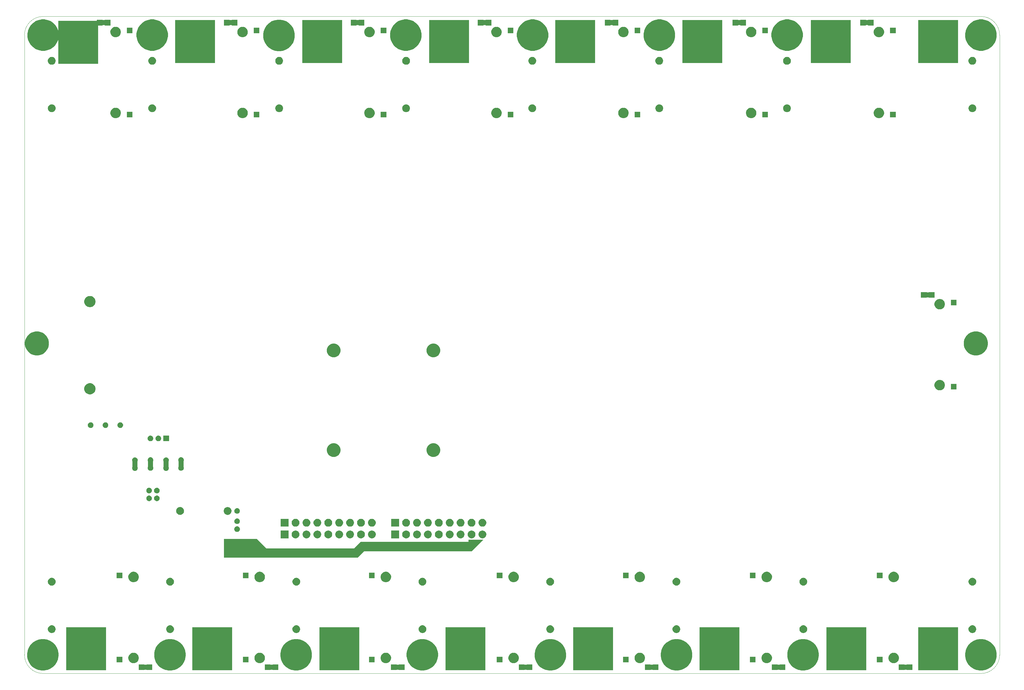
<source format=gbr>
%TF.GenerationSoftware,KiCad,Pcbnew,(5.1.2)-2*%
%TF.CreationDate,2019-08-12T21:21:20-05:00*%
%TF.ProjectId,bms,626d732e-6b69-4636-9164-5f7063625858,rev?*%
%TF.SameCoordinates,Original*%
%TF.FileFunction,Soldermask,Top*%
%TF.FilePolarity,Negative*%
%FSLAX46Y46*%
G04 Gerber Fmt 4.6, Leading zero omitted, Abs format (unit mm)*
G04 Created by KiCad (PCBNEW (5.1.2)-2) date 2019-08-12 21:21:20*
%MOMM*%
%LPD*%
G04 APERTURE LIST*
%ADD10C,0.050000*%
%ADD11C,0.100000*%
G04 APERTURE END LIST*
D10*
X376999986Y-224100000D02*
G75*
G02X371000000Y-230000000I-5999153J99986D01*
G01*
X69900000Y-230000000D02*
G75*
G02X63999986Y-224000833I99986J5999167D01*
G01*
X64000000Y-25000000D02*
G75*
G02X70000000Y-19000000I6000000J0D01*
G01*
X371099986Y-19000833D02*
G75*
G02X377000000Y-25000000I-99986J-5999167D01*
G01*
X377000000Y-25000000D02*
X377000000Y-224100000D01*
X69900000Y-230000000D02*
X371000000Y-230000000D01*
X64000000Y-25000000D02*
X63999986Y-224000833D01*
X70000000Y-19000000D02*
X371100000Y-19000000D01*
D11*
G36*
X76043000Y-34108000D02*
G01*
X74900000Y-34108000D01*
X74900000Y-20392000D01*
X76043000Y-20392000D01*
X86457000Y-20392000D01*
X87600000Y-20392000D01*
X87600000Y-34108000D01*
X86457000Y-34108000D01*
X76043000Y-34108000D01*
G37*
X76043000Y-34108000D02*
X74900000Y-34108000D01*
X74900000Y-20392000D01*
X76043000Y-20392000D01*
X86457000Y-20392000D01*
X87600000Y-20392000D01*
X87600000Y-34108000D01*
X86457000Y-34108000D01*
X76043000Y-34108000D01*
G36*
X78543000Y-228858000D02*
G01*
X77400000Y-228858000D01*
X77400000Y-215142000D01*
X78543000Y-215142000D01*
X88957000Y-215142000D01*
X90100000Y-215142000D01*
X90100000Y-228858000D01*
X88957000Y-228858000D01*
X78543000Y-228858000D01*
G37*
X78543000Y-228858000D02*
X77400000Y-228858000D01*
X77400000Y-215142000D01*
X78543000Y-215142000D01*
X88957000Y-215142000D01*
X90100000Y-215142000D01*
X90100000Y-228858000D01*
X88957000Y-228858000D01*
X78543000Y-228858000D01*
G36*
X119043000Y-228858000D02*
G01*
X117900000Y-228858000D01*
X117900000Y-215142000D01*
X119043000Y-215142000D01*
X129457000Y-215142000D01*
X130600000Y-215142000D01*
X130600000Y-228858000D01*
X129457000Y-228858000D01*
X119043000Y-228858000D01*
G37*
X119043000Y-228858000D02*
X117900000Y-228858000D01*
X117900000Y-215142000D01*
X119043000Y-215142000D01*
X129457000Y-215142000D01*
X130600000Y-215142000D01*
X130600000Y-228858000D01*
X129457000Y-228858000D01*
X119043000Y-228858000D01*
G36*
X159793000Y-228858000D02*
G01*
X158650000Y-228858000D01*
X158650000Y-215142000D01*
X159793000Y-215142000D01*
X170207000Y-215142000D01*
X171350000Y-215142000D01*
X171350000Y-228858000D01*
X170207000Y-228858000D01*
X159793000Y-228858000D01*
G37*
X159793000Y-228858000D02*
X158650000Y-228858000D01*
X158650000Y-215142000D01*
X159793000Y-215142000D01*
X170207000Y-215142000D01*
X171350000Y-215142000D01*
X171350000Y-228858000D01*
X170207000Y-228858000D01*
X159793000Y-228858000D01*
G36*
X200293000Y-228858000D02*
G01*
X199150000Y-228858000D01*
X199150000Y-215142000D01*
X200293000Y-215142000D01*
X210707000Y-215142000D01*
X211850000Y-215142000D01*
X211850000Y-228858000D01*
X210707000Y-228858000D01*
X200293000Y-228858000D01*
G37*
X200293000Y-228858000D02*
X199150000Y-228858000D01*
X199150000Y-215142000D01*
X200293000Y-215142000D01*
X210707000Y-215142000D01*
X211850000Y-215142000D01*
X211850000Y-228858000D01*
X210707000Y-228858000D01*
X200293000Y-228858000D01*
G36*
X241293000Y-228858000D02*
G01*
X240150000Y-228858000D01*
X240150000Y-215142000D01*
X241293000Y-215142000D01*
X251707000Y-215142000D01*
X252850000Y-215142000D01*
X252850000Y-228858000D01*
X251707000Y-228858000D01*
X241293000Y-228858000D01*
G37*
X241293000Y-228858000D02*
X240150000Y-228858000D01*
X240150000Y-215142000D01*
X241293000Y-215142000D01*
X251707000Y-215142000D01*
X252850000Y-215142000D01*
X252850000Y-228858000D01*
X251707000Y-228858000D01*
X241293000Y-228858000D01*
G36*
X281793000Y-228858000D02*
G01*
X280650000Y-228858000D01*
X280650000Y-215142000D01*
X281793000Y-215142000D01*
X292207000Y-215142000D01*
X293350000Y-215142000D01*
X293350000Y-228858000D01*
X292207000Y-228858000D01*
X281793000Y-228858000D01*
G37*
X281793000Y-228858000D02*
X280650000Y-228858000D01*
X280650000Y-215142000D01*
X281793000Y-215142000D01*
X292207000Y-215142000D01*
X293350000Y-215142000D01*
X293350000Y-228858000D01*
X292207000Y-228858000D01*
X281793000Y-228858000D01*
G36*
X322543000Y-228858000D02*
G01*
X321400000Y-228858000D01*
X321400000Y-215142000D01*
X322543000Y-215142000D01*
X332957000Y-215142000D01*
X334100000Y-215142000D01*
X334100000Y-228858000D01*
X332957000Y-228858000D01*
X322543000Y-228858000D01*
G37*
X322543000Y-228858000D02*
X321400000Y-228858000D01*
X321400000Y-215142000D01*
X322543000Y-215142000D01*
X332957000Y-215142000D01*
X334100000Y-215142000D01*
X334100000Y-228858000D01*
X332957000Y-228858000D01*
X322543000Y-228858000D01*
G36*
X352043000Y-228858000D02*
G01*
X350900000Y-228858000D01*
X350900000Y-215142000D01*
X352043000Y-215142000D01*
X362457000Y-215142000D01*
X363600000Y-215142000D01*
X363600000Y-228858000D01*
X362457000Y-228858000D01*
X352043000Y-228858000D01*
G37*
X352043000Y-228858000D02*
X350900000Y-228858000D01*
X350900000Y-215142000D01*
X352043000Y-215142000D01*
X362457000Y-215142000D01*
X363600000Y-215142000D01*
X363600000Y-228858000D01*
X362457000Y-228858000D01*
X352043000Y-228858000D01*
G36*
X352043000Y-33858000D02*
G01*
X350900000Y-33858000D01*
X350900000Y-20142000D01*
X352043000Y-20142000D01*
X362457000Y-20142000D01*
X363600000Y-20142000D01*
X363600000Y-33858000D01*
X362457000Y-33858000D01*
X352043000Y-33858000D01*
G37*
X352043000Y-33858000D02*
X350900000Y-33858000D01*
X350900000Y-20142000D01*
X352043000Y-20142000D01*
X362457000Y-20142000D01*
X363600000Y-20142000D01*
X363600000Y-33858000D01*
X362457000Y-33858000D01*
X352043000Y-33858000D01*
G36*
X317543000Y-33858000D02*
G01*
X316400000Y-33858000D01*
X316400000Y-20142000D01*
X317543000Y-20142000D01*
X327957000Y-20142000D01*
X329100000Y-20142000D01*
X329100000Y-33858000D01*
X327957000Y-33858000D01*
X317543000Y-33858000D01*
G37*
X317543000Y-33858000D02*
X316400000Y-33858000D01*
X316400000Y-20142000D01*
X317543000Y-20142000D01*
X327957000Y-20142000D01*
X329100000Y-20142000D01*
X329100000Y-33858000D01*
X327957000Y-33858000D01*
X317543000Y-33858000D01*
G36*
X276293000Y-33858000D02*
G01*
X275150000Y-33858000D01*
X275150000Y-20142000D01*
X276293000Y-20142000D01*
X286707000Y-20142000D01*
X287850000Y-20142000D01*
X287850000Y-33858000D01*
X286707000Y-33858000D01*
X276293000Y-33858000D01*
G37*
X276293000Y-33858000D02*
X275150000Y-33858000D01*
X275150000Y-20142000D01*
X276293000Y-20142000D01*
X286707000Y-20142000D01*
X287850000Y-20142000D01*
X287850000Y-33858000D01*
X286707000Y-33858000D01*
X276293000Y-33858000D01*
G36*
X235543000Y-33858000D02*
G01*
X234400000Y-33858000D01*
X234400000Y-20142000D01*
X235543000Y-20142000D01*
X245957000Y-20142000D01*
X247100000Y-20142000D01*
X247100000Y-33858000D01*
X245957000Y-33858000D01*
X235543000Y-33858000D01*
G37*
X235543000Y-33858000D02*
X234400000Y-33858000D01*
X234400000Y-20142000D01*
X235543000Y-20142000D01*
X245957000Y-20142000D01*
X247100000Y-20142000D01*
X247100000Y-33858000D01*
X245957000Y-33858000D01*
X235543000Y-33858000D01*
G36*
X195043000Y-33858000D02*
G01*
X193900000Y-33858000D01*
X193900000Y-20142000D01*
X195043000Y-20142000D01*
X205457000Y-20142000D01*
X206600000Y-20142000D01*
X206600000Y-33858000D01*
X205457000Y-33858000D01*
X195043000Y-33858000D01*
G37*
X195043000Y-33858000D02*
X193900000Y-33858000D01*
X193900000Y-20142000D01*
X195043000Y-20142000D01*
X205457000Y-20142000D01*
X206600000Y-20142000D01*
X206600000Y-33858000D01*
X205457000Y-33858000D01*
X195043000Y-33858000D01*
G36*
X154293000Y-33858000D02*
G01*
X153150000Y-33858000D01*
X153150000Y-20142000D01*
X154293000Y-20142000D01*
X164707000Y-20142000D01*
X165850000Y-20142000D01*
X165850000Y-33858000D01*
X164707000Y-33858000D01*
X154293000Y-33858000D01*
G37*
X154293000Y-33858000D02*
X153150000Y-33858000D01*
X153150000Y-20142000D01*
X154293000Y-20142000D01*
X164707000Y-20142000D01*
X165850000Y-20142000D01*
X165850000Y-33858000D01*
X164707000Y-33858000D01*
X154293000Y-33858000D01*
G36*
X113543000Y-33858000D02*
G01*
X112400000Y-33858000D01*
X112400000Y-20142000D01*
X113543000Y-20142000D01*
X123957000Y-20142000D01*
X125100000Y-20142000D01*
X125100000Y-33858000D01*
X123957000Y-33858000D01*
X113543000Y-33858000D01*
G37*
X113543000Y-33858000D02*
X112400000Y-33858000D01*
X112400000Y-20142000D01*
X113543000Y-20142000D01*
X123957000Y-20142000D01*
X125100000Y-20142000D01*
X125100000Y-33858000D01*
X123957000Y-33858000D01*
X113543000Y-33858000D01*
G36*
X192685401Y-219046053D02*
G01*
X193173322Y-219143107D01*
X194092546Y-219523862D01*
X194919825Y-220076632D01*
X195623368Y-220780175D01*
X196176138Y-221607454D01*
X196556893Y-222526678D01*
X196603838Y-222762688D01*
X196751000Y-223502519D01*
X196751000Y-224497481D01*
X196700572Y-224751000D01*
X196556893Y-225473322D01*
X196176138Y-226392546D01*
X195623368Y-227219825D01*
X194919825Y-227923368D01*
X194092546Y-228476138D01*
X193173322Y-228856893D01*
X192951581Y-228901000D01*
X192197481Y-229051000D01*
X191202519Y-229051000D01*
X190448419Y-228901000D01*
X190226678Y-228856893D01*
X189307454Y-228476138D01*
X188480175Y-227923368D01*
X187776632Y-227219825D01*
X187223862Y-226392546D01*
X186843107Y-225473322D01*
X186699428Y-224751000D01*
X186649000Y-224497481D01*
X186649000Y-223502519D01*
X186796162Y-222762688D01*
X186843107Y-222526678D01*
X187223862Y-221607454D01*
X187776632Y-220780175D01*
X188480175Y-220076632D01*
X189307454Y-219523862D01*
X190226678Y-219143107D01*
X190714599Y-219046053D01*
X191202519Y-218949000D01*
X192197481Y-218949000D01*
X192685401Y-219046053D01*
X192685401Y-219046053D01*
G37*
G36*
X233785401Y-219046053D02*
G01*
X234273322Y-219143107D01*
X235192546Y-219523862D01*
X236019825Y-220076632D01*
X236723368Y-220780175D01*
X237276138Y-221607454D01*
X237656893Y-222526678D01*
X237703838Y-222762688D01*
X237851000Y-223502519D01*
X237851000Y-224497481D01*
X237800572Y-224751000D01*
X237656893Y-225473322D01*
X237276138Y-226392546D01*
X236723368Y-227219825D01*
X236019825Y-227923368D01*
X235192546Y-228476138D01*
X234273322Y-228856893D01*
X234051581Y-228901000D01*
X233297481Y-229051000D01*
X232302519Y-229051000D01*
X231548419Y-228901000D01*
X231326678Y-228856893D01*
X230407454Y-228476138D01*
X229580175Y-227923368D01*
X228876632Y-227219825D01*
X228323862Y-226392546D01*
X227943107Y-225473322D01*
X227799428Y-224751000D01*
X227749000Y-224497481D01*
X227749000Y-223502519D01*
X227896162Y-222762688D01*
X227943107Y-222526678D01*
X228323862Y-221607454D01*
X228876632Y-220780175D01*
X229580175Y-220076632D01*
X230407454Y-219523862D01*
X231326678Y-219143107D01*
X231814599Y-219046053D01*
X232302519Y-218949000D01*
X233297481Y-218949000D01*
X233785401Y-219046053D01*
X233785401Y-219046053D01*
G37*
G36*
X371985401Y-219046053D02*
G01*
X372473322Y-219143107D01*
X373392546Y-219523862D01*
X374219825Y-220076632D01*
X374923368Y-220780175D01*
X375476138Y-221607454D01*
X375856893Y-222526678D01*
X375903838Y-222762688D01*
X376051000Y-223502519D01*
X376051000Y-224497481D01*
X376000572Y-224751000D01*
X375856893Y-225473322D01*
X375476138Y-226392546D01*
X374923368Y-227219825D01*
X374219825Y-227923368D01*
X373392546Y-228476138D01*
X372473322Y-228856893D01*
X372251581Y-228901000D01*
X371497481Y-229051000D01*
X370502519Y-229051000D01*
X369748419Y-228901000D01*
X369526678Y-228856893D01*
X368607454Y-228476138D01*
X367780175Y-227923368D01*
X367076632Y-227219825D01*
X366523862Y-226392546D01*
X366143107Y-225473322D01*
X365999428Y-224751000D01*
X365949000Y-224497481D01*
X365949000Y-223502519D01*
X366096162Y-222762688D01*
X366143107Y-222526678D01*
X366523862Y-221607454D01*
X367076632Y-220780175D01*
X367780175Y-220076632D01*
X368607454Y-219523862D01*
X369526678Y-219143107D01*
X370014599Y-219046053D01*
X370502519Y-218949000D01*
X371497481Y-218949000D01*
X371985401Y-219046053D01*
X371985401Y-219046053D01*
G37*
G36*
X152185401Y-219046053D02*
G01*
X152673322Y-219143107D01*
X153592546Y-219523862D01*
X154419825Y-220076632D01*
X155123368Y-220780175D01*
X155676138Y-221607454D01*
X156056893Y-222526678D01*
X156103838Y-222762688D01*
X156251000Y-223502519D01*
X156251000Y-224497481D01*
X156200572Y-224751000D01*
X156056893Y-225473322D01*
X155676138Y-226392546D01*
X155123368Y-227219825D01*
X154419825Y-227923368D01*
X153592546Y-228476138D01*
X152673322Y-228856893D01*
X152451581Y-228901000D01*
X151697481Y-229051000D01*
X150702519Y-229051000D01*
X149948419Y-228901000D01*
X149726678Y-228856893D01*
X148807454Y-228476138D01*
X147980175Y-227923368D01*
X147276632Y-227219825D01*
X146723862Y-226392546D01*
X146343107Y-225473322D01*
X146199428Y-224751000D01*
X146149000Y-224497481D01*
X146149000Y-223502519D01*
X146296162Y-222762688D01*
X146343107Y-222526678D01*
X146723862Y-221607454D01*
X147276632Y-220780175D01*
X147980175Y-220076632D01*
X148807454Y-219523862D01*
X149726678Y-219143107D01*
X150214599Y-219046053D01*
X150702519Y-218949000D01*
X151697481Y-218949000D01*
X152185401Y-219046053D01*
X152185401Y-219046053D01*
G37*
G36*
X274285401Y-219046053D02*
G01*
X274773322Y-219143107D01*
X275692546Y-219523862D01*
X276519825Y-220076632D01*
X277223368Y-220780175D01*
X277776138Y-221607454D01*
X278156893Y-222526678D01*
X278203838Y-222762688D01*
X278351000Y-223502519D01*
X278351000Y-224497481D01*
X278300572Y-224751000D01*
X278156893Y-225473322D01*
X277776138Y-226392546D01*
X277223368Y-227219825D01*
X276519825Y-227923368D01*
X275692546Y-228476138D01*
X274773322Y-228856893D01*
X274551581Y-228901000D01*
X273797481Y-229051000D01*
X272802519Y-229051000D01*
X272048419Y-228901000D01*
X271826678Y-228856893D01*
X270907454Y-228476138D01*
X270080175Y-227923368D01*
X269376632Y-227219825D01*
X268823862Y-226392546D01*
X268443107Y-225473322D01*
X268299428Y-224751000D01*
X268249000Y-224497481D01*
X268249000Y-223502519D01*
X268396162Y-222762688D01*
X268443107Y-222526678D01*
X268823862Y-221607454D01*
X269376632Y-220780175D01*
X270080175Y-220076632D01*
X270907454Y-219523862D01*
X271826678Y-219143107D01*
X272314599Y-219046053D01*
X272802519Y-218949000D01*
X273797481Y-218949000D01*
X274285401Y-219046053D01*
X274285401Y-219046053D01*
G37*
G36*
X111685401Y-219046053D02*
G01*
X112173322Y-219143107D01*
X113092546Y-219523862D01*
X113919825Y-220076632D01*
X114623368Y-220780175D01*
X115176138Y-221607454D01*
X115556893Y-222526678D01*
X115603838Y-222762688D01*
X115751000Y-223502519D01*
X115751000Y-224497481D01*
X115700572Y-224751000D01*
X115556893Y-225473322D01*
X115176138Y-226392546D01*
X114623368Y-227219825D01*
X113919825Y-227923368D01*
X113092546Y-228476138D01*
X112173322Y-228856893D01*
X111951581Y-228901000D01*
X111197481Y-229051000D01*
X110202519Y-229051000D01*
X109448419Y-228901000D01*
X109226678Y-228856893D01*
X108307454Y-228476138D01*
X107480175Y-227923368D01*
X106776632Y-227219825D01*
X106223862Y-226392546D01*
X105843107Y-225473322D01*
X105699428Y-224751000D01*
X105649000Y-224497481D01*
X105649000Y-223502519D01*
X105796162Y-222762688D01*
X105843107Y-222526678D01*
X106223862Y-221607454D01*
X106776632Y-220780175D01*
X107480175Y-220076632D01*
X108307454Y-219523862D01*
X109226678Y-219143107D01*
X109714599Y-219046053D01*
X110202519Y-218949000D01*
X111197481Y-218949000D01*
X111685401Y-219046053D01*
X111685401Y-219046053D01*
G37*
G36*
X70885401Y-219046053D02*
G01*
X71373322Y-219143107D01*
X72292546Y-219523862D01*
X73119825Y-220076632D01*
X73823368Y-220780175D01*
X74376138Y-221607454D01*
X74756893Y-222526678D01*
X74803838Y-222762688D01*
X74951000Y-223502519D01*
X74951000Y-224497481D01*
X74900572Y-224751000D01*
X74756893Y-225473322D01*
X74376138Y-226392546D01*
X73823368Y-227219825D01*
X73119825Y-227923368D01*
X72292546Y-228476138D01*
X71373322Y-228856893D01*
X71151581Y-228901000D01*
X70397481Y-229051000D01*
X69402519Y-229051000D01*
X68648419Y-228901000D01*
X68426678Y-228856893D01*
X67507454Y-228476138D01*
X66680175Y-227923368D01*
X65976632Y-227219825D01*
X65423862Y-226392546D01*
X65043107Y-225473322D01*
X64899428Y-224751000D01*
X64849000Y-224497481D01*
X64849000Y-223502519D01*
X64996162Y-222762688D01*
X65043107Y-222526678D01*
X65423862Y-221607454D01*
X65976632Y-220780175D01*
X66680175Y-220076632D01*
X67507454Y-219523862D01*
X68426678Y-219143107D01*
X68914599Y-219046053D01*
X69402519Y-218949000D01*
X70397481Y-218949000D01*
X70885401Y-219046053D01*
X70885401Y-219046053D01*
G37*
G36*
X314885401Y-219046053D02*
G01*
X315373322Y-219143107D01*
X316292546Y-219523862D01*
X317119825Y-220076632D01*
X317823368Y-220780175D01*
X318376138Y-221607454D01*
X318756893Y-222526678D01*
X318803838Y-222762688D01*
X318951000Y-223502519D01*
X318951000Y-224497481D01*
X318900572Y-224751000D01*
X318756893Y-225473322D01*
X318376138Y-226392546D01*
X317823368Y-227219825D01*
X317119825Y-227923368D01*
X316292546Y-228476138D01*
X315373322Y-228856893D01*
X315151581Y-228901000D01*
X314397481Y-229051000D01*
X313402519Y-229051000D01*
X312648419Y-228901000D01*
X312426678Y-228856893D01*
X311507454Y-228476138D01*
X310680175Y-227923368D01*
X309976632Y-227219825D01*
X309423862Y-226392546D01*
X309043107Y-225473322D01*
X308899428Y-224751000D01*
X308849000Y-224497481D01*
X308849000Y-223502519D01*
X308996162Y-222762688D01*
X309043107Y-222526678D01*
X309423862Y-221607454D01*
X309976632Y-220780175D01*
X310680175Y-220076632D01*
X311507454Y-219523862D01*
X312426678Y-219143107D01*
X312914599Y-219046053D01*
X313402519Y-218949000D01*
X314397481Y-218949000D01*
X314885401Y-219046053D01*
X314885401Y-219046053D01*
G37*
G36*
X264953402Y-227108387D02*
G01*
X264960515Y-227131836D01*
X264972066Y-227153447D01*
X264987611Y-227172389D01*
X265006553Y-227187934D01*
X265028164Y-227199485D01*
X265051613Y-227206598D01*
X265075999Y-227209000D01*
X265564001Y-227209000D01*
X265588387Y-227206598D01*
X265611836Y-227199485D01*
X265633447Y-227187934D01*
X265652389Y-227172389D01*
X265667934Y-227153447D01*
X265679485Y-227131836D01*
X265686598Y-227108387D01*
X265687523Y-227099000D01*
X267491000Y-227099000D01*
X267491000Y-228901000D01*
X265683379Y-228901000D01*
X265679485Y-228888164D01*
X265667934Y-228866553D01*
X265652389Y-228847611D01*
X265633447Y-228832066D01*
X265611836Y-228820515D01*
X265588387Y-228813402D01*
X265564001Y-228811000D01*
X265075999Y-228811000D01*
X265051613Y-228813402D01*
X265028164Y-228820515D01*
X265006553Y-228832066D01*
X264987611Y-228847611D01*
X264972066Y-228866553D01*
X264960515Y-228888164D01*
X264956621Y-228901000D01*
X263149000Y-228901000D01*
X263149000Y-227099000D01*
X264952477Y-227099000D01*
X264953402Y-227108387D01*
X264953402Y-227108387D01*
G37*
G36*
X224453402Y-227108387D02*
G01*
X224460515Y-227131836D01*
X224472066Y-227153447D01*
X224487611Y-227172389D01*
X224506553Y-227187934D01*
X224528164Y-227199485D01*
X224551613Y-227206598D01*
X224575999Y-227209000D01*
X225064001Y-227209000D01*
X225088387Y-227206598D01*
X225111836Y-227199485D01*
X225133447Y-227187934D01*
X225152389Y-227172389D01*
X225167934Y-227153447D01*
X225179485Y-227131836D01*
X225186598Y-227108387D01*
X225187523Y-227099000D01*
X226991000Y-227099000D01*
X226991000Y-228901000D01*
X225183379Y-228901000D01*
X225179485Y-228888164D01*
X225167934Y-228866553D01*
X225152389Y-228847611D01*
X225133447Y-228832066D01*
X225111836Y-228820515D01*
X225088387Y-228813402D01*
X225064001Y-228811000D01*
X224575999Y-228811000D01*
X224551613Y-228813402D01*
X224528164Y-228820515D01*
X224506553Y-228832066D01*
X224487611Y-228847611D01*
X224472066Y-228866553D01*
X224460515Y-228888164D01*
X224456621Y-228901000D01*
X222649000Y-228901000D01*
X222649000Y-227099000D01*
X224452477Y-227099000D01*
X224453402Y-227108387D01*
X224453402Y-227108387D01*
G37*
G36*
X183453402Y-227108387D02*
G01*
X183460515Y-227131836D01*
X183472066Y-227153447D01*
X183487611Y-227172389D01*
X183506553Y-227187934D01*
X183528164Y-227199485D01*
X183551613Y-227206598D01*
X183575999Y-227209000D01*
X184064001Y-227209000D01*
X184088387Y-227206598D01*
X184111836Y-227199485D01*
X184133447Y-227187934D01*
X184152389Y-227172389D01*
X184167934Y-227153447D01*
X184179485Y-227131836D01*
X184186598Y-227108387D01*
X184187523Y-227099000D01*
X185991000Y-227099000D01*
X185991000Y-228901000D01*
X184183379Y-228901000D01*
X184179485Y-228888164D01*
X184167934Y-228866553D01*
X184152389Y-228847611D01*
X184133447Y-228832066D01*
X184111836Y-228820515D01*
X184088387Y-228813402D01*
X184064001Y-228811000D01*
X183575999Y-228811000D01*
X183551613Y-228813402D01*
X183528164Y-228820515D01*
X183506553Y-228832066D01*
X183487611Y-228847611D01*
X183472066Y-228866553D01*
X183460515Y-228888164D01*
X183456621Y-228901000D01*
X181649000Y-228901000D01*
X181649000Y-227099000D01*
X183452477Y-227099000D01*
X183453402Y-227108387D01*
X183453402Y-227108387D01*
G37*
G36*
X102453402Y-227108387D02*
G01*
X102460515Y-227131836D01*
X102472066Y-227153447D01*
X102487611Y-227172389D01*
X102506553Y-227187934D01*
X102528164Y-227199485D01*
X102551613Y-227206598D01*
X102575999Y-227209000D01*
X103064001Y-227209000D01*
X103088387Y-227206598D01*
X103111836Y-227199485D01*
X103133447Y-227187934D01*
X103152389Y-227172389D01*
X103167934Y-227153447D01*
X103179485Y-227131836D01*
X103186598Y-227108387D01*
X103187523Y-227099000D01*
X104991000Y-227099000D01*
X104991000Y-228901000D01*
X103183379Y-228901000D01*
X103179485Y-228888164D01*
X103167934Y-228866553D01*
X103152389Y-228847611D01*
X103133447Y-228832066D01*
X103111836Y-228820515D01*
X103088387Y-228813402D01*
X103064001Y-228811000D01*
X102575999Y-228811000D01*
X102551613Y-228813402D01*
X102528164Y-228820515D01*
X102506553Y-228832066D01*
X102487611Y-228847611D01*
X102472066Y-228866553D01*
X102460515Y-228888164D01*
X102456621Y-228901000D01*
X100649000Y-228901000D01*
X100649000Y-227099000D01*
X102452477Y-227099000D01*
X102453402Y-227108387D01*
X102453402Y-227108387D01*
G37*
G36*
X346453402Y-227108387D02*
G01*
X346460515Y-227131836D01*
X346472066Y-227153447D01*
X346487611Y-227172389D01*
X346506553Y-227187934D01*
X346528164Y-227199485D01*
X346551613Y-227206598D01*
X346575999Y-227209000D01*
X347064001Y-227209000D01*
X347088387Y-227206598D01*
X347111836Y-227199485D01*
X347133447Y-227187934D01*
X347152389Y-227172389D01*
X347167934Y-227153447D01*
X347179485Y-227131836D01*
X347186598Y-227108387D01*
X347187523Y-227099000D01*
X348991000Y-227099000D01*
X348991000Y-228901000D01*
X347183379Y-228901000D01*
X347179485Y-228888164D01*
X347167934Y-228866553D01*
X347152389Y-228847611D01*
X347133447Y-228832066D01*
X347111836Y-228820515D01*
X347088387Y-228813402D01*
X347064001Y-228811000D01*
X346575999Y-228811000D01*
X346551613Y-228813402D01*
X346528164Y-228820515D01*
X346506553Y-228832066D01*
X346487611Y-228847611D01*
X346472066Y-228866553D01*
X346460515Y-228888164D01*
X346456621Y-228901000D01*
X344649000Y-228901000D01*
X344649000Y-227099000D01*
X346452477Y-227099000D01*
X346453402Y-227108387D01*
X346453402Y-227108387D01*
G37*
G36*
X305703402Y-227108387D02*
G01*
X305710515Y-227131836D01*
X305722066Y-227153447D01*
X305737611Y-227172389D01*
X305756553Y-227187934D01*
X305778164Y-227199485D01*
X305801613Y-227206598D01*
X305825999Y-227209000D01*
X306314001Y-227209000D01*
X306338387Y-227206598D01*
X306361836Y-227199485D01*
X306383447Y-227187934D01*
X306402389Y-227172389D01*
X306417934Y-227153447D01*
X306429485Y-227131836D01*
X306436598Y-227108387D01*
X306437523Y-227099000D01*
X308241000Y-227099000D01*
X308241000Y-228901000D01*
X306433379Y-228901000D01*
X306429485Y-228888164D01*
X306417934Y-228866553D01*
X306402389Y-228847611D01*
X306383447Y-228832066D01*
X306361836Y-228820515D01*
X306338387Y-228813402D01*
X306314001Y-228811000D01*
X305825999Y-228811000D01*
X305801613Y-228813402D01*
X305778164Y-228820515D01*
X305756553Y-228832066D01*
X305737611Y-228847611D01*
X305722066Y-228866553D01*
X305710515Y-228888164D01*
X305706621Y-228901000D01*
X303899000Y-228901000D01*
X303899000Y-227099000D01*
X305702477Y-227099000D01*
X305703402Y-227108387D01*
X305703402Y-227108387D01*
G37*
G36*
X142953402Y-227108387D02*
G01*
X142960515Y-227131836D01*
X142972066Y-227153447D01*
X142987611Y-227172389D01*
X143006553Y-227187934D01*
X143028164Y-227199485D01*
X143051613Y-227206598D01*
X143075999Y-227209000D01*
X143564001Y-227209000D01*
X143588387Y-227206598D01*
X143611836Y-227199485D01*
X143633447Y-227187934D01*
X143652389Y-227172389D01*
X143667934Y-227153447D01*
X143679485Y-227131836D01*
X143686598Y-227108387D01*
X143687523Y-227099000D01*
X145491000Y-227099000D01*
X145491000Y-228901000D01*
X143683379Y-228901000D01*
X143679485Y-228888164D01*
X143667934Y-228866553D01*
X143652389Y-228847611D01*
X143633447Y-228832066D01*
X143611836Y-228820515D01*
X143588387Y-228813402D01*
X143564001Y-228811000D01*
X143075999Y-228811000D01*
X143051613Y-228813402D01*
X143028164Y-228820515D01*
X143006553Y-228832066D01*
X142987611Y-228847611D01*
X142972066Y-228866553D01*
X142960515Y-228888164D01*
X142956621Y-228901000D01*
X141149000Y-228901000D01*
X141149000Y-227099000D01*
X142952477Y-227099000D01*
X142953402Y-227108387D01*
X142953402Y-227108387D01*
G37*
G36*
X287892151Y-215220349D02*
G01*
X288750018Y-215480580D01*
X288750021Y-215480581D01*
X289459494Y-215859803D01*
X289540634Y-215903173D01*
X289674078Y-216012688D01*
X290233611Y-216471884D01*
X290552826Y-216860848D01*
X290757996Y-217110848D01*
X290802330Y-217164870D01*
X291224919Y-217955478D01*
X291224919Y-217955479D01*
X291224920Y-217955481D01*
X291485151Y-218813348D01*
X291502285Y-218987312D01*
X291551000Y-219481925D01*
X291551000Y-224518075D01*
X291547569Y-224552909D01*
X291485151Y-225186652D01*
X291243560Y-225983071D01*
X291224919Y-226044522D01*
X290802330Y-226835130D01*
X290802328Y-226835133D01*
X290802327Y-226835134D01*
X290233613Y-227528113D01*
X289574092Y-228069369D01*
X289540630Y-228096830D01*
X288750022Y-228519419D01*
X288750019Y-228519420D01*
X287892152Y-228779651D01*
X287000000Y-228867520D01*
X286107849Y-228779651D01*
X285249982Y-228519420D01*
X285249979Y-228519419D01*
X284459371Y-228096830D01*
X284425910Y-228069369D01*
X283766388Y-227528113D01*
X283197674Y-226835134D01*
X283197673Y-226835133D01*
X283197671Y-226835130D01*
X282775081Y-226044522D01*
X282756440Y-225983071D01*
X282514849Y-225186652D01*
X282452431Y-224552909D01*
X282449000Y-224518075D01*
X282449000Y-219481926D01*
X282514849Y-218813351D01*
X282514849Y-218813349D01*
X282775080Y-217955482D01*
X282775081Y-217955479D01*
X283197672Y-217164868D01*
X283197673Y-217164866D01*
X283447174Y-216860848D01*
X283766384Y-216471889D01*
X284325922Y-216012688D01*
X284459366Y-215903173D01*
X284459367Y-215903172D01*
X284459370Y-215903170D01*
X285249978Y-215480581D01*
X285249981Y-215480580D01*
X286107848Y-215220349D01*
X287000000Y-215132480D01*
X287892151Y-215220349D01*
X287892151Y-215220349D01*
G37*
G36*
X328642151Y-215220349D02*
G01*
X329500018Y-215480580D01*
X329500021Y-215480581D01*
X330209494Y-215859803D01*
X330290634Y-215903173D01*
X330424078Y-216012688D01*
X330983611Y-216471884D01*
X331302826Y-216860848D01*
X331507996Y-217110848D01*
X331552330Y-217164870D01*
X331974919Y-217955478D01*
X331974919Y-217955479D01*
X331974920Y-217955481D01*
X332235151Y-218813348D01*
X332252285Y-218987312D01*
X332301000Y-219481925D01*
X332301000Y-224518075D01*
X332297569Y-224552909D01*
X332235151Y-225186652D01*
X331993560Y-225983071D01*
X331974919Y-226044522D01*
X331552330Y-226835130D01*
X331552328Y-226835133D01*
X331552327Y-226835134D01*
X330983613Y-227528113D01*
X330324092Y-228069369D01*
X330290630Y-228096830D01*
X329500022Y-228519419D01*
X329500019Y-228519420D01*
X328642152Y-228779651D01*
X327750000Y-228867520D01*
X326857849Y-228779651D01*
X325999982Y-228519420D01*
X325999979Y-228519419D01*
X325209371Y-228096830D01*
X325175910Y-228069369D01*
X324516388Y-227528113D01*
X323947674Y-226835134D01*
X323947673Y-226835133D01*
X323947671Y-226835130D01*
X323525081Y-226044522D01*
X323506440Y-225983071D01*
X323264849Y-225186652D01*
X323202431Y-224552909D01*
X323199000Y-224518075D01*
X323199000Y-219481926D01*
X323264849Y-218813351D01*
X323264849Y-218813349D01*
X323525080Y-217955482D01*
X323525081Y-217955479D01*
X323947672Y-217164868D01*
X323947673Y-217164866D01*
X324197174Y-216860848D01*
X324516384Y-216471889D01*
X325075922Y-216012688D01*
X325209366Y-215903173D01*
X325209367Y-215903172D01*
X325209370Y-215903170D01*
X325999978Y-215480581D01*
X325999981Y-215480580D01*
X326857848Y-215220349D01*
X327750000Y-215132480D01*
X328642151Y-215220349D01*
X328642151Y-215220349D01*
G37*
G36*
X84642151Y-215220349D02*
G01*
X85500018Y-215480580D01*
X85500021Y-215480581D01*
X86209494Y-215859803D01*
X86290634Y-215903173D01*
X86424078Y-216012688D01*
X86983611Y-216471884D01*
X87302826Y-216860848D01*
X87507996Y-217110848D01*
X87552330Y-217164870D01*
X87974919Y-217955478D01*
X87974919Y-217955479D01*
X87974920Y-217955481D01*
X88235151Y-218813348D01*
X88252285Y-218987312D01*
X88301000Y-219481925D01*
X88301000Y-224518075D01*
X88297569Y-224552909D01*
X88235151Y-225186652D01*
X87993560Y-225983071D01*
X87974919Y-226044522D01*
X87552330Y-226835130D01*
X87552328Y-226835133D01*
X87552327Y-226835134D01*
X86983613Y-227528113D01*
X86324092Y-228069369D01*
X86290630Y-228096830D01*
X85500022Y-228519419D01*
X85500019Y-228519420D01*
X84642152Y-228779651D01*
X83750000Y-228867520D01*
X82857849Y-228779651D01*
X81999982Y-228519420D01*
X81999979Y-228519419D01*
X81209371Y-228096830D01*
X81175910Y-228069369D01*
X80516388Y-227528113D01*
X79947674Y-226835134D01*
X79947673Y-226835133D01*
X79947671Y-226835130D01*
X79525081Y-226044522D01*
X79506440Y-225983071D01*
X79264849Y-225186652D01*
X79202431Y-224552909D01*
X79199000Y-224518075D01*
X79199000Y-219481926D01*
X79264849Y-218813351D01*
X79264849Y-218813349D01*
X79525080Y-217955482D01*
X79525081Y-217955479D01*
X79947672Y-217164868D01*
X79947673Y-217164866D01*
X80197174Y-216860848D01*
X80516384Y-216471889D01*
X81075922Y-216012688D01*
X81209366Y-215903173D01*
X81209367Y-215903172D01*
X81209370Y-215903170D01*
X81999978Y-215480581D01*
X81999981Y-215480580D01*
X82857848Y-215220349D01*
X83750000Y-215132480D01*
X84642151Y-215220349D01*
X84642151Y-215220349D01*
G37*
G36*
X358142151Y-215220349D02*
G01*
X359000018Y-215480580D01*
X359000021Y-215480581D01*
X359709494Y-215859803D01*
X359790634Y-215903173D01*
X359924078Y-216012688D01*
X360483611Y-216471884D01*
X360802826Y-216860848D01*
X361007996Y-217110848D01*
X361052330Y-217164870D01*
X361474919Y-217955478D01*
X361474919Y-217955479D01*
X361474920Y-217955481D01*
X361735151Y-218813348D01*
X361752285Y-218987312D01*
X361801000Y-219481925D01*
X361801000Y-224518075D01*
X361797569Y-224552909D01*
X361735151Y-225186652D01*
X361493560Y-225983071D01*
X361474919Y-226044522D01*
X361052330Y-226835130D01*
X361052328Y-226835133D01*
X361052327Y-226835134D01*
X360483613Y-227528113D01*
X359824092Y-228069369D01*
X359790630Y-228096830D01*
X359000022Y-228519419D01*
X359000019Y-228519420D01*
X358142152Y-228779651D01*
X357250000Y-228867520D01*
X356357849Y-228779651D01*
X355499982Y-228519420D01*
X355499979Y-228519419D01*
X354709371Y-228096830D01*
X354675910Y-228069369D01*
X354016388Y-227528113D01*
X353447674Y-226835134D01*
X353447673Y-226835133D01*
X353447671Y-226835130D01*
X353025081Y-226044522D01*
X353006440Y-225983071D01*
X352764849Y-225186652D01*
X352702431Y-224552909D01*
X352699000Y-224518075D01*
X352699000Y-219481926D01*
X352764849Y-218813351D01*
X352764849Y-218813349D01*
X353025080Y-217955482D01*
X353025081Y-217955479D01*
X353447672Y-217164868D01*
X353447673Y-217164866D01*
X353697174Y-216860848D01*
X354016384Y-216471889D01*
X354575922Y-216012688D01*
X354709366Y-215903173D01*
X354709367Y-215903172D01*
X354709370Y-215903170D01*
X355499978Y-215480581D01*
X355499981Y-215480580D01*
X356357848Y-215220349D01*
X357250000Y-215132480D01*
X358142151Y-215220349D01*
X358142151Y-215220349D01*
G37*
G36*
X247392151Y-215220349D02*
G01*
X248250018Y-215480580D01*
X248250021Y-215480581D01*
X248959494Y-215859803D01*
X249040634Y-215903173D01*
X249174078Y-216012688D01*
X249733611Y-216471884D01*
X250052826Y-216860848D01*
X250257996Y-217110848D01*
X250302330Y-217164870D01*
X250724919Y-217955478D01*
X250724919Y-217955479D01*
X250724920Y-217955481D01*
X250985151Y-218813348D01*
X251002285Y-218987312D01*
X251051000Y-219481925D01*
X251051000Y-224518075D01*
X251047569Y-224552909D01*
X250985151Y-225186652D01*
X250743560Y-225983071D01*
X250724919Y-226044522D01*
X250302330Y-226835130D01*
X250302328Y-226835133D01*
X250302327Y-226835134D01*
X249733613Y-227528113D01*
X249074092Y-228069369D01*
X249040630Y-228096830D01*
X248250022Y-228519419D01*
X248250019Y-228519420D01*
X247392152Y-228779651D01*
X246500000Y-228867520D01*
X245607849Y-228779651D01*
X244749982Y-228519420D01*
X244749979Y-228519419D01*
X243959371Y-228096830D01*
X243925910Y-228069369D01*
X243266388Y-227528113D01*
X242697674Y-226835134D01*
X242697673Y-226835133D01*
X242697671Y-226835130D01*
X242275081Y-226044522D01*
X242256440Y-225983071D01*
X242014849Y-225186652D01*
X241952431Y-224552909D01*
X241949000Y-224518075D01*
X241949000Y-219481926D01*
X242014849Y-218813351D01*
X242014849Y-218813349D01*
X242275080Y-217955482D01*
X242275081Y-217955479D01*
X242697672Y-217164868D01*
X242697673Y-217164866D01*
X242947174Y-216860848D01*
X243266384Y-216471889D01*
X243825922Y-216012688D01*
X243959366Y-215903173D01*
X243959367Y-215903172D01*
X243959370Y-215903170D01*
X244749978Y-215480581D01*
X244749981Y-215480580D01*
X245607848Y-215220349D01*
X246500000Y-215132480D01*
X247392151Y-215220349D01*
X247392151Y-215220349D01*
G37*
G36*
X206392151Y-215220349D02*
G01*
X207250018Y-215480580D01*
X207250021Y-215480581D01*
X207959494Y-215859803D01*
X208040634Y-215903173D01*
X208174078Y-216012688D01*
X208733611Y-216471884D01*
X209052826Y-216860848D01*
X209257996Y-217110848D01*
X209302330Y-217164870D01*
X209724919Y-217955478D01*
X209724919Y-217955479D01*
X209724920Y-217955481D01*
X209985151Y-218813348D01*
X210002285Y-218987312D01*
X210051000Y-219481925D01*
X210051000Y-224518075D01*
X210047569Y-224552909D01*
X209985151Y-225186652D01*
X209743560Y-225983071D01*
X209724919Y-226044522D01*
X209302330Y-226835130D01*
X209302328Y-226835133D01*
X209302327Y-226835134D01*
X208733613Y-227528113D01*
X208074092Y-228069369D01*
X208040630Y-228096830D01*
X207250022Y-228519419D01*
X207250019Y-228519420D01*
X206392152Y-228779651D01*
X205500000Y-228867520D01*
X204607849Y-228779651D01*
X203749982Y-228519420D01*
X203749979Y-228519419D01*
X202959371Y-228096830D01*
X202925910Y-228069369D01*
X202266388Y-227528113D01*
X201697674Y-226835134D01*
X201697673Y-226835133D01*
X201697671Y-226835130D01*
X201275081Y-226044522D01*
X201256440Y-225983071D01*
X201014849Y-225186652D01*
X200952431Y-224552909D01*
X200949000Y-224518075D01*
X200949000Y-219481926D01*
X201014849Y-218813351D01*
X201014849Y-218813349D01*
X201275080Y-217955482D01*
X201275081Y-217955479D01*
X201697672Y-217164868D01*
X201697673Y-217164866D01*
X201947174Y-216860848D01*
X202266384Y-216471889D01*
X202825922Y-216012688D01*
X202959366Y-215903173D01*
X202959367Y-215903172D01*
X202959370Y-215903170D01*
X203749978Y-215480581D01*
X203749981Y-215480580D01*
X204607848Y-215220349D01*
X205500000Y-215132480D01*
X206392151Y-215220349D01*
X206392151Y-215220349D01*
G37*
G36*
X165892151Y-215220349D02*
G01*
X166750018Y-215480580D01*
X166750021Y-215480581D01*
X167459494Y-215859803D01*
X167540634Y-215903173D01*
X167674078Y-216012688D01*
X168233611Y-216471884D01*
X168552826Y-216860848D01*
X168757996Y-217110848D01*
X168802330Y-217164870D01*
X169224919Y-217955478D01*
X169224919Y-217955479D01*
X169224920Y-217955481D01*
X169485151Y-218813348D01*
X169502285Y-218987312D01*
X169551000Y-219481925D01*
X169551000Y-224518075D01*
X169547569Y-224552909D01*
X169485151Y-225186652D01*
X169243560Y-225983071D01*
X169224919Y-226044522D01*
X168802330Y-226835130D01*
X168802328Y-226835133D01*
X168802327Y-226835134D01*
X168233613Y-227528113D01*
X167574092Y-228069369D01*
X167540630Y-228096830D01*
X166750022Y-228519419D01*
X166750019Y-228519420D01*
X165892152Y-228779651D01*
X165000000Y-228867520D01*
X164107849Y-228779651D01*
X163249982Y-228519420D01*
X163249979Y-228519419D01*
X162459371Y-228096830D01*
X162425910Y-228069369D01*
X161766388Y-227528113D01*
X161197674Y-226835134D01*
X161197673Y-226835133D01*
X161197671Y-226835130D01*
X160775081Y-226044522D01*
X160756440Y-225983071D01*
X160514849Y-225186652D01*
X160452431Y-224552909D01*
X160449000Y-224518075D01*
X160449000Y-219481926D01*
X160514849Y-218813351D01*
X160514849Y-218813349D01*
X160775080Y-217955482D01*
X160775081Y-217955479D01*
X161197672Y-217164868D01*
X161197673Y-217164866D01*
X161447174Y-216860848D01*
X161766384Y-216471889D01*
X162325922Y-216012688D01*
X162459366Y-215903173D01*
X162459367Y-215903172D01*
X162459370Y-215903170D01*
X163249978Y-215480581D01*
X163249981Y-215480580D01*
X164107848Y-215220349D01*
X165000000Y-215132480D01*
X165892151Y-215220349D01*
X165892151Y-215220349D01*
G37*
G36*
X125142151Y-215220349D02*
G01*
X126000018Y-215480580D01*
X126000021Y-215480581D01*
X126709494Y-215859803D01*
X126790634Y-215903173D01*
X126924078Y-216012688D01*
X127483611Y-216471884D01*
X127802826Y-216860848D01*
X128007996Y-217110848D01*
X128052330Y-217164870D01*
X128474919Y-217955478D01*
X128474919Y-217955479D01*
X128474920Y-217955481D01*
X128735151Y-218813348D01*
X128752285Y-218987312D01*
X128801000Y-219481925D01*
X128801000Y-224518075D01*
X128797569Y-224552909D01*
X128735151Y-225186652D01*
X128493560Y-225983071D01*
X128474919Y-226044522D01*
X128052330Y-226835130D01*
X128052328Y-226835133D01*
X128052327Y-226835134D01*
X127483613Y-227528113D01*
X126824092Y-228069369D01*
X126790630Y-228096830D01*
X126000022Y-228519419D01*
X126000019Y-228519420D01*
X125142152Y-228779651D01*
X124250000Y-228867520D01*
X123357849Y-228779651D01*
X122499982Y-228519420D01*
X122499979Y-228519419D01*
X121709371Y-228096830D01*
X121675910Y-228069369D01*
X121016388Y-227528113D01*
X120447674Y-226835134D01*
X120447673Y-226835133D01*
X120447671Y-226835130D01*
X120025081Y-226044522D01*
X120006440Y-225983071D01*
X119764849Y-225186652D01*
X119702431Y-224552909D01*
X119699000Y-224518075D01*
X119699000Y-219481926D01*
X119764849Y-218813351D01*
X119764849Y-218813349D01*
X120025080Y-217955482D01*
X120025081Y-217955479D01*
X120447672Y-217164868D01*
X120447673Y-217164866D01*
X120697174Y-216860848D01*
X121016384Y-216471889D01*
X121575922Y-216012688D01*
X121709366Y-215903173D01*
X121709367Y-215903172D01*
X121709370Y-215903170D01*
X122499978Y-215480581D01*
X122499981Y-215480580D01*
X123357848Y-215220349D01*
X124250000Y-215132480D01*
X125142151Y-215220349D01*
X125142151Y-215220349D01*
G37*
G36*
X211347740Y-227758627D02*
G01*
X211396136Y-227768253D01*
X211433902Y-227783896D01*
X211487311Y-227806019D01*
X211487312Y-227806020D01*
X211569369Y-227860848D01*
X211639152Y-227930631D01*
X211639153Y-227930633D01*
X211693981Y-228012689D01*
X211731747Y-228103865D01*
X211751000Y-228200655D01*
X211751000Y-228299345D01*
X211731747Y-228396135D01*
X211693981Y-228487311D01*
X211693980Y-228487312D01*
X211639152Y-228569369D01*
X211569369Y-228639152D01*
X211528062Y-228666752D01*
X211487311Y-228693981D01*
X211433902Y-228716104D01*
X211396136Y-228731747D01*
X211347740Y-228741373D01*
X211299345Y-228751000D01*
X211200655Y-228751000D01*
X211152260Y-228741373D01*
X211103864Y-228731747D01*
X211066098Y-228716104D01*
X211012689Y-228693981D01*
X210971938Y-228666752D01*
X210930631Y-228639152D01*
X210860848Y-228569369D01*
X210806020Y-228487312D01*
X210806019Y-228487311D01*
X210768253Y-228396135D01*
X210749000Y-228299345D01*
X210749000Y-228200655D01*
X210768253Y-228103865D01*
X210806019Y-228012689D01*
X210860847Y-227930633D01*
X210860848Y-227930631D01*
X210930631Y-227860848D01*
X211012688Y-227806020D01*
X211012689Y-227806019D01*
X211066098Y-227783896D01*
X211103864Y-227768253D01*
X211152260Y-227758627D01*
X211200655Y-227749000D01*
X211299345Y-227749000D01*
X211347740Y-227758627D01*
X211347740Y-227758627D01*
G37*
G36*
X169097740Y-227758627D02*
G01*
X169146136Y-227768253D01*
X169183902Y-227783896D01*
X169237311Y-227806019D01*
X169237312Y-227806020D01*
X169319369Y-227860848D01*
X169389152Y-227930631D01*
X169389153Y-227930633D01*
X169443981Y-228012689D01*
X169481747Y-228103865D01*
X169501000Y-228200655D01*
X169501000Y-228299345D01*
X169481747Y-228396135D01*
X169443981Y-228487311D01*
X169443980Y-228487312D01*
X169389152Y-228569369D01*
X169319369Y-228639152D01*
X169278062Y-228666752D01*
X169237311Y-228693981D01*
X169183902Y-228716104D01*
X169146136Y-228731747D01*
X169097740Y-228741373D01*
X169049345Y-228751000D01*
X168950655Y-228751000D01*
X168902260Y-228741373D01*
X168853864Y-228731747D01*
X168816098Y-228716104D01*
X168762689Y-228693981D01*
X168721938Y-228666752D01*
X168680631Y-228639152D01*
X168610848Y-228569369D01*
X168556020Y-228487312D01*
X168556019Y-228487311D01*
X168518253Y-228396135D01*
X168499000Y-228299345D01*
X168499000Y-228200655D01*
X168518253Y-228103865D01*
X168556019Y-228012689D01*
X168610847Y-227930633D01*
X168610848Y-227930631D01*
X168680631Y-227860848D01*
X168762688Y-227806020D01*
X168762689Y-227806019D01*
X168816098Y-227783896D01*
X168853864Y-227768253D01*
X168902260Y-227758627D01*
X168950655Y-227749000D01*
X169049345Y-227749000D01*
X169097740Y-227758627D01*
X169097740Y-227758627D01*
G37*
G36*
X170847740Y-227758627D02*
G01*
X170896136Y-227768253D01*
X170933902Y-227783896D01*
X170987311Y-227806019D01*
X170987312Y-227806020D01*
X171069369Y-227860848D01*
X171139152Y-227930631D01*
X171139153Y-227930633D01*
X171193981Y-228012689D01*
X171231747Y-228103865D01*
X171251000Y-228200655D01*
X171251000Y-228299345D01*
X171231747Y-228396135D01*
X171193981Y-228487311D01*
X171193980Y-228487312D01*
X171139152Y-228569369D01*
X171069369Y-228639152D01*
X171028062Y-228666752D01*
X170987311Y-228693981D01*
X170933902Y-228716104D01*
X170896136Y-228731747D01*
X170847740Y-228741373D01*
X170799345Y-228751000D01*
X170700655Y-228751000D01*
X170652260Y-228741373D01*
X170603864Y-228731747D01*
X170566098Y-228716104D01*
X170512689Y-228693981D01*
X170471938Y-228666752D01*
X170430631Y-228639152D01*
X170360848Y-228569369D01*
X170306020Y-228487312D01*
X170306019Y-228487311D01*
X170268253Y-228396135D01*
X170249000Y-228299345D01*
X170249000Y-228200655D01*
X170268253Y-228103865D01*
X170306019Y-228012689D01*
X170360847Y-227930633D01*
X170360848Y-227930631D01*
X170430631Y-227860848D01*
X170512688Y-227806020D01*
X170512689Y-227806019D01*
X170566098Y-227783896D01*
X170603864Y-227768253D01*
X170652260Y-227758627D01*
X170700655Y-227749000D01*
X170799345Y-227749000D01*
X170847740Y-227758627D01*
X170847740Y-227758627D01*
G37*
G36*
X89597740Y-227758627D02*
G01*
X89646136Y-227768253D01*
X89683902Y-227783896D01*
X89737311Y-227806019D01*
X89737312Y-227806020D01*
X89819369Y-227860848D01*
X89889152Y-227930631D01*
X89889153Y-227930633D01*
X89943981Y-228012689D01*
X89981747Y-228103865D01*
X90001000Y-228200655D01*
X90001000Y-228299345D01*
X89981747Y-228396135D01*
X89943981Y-228487311D01*
X89943980Y-228487312D01*
X89889152Y-228569369D01*
X89819369Y-228639152D01*
X89778062Y-228666752D01*
X89737311Y-228693981D01*
X89683902Y-228716104D01*
X89646136Y-228731747D01*
X89597740Y-228741373D01*
X89549345Y-228751000D01*
X89450655Y-228751000D01*
X89402260Y-228741373D01*
X89353864Y-228731747D01*
X89316098Y-228716104D01*
X89262689Y-228693981D01*
X89221938Y-228666752D01*
X89180631Y-228639152D01*
X89110848Y-228569369D01*
X89056020Y-228487312D01*
X89056019Y-228487311D01*
X89018253Y-228396135D01*
X88999000Y-228299345D01*
X88999000Y-228200655D01*
X89018253Y-228103865D01*
X89056019Y-228012689D01*
X89110847Y-227930633D01*
X89110848Y-227930631D01*
X89180631Y-227860848D01*
X89262688Y-227806020D01*
X89262689Y-227806019D01*
X89316098Y-227783896D01*
X89353864Y-227768253D01*
X89402260Y-227758627D01*
X89450655Y-227749000D01*
X89549345Y-227749000D01*
X89597740Y-227758627D01*
X89597740Y-227758627D01*
G37*
G36*
X80097740Y-227758627D02*
G01*
X80146136Y-227768253D01*
X80183902Y-227783896D01*
X80237311Y-227806019D01*
X80237312Y-227806020D01*
X80319369Y-227860848D01*
X80389152Y-227930631D01*
X80389153Y-227930633D01*
X80443981Y-228012689D01*
X80481747Y-228103865D01*
X80501000Y-228200655D01*
X80501000Y-228299345D01*
X80481747Y-228396135D01*
X80443981Y-228487311D01*
X80443980Y-228487312D01*
X80389152Y-228569369D01*
X80319369Y-228639152D01*
X80278062Y-228666752D01*
X80237311Y-228693981D01*
X80183902Y-228716104D01*
X80146136Y-228731747D01*
X80097740Y-228741373D01*
X80049345Y-228751000D01*
X79950655Y-228751000D01*
X79902260Y-228741373D01*
X79853864Y-228731747D01*
X79816098Y-228716104D01*
X79762689Y-228693981D01*
X79721938Y-228666752D01*
X79680631Y-228639152D01*
X79610848Y-228569369D01*
X79556020Y-228487312D01*
X79556019Y-228487311D01*
X79518253Y-228396135D01*
X79499000Y-228299345D01*
X79499000Y-228200655D01*
X79518253Y-228103865D01*
X79556019Y-228012689D01*
X79610847Y-227930633D01*
X79610848Y-227930631D01*
X79680631Y-227860848D01*
X79762688Y-227806020D01*
X79762689Y-227806019D01*
X79816098Y-227783896D01*
X79853864Y-227768253D01*
X79902260Y-227758627D01*
X79950655Y-227749000D01*
X80049345Y-227749000D01*
X80097740Y-227758627D01*
X80097740Y-227758627D01*
G37*
G36*
X209597740Y-227758627D02*
G01*
X209646136Y-227768253D01*
X209683902Y-227783896D01*
X209737311Y-227806019D01*
X209737312Y-227806020D01*
X209819369Y-227860848D01*
X209889152Y-227930631D01*
X209889153Y-227930633D01*
X209943981Y-228012689D01*
X209981747Y-228103865D01*
X210001000Y-228200655D01*
X210001000Y-228299345D01*
X209981747Y-228396135D01*
X209943981Y-228487311D01*
X209943980Y-228487312D01*
X209889152Y-228569369D01*
X209819369Y-228639152D01*
X209778062Y-228666752D01*
X209737311Y-228693981D01*
X209683902Y-228716104D01*
X209646136Y-228731747D01*
X209597740Y-228741373D01*
X209549345Y-228751000D01*
X209450655Y-228751000D01*
X209402260Y-228741373D01*
X209353864Y-228731747D01*
X209316098Y-228716104D01*
X209262689Y-228693981D01*
X209221938Y-228666752D01*
X209180631Y-228639152D01*
X209110848Y-228569369D01*
X209056020Y-228487312D01*
X209056019Y-228487311D01*
X209018253Y-228396135D01*
X208999000Y-228299345D01*
X208999000Y-228200655D01*
X209018253Y-228103865D01*
X209056019Y-228012689D01*
X209110847Y-227930633D01*
X209110848Y-227930631D01*
X209180631Y-227860848D01*
X209262688Y-227806020D01*
X209262689Y-227806019D01*
X209316098Y-227783896D01*
X209353864Y-227768253D01*
X209402260Y-227758627D01*
X209450655Y-227749000D01*
X209549345Y-227749000D01*
X209597740Y-227758627D01*
X209597740Y-227758627D01*
G37*
G36*
X78097740Y-227758627D02*
G01*
X78146136Y-227768253D01*
X78183902Y-227783896D01*
X78237311Y-227806019D01*
X78237312Y-227806020D01*
X78319369Y-227860848D01*
X78389152Y-227930631D01*
X78389153Y-227930633D01*
X78443981Y-228012689D01*
X78481747Y-228103865D01*
X78501000Y-228200655D01*
X78501000Y-228299345D01*
X78481747Y-228396135D01*
X78443981Y-228487311D01*
X78443980Y-228487312D01*
X78389152Y-228569369D01*
X78319369Y-228639152D01*
X78278062Y-228666752D01*
X78237311Y-228693981D01*
X78183902Y-228716104D01*
X78146136Y-228731747D01*
X78097740Y-228741373D01*
X78049345Y-228751000D01*
X77950655Y-228751000D01*
X77902260Y-228741373D01*
X77853864Y-228731747D01*
X77816098Y-228716104D01*
X77762689Y-228693981D01*
X77721938Y-228666752D01*
X77680631Y-228639152D01*
X77610848Y-228569369D01*
X77556020Y-228487312D01*
X77556019Y-228487311D01*
X77518253Y-228396135D01*
X77499000Y-228299345D01*
X77499000Y-228200655D01*
X77518253Y-228103865D01*
X77556019Y-228012689D01*
X77610847Y-227930633D01*
X77610848Y-227930631D01*
X77680631Y-227860848D01*
X77762688Y-227806020D01*
X77762689Y-227806019D01*
X77816098Y-227783896D01*
X77853864Y-227768253D01*
X77902260Y-227758627D01*
X77950655Y-227749000D01*
X78049345Y-227749000D01*
X78097740Y-227758627D01*
X78097740Y-227758627D01*
G37*
G36*
X130097740Y-227758627D02*
G01*
X130146136Y-227768253D01*
X130183902Y-227783896D01*
X130237311Y-227806019D01*
X130237312Y-227806020D01*
X130319369Y-227860848D01*
X130389152Y-227930631D01*
X130389153Y-227930633D01*
X130443981Y-228012689D01*
X130481747Y-228103865D01*
X130501000Y-228200655D01*
X130501000Y-228299345D01*
X130481747Y-228396135D01*
X130443981Y-228487311D01*
X130443980Y-228487312D01*
X130389152Y-228569369D01*
X130319369Y-228639152D01*
X130278062Y-228666752D01*
X130237311Y-228693981D01*
X130183902Y-228716104D01*
X130146136Y-228731747D01*
X130097740Y-228741373D01*
X130049345Y-228751000D01*
X129950655Y-228751000D01*
X129902260Y-228741373D01*
X129853864Y-228731747D01*
X129816098Y-228716104D01*
X129762689Y-228693981D01*
X129721938Y-228666752D01*
X129680631Y-228639152D01*
X129610848Y-228569369D01*
X129556020Y-228487312D01*
X129556019Y-228487311D01*
X129518253Y-228396135D01*
X129499000Y-228299345D01*
X129499000Y-228200655D01*
X129518253Y-228103865D01*
X129556019Y-228012689D01*
X129610847Y-227930633D01*
X129610848Y-227930631D01*
X129680631Y-227860848D01*
X129762688Y-227806020D01*
X129762689Y-227806019D01*
X129816098Y-227783896D01*
X129853864Y-227768253D01*
X129902260Y-227758627D01*
X129950655Y-227749000D01*
X130049345Y-227749000D01*
X130097740Y-227758627D01*
X130097740Y-227758627D01*
G37*
G36*
X242847740Y-227758627D02*
G01*
X242896136Y-227768253D01*
X242933902Y-227783896D01*
X242987311Y-227806019D01*
X242987312Y-227806020D01*
X243069369Y-227860848D01*
X243139152Y-227930631D01*
X243139153Y-227930633D01*
X243193981Y-228012689D01*
X243231747Y-228103865D01*
X243251000Y-228200655D01*
X243251000Y-228299345D01*
X243231747Y-228396135D01*
X243193981Y-228487311D01*
X243193980Y-228487312D01*
X243139152Y-228569369D01*
X243069369Y-228639152D01*
X243028062Y-228666752D01*
X242987311Y-228693981D01*
X242933902Y-228716104D01*
X242896136Y-228731747D01*
X242847740Y-228741373D01*
X242799345Y-228751000D01*
X242700655Y-228751000D01*
X242652260Y-228741373D01*
X242603864Y-228731747D01*
X242566098Y-228716104D01*
X242512689Y-228693981D01*
X242471938Y-228666752D01*
X242430631Y-228639152D01*
X242360848Y-228569369D01*
X242306020Y-228487312D01*
X242306019Y-228487311D01*
X242268253Y-228396135D01*
X242249000Y-228299345D01*
X242249000Y-228200655D01*
X242268253Y-228103865D01*
X242306019Y-228012689D01*
X242360847Y-227930633D01*
X242360848Y-227930631D01*
X242430631Y-227860848D01*
X242512688Y-227806020D01*
X242512689Y-227806019D01*
X242566098Y-227783896D01*
X242603864Y-227768253D01*
X242652260Y-227758627D01*
X242700655Y-227749000D01*
X242799345Y-227749000D01*
X242847740Y-227758627D01*
X242847740Y-227758627D01*
G37*
G36*
X128347740Y-227758627D02*
G01*
X128396136Y-227768253D01*
X128433902Y-227783896D01*
X128487311Y-227806019D01*
X128487312Y-227806020D01*
X128569369Y-227860848D01*
X128639152Y-227930631D01*
X128639153Y-227930633D01*
X128693981Y-228012689D01*
X128731747Y-228103865D01*
X128751000Y-228200655D01*
X128751000Y-228299345D01*
X128731747Y-228396135D01*
X128693981Y-228487311D01*
X128693980Y-228487312D01*
X128639152Y-228569369D01*
X128569369Y-228639152D01*
X128528062Y-228666752D01*
X128487311Y-228693981D01*
X128433902Y-228716104D01*
X128396136Y-228731747D01*
X128347740Y-228741373D01*
X128299345Y-228751000D01*
X128200655Y-228751000D01*
X128152260Y-228741373D01*
X128103864Y-228731747D01*
X128066098Y-228716104D01*
X128012689Y-228693981D01*
X127971938Y-228666752D01*
X127930631Y-228639152D01*
X127860848Y-228569369D01*
X127806020Y-228487312D01*
X127806019Y-228487311D01*
X127768253Y-228396135D01*
X127749000Y-228299345D01*
X127749000Y-228200655D01*
X127768253Y-228103865D01*
X127806019Y-228012689D01*
X127860847Y-227930633D01*
X127860848Y-227930631D01*
X127930631Y-227860848D01*
X128012688Y-227806020D01*
X128012689Y-227806019D01*
X128066098Y-227783896D01*
X128103864Y-227768253D01*
X128152260Y-227758627D01*
X128200655Y-227749000D01*
X128299345Y-227749000D01*
X128347740Y-227758627D01*
X128347740Y-227758627D01*
G37*
G36*
X161347740Y-227758627D02*
G01*
X161396136Y-227768253D01*
X161433902Y-227783896D01*
X161487311Y-227806019D01*
X161487312Y-227806020D01*
X161569369Y-227860848D01*
X161639152Y-227930631D01*
X161639153Y-227930633D01*
X161693981Y-228012689D01*
X161731747Y-228103865D01*
X161751000Y-228200655D01*
X161751000Y-228299345D01*
X161731747Y-228396135D01*
X161693981Y-228487311D01*
X161693980Y-228487312D01*
X161639152Y-228569369D01*
X161569369Y-228639152D01*
X161528062Y-228666752D01*
X161487311Y-228693981D01*
X161433902Y-228716104D01*
X161396136Y-228731747D01*
X161347740Y-228741373D01*
X161299345Y-228751000D01*
X161200655Y-228751000D01*
X161152260Y-228741373D01*
X161103864Y-228731747D01*
X161066098Y-228716104D01*
X161012689Y-228693981D01*
X160971938Y-228666752D01*
X160930631Y-228639152D01*
X160860848Y-228569369D01*
X160806020Y-228487312D01*
X160806019Y-228487311D01*
X160768253Y-228396135D01*
X160749000Y-228299345D01*
X160749000Y-228200655D01*
X160768253Y-228103865D01*
X160806019Y-228012689D01*
X160860847Y-227930633D01*
X160860848Y-227930631D01*
X160930631Y-227860848D01*
X161012688Y-227806020D01*
X161012689Y-227806019D01*
X161066098Y-227783896D01*
X161103864Y-227768253D01*
X161152260Y-227758627D01*
X161200655Y-227749000D01*
X161299345Y-227749000D01*
X161347740Y-227758627D01*
X161347740Y-227758627D01*
G37*
G36*
X159347740Y-227758627D02*
G01*
X159396136Y-227768253D01*
X159433902Y-227783896D01*
X159487311Y-227806019D01*
X159487312Y-227806020D01*
X159569369Y-227860848D01*
X159639152Y-227930631D01*
X159639153Y-227930633D01*
X159693981Y-228012689D01*
X159731747Y-228103865D01*
X159751000Y-228200655D01*
X159751000Y-228299345D01*
X159731747Y-228396135D01*
X159693981Y-228487311D01*
X159693980Y-228487312D01*
X159639152Y-228569369D01*
X159569369Y-228639152D01*
X159528062Y-228666752D01*
X159487311Y-228693981D01*
X159433902Y-228716104D01*
X159396136Y-228731747D01*
X159347740Y-228741373D01*
X159299345Y-228751000D01*
X159200655Y-228751000D01*
X159152260Y-228741373D01*
X159103864Y-228731747D01*
X159066098Y-228716104D01*
X159012689Y-228693981D01*
X158971938Y-228666752D01*
X158930631Y-228639152D01*
X158860848Y-228569369D01*
X158806020Y-228487312D01*
X158806019Y-228487311D01*
X158768253Y-228396135D01*
X158749000Y-228299345D01*
X158749000Y-228200655D01*
X158768253Y-228103865D01*
X158806019Y-228012689D01*
X158860847Y-227930633D01*
X158860848Y-227930631D01*
X158930631Y-227860848D01*
X159012688Y-227806020D01*
X159012689Y-227806019D01*
X159066098Y-227783896D01*
X159103864Y-227768253D01*
X159152260Y-227758627D01*
X159200655Y-227749000D01*
X159299345Y-227749000D01*
X159347740Y-227758627D01*
X159347740Y-227758627D01*
G37*
G36*
X201847740Y-227758627D02*
G01*
X201896136Y-227768253D01*
X201933902Y-227783896D01*
X201987311Y-227806019D01*
X201987312Y-227806020D01*
X202069369Y-227860848D01*
X202139152Y-227930631D01*
X202139153Y-227930633D01*
X202193981Y-228012689D01*
X202231747Y-228103865D01*
X202251000Y-228200655D01*
X202251000Y-228299345D01*
X202231747Y-228396135D01*
X202193981Y-228487311D01*
X202193980Y-228487312D01*
X202139152Y-228569369D01*
X202069369Y-228639152D01*
X202028062Y-228666752D01*
X201987311Y-228693981D01*
X201933902Y-228716104D01*
X201896136Y-228731747D01*
X201847740Y-228741373D01*
X201799345Y-228751000D01*
X201700655Y-228751000D01*
X201652260Y-228741373D01*
X201603864Y-228731747D01*
X201566098Y-228716104D01*
X201512689Y-228693981D01*
X201471938Y-228666752D01*
X201430631Y-228639152D01*
X201360848Y-228569369D01*
X201306020Y-228487312D01*
X201306019Y-228487311D01*
X201268253Y-228396135D01*
X201249000Y-228299345D01*
X201249000Y-228200655D01*
X201268253Y-228103865D01*
X201306019Y-228012689D01*
X201360847Y-227930633D01*
X201360848Y-227930631D01*
X201430631Y-227860848D01*
X201512688Y-227806020D01*
X201512689Y-227806019D01*
X201566098Y-227783896D01*
X201603864Y-227768253D01*
X201652260Y-227758627D01*
X201700655Y-227749000D01*
X201799345Y-227749000D01*
X201847740Y-227758627D01*
X201847740Y-227758627D01*
G37*
G36*
X199847740Y-227758627D02*
G01*
X199896136Y-227768253D01*
X199933902Y-227783896D01*
X199987311Y-227806019D01*
X199987312Y-227806020D01*
X200069369Y-227860848D01*
X200139152Y-227930631D01*
X200139153Y-227930633D01*
X200193981Y-228012689D01*
X200231747Y-228103865D01*
X200251000Y-228200655D01*
X200251000Y-228299345D01*
X200231747Y-228396135D01*
X200193981Y-228487311D01*
X200193980Y-228487312D01*
X200139152Y-228569369D01*
X200069369Y-228639152D01*
X200028062Y-228666752D01*
X199987311Y-228693981D01*
X199933902Y-228716104D01*
X199896136Y-228731747D01*
X199847740Y-228741373D01*
X199799345Y-228751000D01*
X199700655Y-228751000D01*
X199652260Y-228741373D01*
X199603864Y-228731747D01*
X199566098Y-228716104D01*
X199512689Y-228693981D01*
X199471938Y-228666752D01*
X199430631Y-228639152D01*
X199360848Y-228569369D01*
X199306020Y-228487312D01*
X199306019Y-228487311D01*
X199268253Y-228396135D01*
X199249000Y-228299345D01*
X199249000Y-228200655D01*
X199268253Y-228103865D01*
X199306019Y-228012689D01*
X199360847Y-227930633D01*
X199360848Y-227930631D01*
X199430631Y-227860848D01*
X199512688Y-227806020D01*
X199512689Y-227806019D01*
X199566098Y-227783896D01*
X199603864Y-227768253D01*
X199652260Y-227758627D01*
X199700655Y-227749000D01*
X199799345Y-227749000D01*
X199847740Y-227758627D01*
X199847740Y-227758627D01*
G37*
G36*
X240847740Y-227758627D02*
G01*
X240896136Y-227768253D01*
X240933902Y-227783896D01*
X240987311Y-227806019D01*
X240987312Y-227806020D01*
X241069369Y-227860848D01*
X241139152Y-227930631D01*
X241139153Y-227930633D01*
X241193981Y-228012689D01*
X241231747Y-228103865D01*
X241251000Y-228200655D01*
X241251000Y-228299345D01*
X241231747Y-228396135D01*
X241193981Y-228487311D01*
X241193980Y-228487312D01*
X241139152Y-228569369D01*
X241069369Y-228639152D01*
X241028062Y-228666752D01*
X240987311Y-228693981D01*
X240933902Y-228716104D01*
X240896136Y-228731747D01*
X240847740Y-228741373D01*
X240799345Y-228751000D01*
X240700655Y-228751000D01*
X240652260Y-228741373D01*
X240603864Y-228731747D01*
X240566098Y-228716104D01*
X240512689Y-228693981D01*
X240471938Y-228666752D01*
X240430631Y-228639152D01*
X240360848Y-228569369D01*
X240306020Y-228487312D01*
X240306019Y-228487311D01*
X240268253Y-228396135D01*
X240249000Y-228299345D01*
X240249000Y-228200655D01*
X240268253Y-228103865D01*
X240306019Y-228012689D01*
X240360847Y-227930633D01*
X240360848Y-227930631D01*
X240430631Y-227860848D01*
X240512688Y-227806020D01*
X240512689Y-227806019D01*
X240566098Y-227783896D01*
X240603864Y-227768253D01*
X240652260Y-227758627D01*
X240700655Y-227749000D01*
X240799345Y-227749000D01*
X240847740Y-227758627D01*
X240847740Y-227758627D01*
G37*
G36*
X351597740Y-227758627D02*
G01*
X351646136Y-227768253D01*
X351683902Y-227783896D01*
X351737311Y-227806019D01*
X351737312Y-227806020D01*
X351819369Y-227860848D01*
X351889152Y-227930631D01*
X351889153Y-227930633D01*
X351943981Y-228012689D01*
X351981747Y-228103865D01*
X352001000Y-228200655D01*
X352001000Y-228299345D01*
X351981747Y-228396135D01*
X351943981Y-228487311D01*
X351943980Y-228487312D01*
X351889152Y-228569369D01*
X351819369Y-228639152D01*
X351778062Y-228666752D01*
X351737311Y-228693981D01*
X351683902Y-228716104D01*
X351646136Y-228731747D01*
X351597740Y-228741373D01*
X351549345Y-228751000D01*
X351450655Y-228751000D01*
X351402260Y-228741373D01*
X351353864Y-228731747D01*
X351316098Y-228716104D01*
X351262689Y-228693981D01*
X351221938Y-228666752D01*
X351180631Y-228639152D01*
X351110848Y-228569369D01*
X351056020Y-228487312D01*
X351056019Y-228487311D01*
X351018253Y-228396135D01*
X350999000Y-228299345D01*
X350999000Y-228200655D01*
X351018253Y-228103865D01*
X351056019Y-228012689D01*
X351110847Y-227930633D01*
X351110848Y-227930631D01*
X351180631Y-227860848D01*
X351262688Y-227806020D01*
X351262689Y-227806019D01*
X351316098Y-227783896D01*
X351353864Y-227768253D01*
X351402260Y-227758627D01*
X351450655Y-227749000D01*
X351549345Y-227749000D01*
X351597740Y-227758627D01*
X351597740Y-227758627D01*
G37*
G36*
X361347740Y-227758627D02*
G01*
X361396136Y-227768253D01*
X361433902Y-227783896D01*
X361487311Y-227806019D01*
X361487312Y-227806020D01*
X361569369Y-227860848D01*
X361639152Y-227930631D01*
X361639153Y-227930633D01*
X361693981Y-228012689D01*
X361731747Y-228103865D01*
X361751000Y-228200655D01*
X361751000Y-228299345D01*
X361731747Y-228396135D01*
X361693981Y-228487311D01*
X361693980Y-228487312D01*
X361639152Y-228569369D01*
X361569369Y-228639152D01*
X361528062Y-228666752D01*
X361487311Y-228693981D01*
X361433902Y-228716104D01*
X361396136Y-228731747D01*
X361347740Y-228741373D01*
X361299345Y-228751000D01*
X361200655Y-228751000D01*
X361152260Y-228741373D01*
X361103864Y-228731747D01*
X361066098Y-228716104D01*
X361012689Y-228693981D01*
X360971938Y-228666752D01*
X360930631Y-228639152D01*
X360860848Y-228569369D01*
X360806020Y-228487312D01*
X360806019Y-228487311D01*
X360768253Y-228396135D01*
X360749000Y-228299345D01*
X360749000Y-228200655D01*
X360768253Y-228103865D01*
X360806019Y-228012689D01*
X360860847Y-227930633D01*
X360860848Y-227930631D01*
X360930631Y-227860848D01*
X361012688Y-227806020D01*
X361012689Y-227806019D01*
X361066098Y-227783896D01*
X361103864Y-227768253D01*
X361152260Y-227758627D01*
X361200655Y-227749000D01*
X361299345Y-227749000D01*
X361347740Y-227758627D01*
X361347740Y-227758627D01*
G37*
G36*
X363097740Y-227758627D02*
G01*
X363146136Y-227768253D01*
X363183902Y-227783896D01*
X363237311Y-227806019D01*
X363237312Y-227806020D01*
X363319369Y-227860848D01*
X363389152Y-227930631D01*
X363389153Y-227930633D01*
X363443981Y-228012689D01*
X363481747Y-228103865D01*
X363501000Y-228200655D01*
X363501000Y-228299345D01*
X363481747Y-228396135D01*
X363443981Y-228487311D01*
X363443980Y-228487312D01*
X363389152Y-228569369D01*
X363319369Y-228639152D01*
X363278062Y-228666752D01*
X363237311Y-228693981D01*
X363183902Y-228716104D01*
X363146136Y-228731747D01*
X363097740Y-228741373D01*
X363049345Y-228751000D01*
X362950655Y-228751000D01*
X362902260Y-228741373D01*
X362853864Y-228731747D01*
X362816098Y-228716104D01*
X362762689Y-228693981D01*
X362721938Y-228666752D01*
X362680631Y-228639152D01*
X362610848Y-228569369D01*
X362556020Y-228487312D01*
X362556019Y-228487311D01*
X362518253Y-228396135D01*
X362499000Y-228299345D01*
X362499000Y-228200655D01*
X362518253Y-228103865D01*
X362556019Y-228012689D01*
X362610847Y-227930633D01*
X362610848Y-227930631D01*
X362680631Y-227860848D01*
X362762688Y-227806020D01*
X362762689Y-227806019D01*
X362816098Y-227783896D01*
X362853864Y-227768253D01*
X362902260Y-227758627D01*
X362950655Y-227749000D01*
X363049345Y-227749000D01*
X363097740Y-227758627D01*
X363097740Y-227758627D01*
G37*
G36*
X353597740Y-227758627D02*
G01*
X353646136Y-227768253D01*
X353683902Y-227783896D01*
X353737311Y-227806019D01*
X353737312Y-227806020D01*
X353819369Y-227860848D01*
X353889152Y-227930631D01*
X353889153Y-227930633D01*
X353943981Y-228012689D01*
X353981747Y-228103865D01*
X354001000Y-228200655D01*
X354001000Y-228299345D01*
X353981747Y-228396135D01*
X353943981Y-228487311D01*
X353943980Y-228487312D01*
X353889152Y-228569369D01*
X353819369Y-228639152D01*
X353778062Y-228666752D01*
X353737311Y-228693981D01*
X353683902Y-228716104D01*
X353646136Y-228731747D01*
X353597740Y-228741373D01*
X353549345Y-228751000D01*
X353450655Y-228751000D01*
X353402260Y-228741373D01*
X353353864Y-228731747D01*
X353316098Y-228716104D01*
X353262689Y-228693981D01*
X353221938Y-228666752D01*
X353180631Y-228639152D01*
X353110848Y-228569369D01*
X353056020Y-228487312D01*
X353056019Y-228487311D01*
X353018253Y-228396135D01*
X352999000Y-228299345D01*
X352999000Y-228200655D01*
X353018253Y-228103865D01*
X353056019Y-228012689D01*
X353110847Y-227930633D01*
X353110848Y-227930631D01*
X353180631Y-227860848D01*
X353262688Y-227806020D01*
X353262689Y-227806019D01*
X353316098Y-227783896D01*
X353353864Y-227768253D01*
X353402260Y-227758627D01*
X353450655Y-227749000D01*
X353549345Y-227749000D01*
X353597740Y-227758627D01*
X353597740Y-227758627D01*
G37*
G36*
X118597740Y-227758627D02*
G01*
X118646136Y-227768253D01*
X118683902Y-227783896D01*
X118737311Y-227806019D01*
X118737312Y-227806020D01*
X118819369Y-227860848D01*
X118889152Y-227930631D01*
X118889153Y-227930633D01*
X118943981Y-228012689D01*
X118981747Y-228103865D01*
X119001000Y-228200655D01*
X119001000Y-228299345D01*
X118981747Y-228396135D01*
X118943981Y-228487311D01*
X118943980Y-228487312D01*
X118889152Y-228569369D01*
X118819369Y-228639152D01*
X118778062Y-228666752D01*
X118737311Y-228693981D01*
X118683902Y-228716104D01*
X118646136Y-228731747D01*
X118597740Y-228741373D01*
X118549345Y-228751000D01*
X118450655Y-228751000D01*
X118402260Y-228741373D01*
X118353864Y-228731747D01*
X118316098Y-228716104D01*
X118262689Y-228693981D01*
X118221938Y-228666752D01*
X118180631Y-228639152D01*
X118110848Y-228569369D01*
X118056020Y-228487312D01*
X118056019Y-228487311D01*
X118018253Y-228396135D01*
X117999000Y-228299345D01*
X117999000Y-228200655D01*
X118018253Y-228103865D01*
X118056019Y-228012689D01*
X118110847Y-227930633D01*
X118110848Y-227930631D01*
X118180631Y-227860848D01*
X118262688Y-227806020D01*
X118262689Y-227806019D01*
X118316098Y-227783896D01*
X118353864Y-227768253D01*
X118402260Y-227758627D01*
X118450655Y-227749000D01*
X118549345Y-227749000D01*
X118597740Y-227758627D01*
X118597740Y-227758627D01*
G37*
G36*
X292847740Y-227758627D02*
G01*
X292896136Y-227768253D01*
X292933902Y-227783896D01*
X292987311Y-227806019D01*
X292987312Y-227806020D01*
X293069369Y-227860848D01*
X293139152Y-227930631D01*
X293139153Y-227930633D01*
X293193981Y-228012689D01*
X293231747Y-228103865D01*
X293251000Y-228200655D01*
X293251000Y-228299345D01*
X293231747Y-228396135D01*
X293193981Y-228487311D01*
X293193980Y-228487312D01*
X293139152Y-228569369D01*
X293069369Y-228639152D01*
X293028062Y-228666752D01*
X292987311Y-228693981D01*
X292933902Y-228716104D01*
X292896136Y-228731747D01*
X292847740Y-228741373D01*
X292799345Y-228751000D01*
X292700655Y-228751000D01*
X292652260Y-228741373D01*
X292603864Y-228731747D01*
X292566098Y-228716104D01*
X292512689Y-228693981D01*
X292471938Y-228666752D01*
X292430631Y-228639152D01*
X292360848Y-228569369D01*
X292306020Y-228487312D01*
X292306019Y-228487311D01*
X292268253Y-228396135D01*
X292249000Y-228299345D01*
X292249000Y-228200655D01*
X292268253Y-228103865D01*
X292306019Y-228012689D01*
X292360847Y-227930633D01*
X292360848Y-227930631D01*
X292430631Y-227860848D01*
X292512688Y-227806020D01*
X292512689Y-227806019D01*
X292566098Y-227783896D01*
X292603864Y-227768253D01*
X292652260Y-227758627D01*
X292700655Y-227749000D01*
X292799345Y-227749000D01*
X292847740Y-227758627D01*
X292847740Y-227758627D01*
G37*
G36*
X120597740Y-227758627D02*
G01*
X120646136Y-227768253D01*
X120683902Y-227783896D01*
X120737311Y-227806019D01*
X120737312Y-227806020D01*
X120819369Y-227860848D01*
X120889152Y-227930631D01*
X120889153Y-227930633D01*
X120943981Y-228012689D01*
X120981747Y-228103865D01*
X121001000Y-228200655D01*
X121001000Y-228299345D01*
X120981747Y-228396135D01*
X120943981Y-228487311D01*
X120943980Y-228487312D01*
X120889152Y-228569369D01*
X120819369Y-228639152D01*
X120778062Y-228666752D01*
X120737311Y-228693981D01*
X120683902Y-228716104D01*
X120646136Y-228731747D01*
X120597740Y-228741373D01*
X120549345Y-228751000D01*
X120450655Y-228751000D01*
X120402260Y-228741373D01*
X120353864Y-228731747D01*
X120316098Y-228716104D01*
X120262689Y-228693981D01*
X120221938Y-228666752D01*
X120180631Y-228639152D01*
X120110848Y-228569369D01*
X120056020Y-228487312D01*
X120056019Y-228487311D01*
X120018253Y-228396135D01*
X119999000Y-228299345D01*
X119999000Y-228200655D01*
X120018253Y-228103865D01*
X120056019Y-228012689D01*
X120110847Y-227930633D01*
X120110848Y-227930631D01*
X120180631Y-227860848D01*
X120262688Y-227806020D01*
X120262689Y-227806019D01*
X120316098Y-227783896D01*
X120353864Y-227768253D01*
X120402260Y-227758627D01*
X120450655Y-227749000D01*
X120549345Y-227749000D01*
X120597740Y-227758627D01*
X120597740Y-227758627D01*
G37*
G36*
X331847740Y-227758627D02*
G01*
X331896136Y-227768253D01*
X331933902Y-227783896D01*
X331987311Y-227806019D01*
X331987312Y-227806020D01*
X332069369Y-227860848D01*
X332139152Y-227930631D01*
X332139153Y-227930633D01*
X332193981Y-228012689D01*
X332231747Y-228103865D01*
X332251000Y-228200655D01*
X332251000Y-228299345D01*
X332231747Y-228396135D01*
X332193981Y-228487311D01*
X332193980Y-228487312D01*
X332139152Y-228569369D01*
X332069369Y-228639152D01*
X332028062Y-228666752D01*
X331987311Y-228693981D01*
X331933902Y-228716104D01*
X331896136Y-228731747D01*
X331847740Y-228741373D01*
X331799345Y-228751000D01*
X331700655Y-228751000D01*
X331652260Y-228741373D01*
X331603864Y-228731747D01*
X331566098Y-228716104D01*
X331512689Y-228693981D01*
X331471938Y-228666752D01*
X331430631Y-228639152D01*
X331360848Y-228569369D01*
X331306020Y-228487312D01*
X331306019Y-228487311D01*
X331268253Y-228396135D01*
X331249000Y-228299345D01*
X331249000Y-228200655D01*
X331268253Y-228103865D01*
X331306019Y-228012689D01*
X331360847Y-227930633D01*
X331360848Y-227930631D01*
X331430631Y-227860848D01*
X331512688Y-227806020D01*
X331512689Y-227806019D01*
X331566098Y-227783896D01*
X331603864Y-227768253D01*
X331652260Y-227758627D01*
X331700655Y-227749000D01*
X331799345Y-227749000D01*
X331847740Y-227758627D01*
X331847740Y-227758627D01*
G37*
G36*
X324097740Y-227758627D02*
G01*
X324146136Y-227768253D01*
X324183902Y-227783896D01*
X324237311Y-227806019D01*
X324237312Y-227806020D01*
X324319369Y-227860848D01*
X324389152Y-227930631D01*
X324389153Y-227930633D01*
X324443981Y-228012689D01*
X324481747Y-228103865D01*
X324501000Y-228200655D01*
X324501000Y-228299345D01*
X324481747Y-228396135D01*
X324443981Y-228487311D01*
X324443980Y-228487312D01*
X324389152Y-228569369D01*
X324319369Y-228639152D01*
X324278062Y-228666752D01*
X324237311Y-228693981D01*
X324183902Y-228716104D01*
X324146136Y-228731747D01*
X324097740Y-228741373D01*
X324049345Y-228751000D01*
X323950655Y-228751000D01*
X323902260Y-228741373D01*
X323853864Y-228731747D01*
X323816098Y-228716104D01*
X323762689Y-228693981D01*
X323721938Y-228666752D01*
X323680631Y-228639152D01*
X323610848Y-228569369D01*
X323556020Y-228487312D01*
X323556019Y-228487311D01*
X323518253Y-228396135D01*
X323499000Y-228299345D01*
X323499000Y-228200655D01*
X323518253Y-228103865D01*
X323556019Y-228012689D01*
X323610847Y-227930633D01*
X323610848Y-227930631D01*
X323680631Y-227860848D01*
X323762688Y-227806020D01*
X323762689Y-227806019D01*
X323816098Y-227783896D01*
X323853864Y-227768253D01*
X323902260Y-227758627D01*
X323950655Y-227749000D01*
X324049345Y-227749000D01*
X324097740Y-227758627D01*
X324097740Y-227758627D01*
G37*
G36*
X333597740Y-227758627D02*
G01*
X333646136Y-227768253D01*
X333683902Y-227783896D01*
X333737311Y-227806019D01*
X333737312Y-227806020D01*
X333819369Y-227860848D01*
X333889152Y-227930631D01*
X333889153Y-227930633D01*
X333943981Y-228012689D01*
X333981747Y-228103865D01*
X334001000Y-228200655D01*
X334001000Y-228299345D01*
X333981747Y-228396135D01*
X333943981Y-228487311D01*
X333943980Y-228487312D01*
X333889152Y-228569369D01*
X333819369Y-228639152D01*
X333778062Y-228666752D01*
X333737311Y-228693981D01*
X333683902Y-228716104D01*
X333646136Y-228731747D01*
X333597740Y-228741373D01*
X333549345Y-228751000D01*
X333450655Y-228751000D01*
X333402260Y-228741373D01*
X333353864Y-228731747D01*
X333316098Y-228716104D01*
X333262689Y-228693981D01*
X333221938Y-228666752D01*
X333180631Y-228639152D01*
X333110848Y-228569369D01*
X333056020Y-228487312D01*
X333056019Y-228487311D01*
X333018253Y-228396135D01*
X332999000Y-228299345D01*
X332999000Y-228200655D01*
X333018253Y-228103865D01*
X333056019Y-228012689D01*
X333110847Y-227930633D01*
X333110848Y-227930631D01*
X333180631Y-227860848D01*
X333262688Y-227806020D01*
X333262689Y-227806019D01*
X333316098Y-227783896D01*
X333353864Y-227768253D01*
X333402260Y-227758627D01*
X333450655Y-227749000D01*
X333549345Y-227749000D01*
X333597740Y-227758627D01*
X333597740Y-227758627D01*
G37*
G36*
X322097740Y-227758627D02*
G01*
X322146136Y-227768253D01*
X322183902Y-227783896D01*
X322237311Y-227806019D01*
X322237312Y-227806020D01*
X322319369Y-227860848D01*
X322389152Y-227930631D01*
X322389153Y-227930633D01*
X322443981Y-228012689D01*
X322481747Y-228103865D01*
X322501000Y-228200655D01*
X322501000Y-228299345D01*
X322481747Y-228396135D01*
X322443981Y-228487311D01*
X322443980Y-228487312D01*
X322389152Y-228569369D01*
X322319369Y-228639152D01*
X322278062Y-228666752D01*
X322237311Y-228693981D01*
X322183902Y-228716104D01*
X322146136Y-228731747D01*
X322097740Y-228741373D01*
X322049345Y-228751000D01*
X321950655Y-228751000D01*
X321902260Y-228741373D01*
X321853864Y-228731747D01*
X321816098Y-228716104D01*
X321762689Y-228693981D01*
X321721938Y-228666752D01*
X321680631Y-228639152D01*
X321610848Y-228569369D01*
X321556020Y-228487312D01*
X321556019Y-228487311D01*
X321518253Y-228396135D01*
X321499000Y-228299345D01*
X321499000Y-228200655D01*
X321518253Y-228103865D01*
X321556019Y-228012689D01*
X321610847Y-227930633D01*
X321610848Y-227930631D01*
X321680631Y-227860848D01*
X321762688Y-227806020D01*
X321762689Y-227806019D01*
X321816098Y-227783896D01*
X321853864Y-227768253D01*
X321902260Y-227758627D01*
X321950655Y-227749000D01*
X322049345Y-227749000D01*
X322097740Y-227758627D01*
X322097740Y-227758627D01*
G37*
G36*
X87847740Y-227758627D02*
G01*
X87896136Y-227768253D01*
X87933902Y-227783896D01*
X87987311Y-227806019D01*
X87987312Y-227806020D01*
X88069369Y-227860848D01*
X88139152Y-227930631D01*
X88139153Y-227930633D01*
X88193981Y-228012689D01*
X88231747Y-228103865D01*
X88251000Y-228200655D01*
X88251000Y-228299345D01*
X88231747Y-228396135D01*
X88193981Y-228487311D01*
X88193980Y-228487312D01*
X88139152Y-228569369D01*
X88069369Y-228639152D01*
X88028062Y-228666752D01*
X87987311Y-228693981D01*
X87933902Y-228716104D01*
X87896136Y-228731747D01*
X87847740Y-228741373D01*
X87799345Y-228751000D01*
X87700655Y-228751000D01*
X87652260Y-228741373D01*
X87603864Y-228731747D01*
X87566098Y-228716104D01*
X87512689Y-228693981D01*
X87471938Y-228666752D01*
X87430631Y-228639152D01*
X87360848Y-228569369D01*
X87306020Y-228487312D01*
X87306019Y-228487311D01*
X87268253Y-228396135D01*
X87249000Y-228299345D01*
X87249000Y-228200655D01*
X87268253Y-228103865D01*
X87306019Y-228012689D01*
X87360847Y-227930633D01*
X87360848Y-227930631D01*
X87430631Y-227860848D01*
X87512688Y-227806020D01*
X87512689Y-227806019D01*
X87566098Y-227783896D01*
X87603864Y-227768253D01*
X87652260Y-227758627D01*
X87700655Y-227749000D01*
X87799345Y-227749000D01*
X87847740Y-227758627D01*
X87847740Y-227758627D01*
G37*
G36*
X291097740Y-227758627D02*
G01*
X291146136Y-227768253D01*
X291183902Y-227783896D01*
X291237311Y-227806019D01*
X291237312Y-227806020D01*
X291319369Y-227860848D01*
X291389152Y-227930631D01*
X291389153Y-227930633D01*
X291443981Y-228012689D01*
X291481747Y-228103865D01*
X291501000Y-228200655D01*
X291501000Y-228299345D01*
X291481747Y-228396135D01*
X291443981Y-228487311D01*
X291443980Y-228487312D01*
X291389152Y-228569369D01*
X291319369Y-228639152D01*
X291278062Y-228666752D01*
X291237311Y-228693981D01*
X291183902Y-228716104D01*
X291146136Y-228731747D01*
X291097740Y-228741373D01*
X291049345Y-228751000D01*
X290950655Y-228751000D01*
X290902260Y-228741373D01*
X290853864Y-228731747D01*
X290816098Y-228716104D01*
X290762689Y-228693981D01*
X290721938Y-228666752D01*
X290680631Y-228639152D01*
X290610848Y-228569369D01*
X290556020Y-228487312D01*
X290556019Y-228487311D01*
X290518253Y-228396135D01*
X290499000Y-228299345D01*
X290499000Y-228200655D01*
X290518253Y-228103865D01*
X290556019Y-228012689D01*
X290610847Y-227930633D01*
X290610848Y-227930631D01*
X290680631Y-227860848D01*
X290762688Y-227806020D01*
X290762689Y-227806019D01*
X290816098Y-227783896D01*
X290853864Y-227768253D01*
X290902260Y-227758627D01*
X290950655Y-227749000D01*
X291049345Y-227749000D01*
X291097740Y-227758627D01*
X291097740Y-227758627D01*
G37*
G36*
X283347740Y-227758627D02*
G01*
X283396136Y-227768253D01*
X283433902Y-227783896D01*
X283487311Y-227806019D01*
X283487312Y-227806020D01*
X283569369Y-227860848D01*
X283639152Y-227930631D01*
X283639153Y-227930633D01*
X283693981Y-228012689D01*
X283731747Y-228103865D01*
X283751000Y-228200655D01*
X283751000Y-228299345D01*
X283731747Y-228396135D01*
X283693981Y-228487311D01*
X283693980Y-228487312D01*
X283639152Y-228569369D01*
X283569369Y-228639152D01*
X283528062Y-228666752D01*
X283487311Y-228693981D01*
X283433902Y-228716104D01*
X283396136Y-228731747D01*
X283347740Y-228741373D01*
X283299345Y-228751000D01*
X283200655Y-228751000D01*
X283152260Y-228741373D01*
X283103864Y-228731747D01*
X283066098Y-228716104D01*
X283012689Y-228693981D01*
X282971938Y-228666752D01*
X282930631Y-228639152D01*
X282860848Y-228569369D01*
X282806020Y-228487312D01*
X282806019Y-228487311D01*
X282768253Y-228396135D01*
X282749000Y-228299345D01*
X282749000Y-228200655D01*
X282768253Y-228103865D01*
X282806019Y-228012689D01*
X282860847Y-227930633D01*
X282860848Y-227930631D01*
X282930631Y-227860848D01*
X283012688Y-227806020D01*
X283012689Y-227806019D01*
X283066098Y-227783896D01*
X283103864Y-227768253D01*
X283152260Y-227758627D01*
X283200655Y-227749000D01*
X283299345Y-227749000D01*
X283347740Y-227758627D01*
X283347740Y-227758627D01*
G37*
G36*
X281347740Y-227758627D02*
G01*
X281396136Y-227768253D01*
X281433902Y-227783896D01*
X281487311Y-227806019D01*
X281487312Y-227806020D01*
X281569369Y-227860848D01*
X281639152Y-227930631D01*
X281639153Y-227930633D01*
X281693981Y-228012689D01*
X281731747Y-228103865D01*
X281751000Y-228200655D01*
X281751000Y-228299345D01*
X281731747Y-228396135D01*
X281693981Y-228487311D01*
X281693980Y-228487312D01*
X281639152Y-228569369D01*
X281569369Y-228639152D01*
X281528062Y-228666752D01*
X281487311Y-228693981D01*
X281433902Y-228716104D01*
X281396136Y-228731747D01*
X281347740Y-228741373D01*
X281299345Y-228751000D01*
X281200655Y-228751000D01*
X281152260Y-228741373D01*
X281103864Y-228731747D01*
X281066098Y-228716104D01*
X281012689Y-228693981D01*
X280971938Y-228666752D01*
X280930631Y-228639152D01*
X280860848Y-228569369D01*
X280806020Y-228487312D01*
X280806019Y-228487311D01*
X280768253Y-228396135D01*
X280749000Y-228299345D01*
X280749000Y-228200655D01*
X280768253Y-228103865D01*
X280806019Y-228012689D01*
X280860847Y-227930633D01*
X280860848Y-227930631D01*
X280930631Y-227860848D01*
X281012688Y-227806020D01*
X281012689Y-227806019D01*
X281066098Y-227783896D01*
X281103864Y-227768253D01*
X281152260Y-227758627D01*
X281200655Y-227749000D01*
X281299345Y-227749000D01*
X281347740Y-227758627D01*
X281347740Y-227758627D01*
G37*
G36*
X252347740Y-227758627D02*
G01*
X252396136Y-227768253D01*
X252433902Y-227783896D01*
X252487311Y-227806019D01*
X252487312Y-227806020D01*
X252569369Y-227860848D01*
X252639152Y-227930631D01*
X252639153Y-227930633D01*
X252693981Y-228012689D01*
X252731747Y-228103865D01*
X252751000Y-228200655D01*
X252751000Y-228299345D01*
X252731747Y-228396135D01*
X252693981Y-228487311D01*
X252693980Y-228487312D01*
X252639152Y-228569369D01*
X252569369Y-228639152D01*
X252528062Y-228666752D01*
X252487311Y-228693981D01*
X252433902Y-228716104D01*
X252396136Y-228731747D01*
X252347740Y-228741373D01*
X252299345Y-228751000D01*
X252200655Y-228751000D01*
X252152260Y-228741373D01*
X252103864Y-228731747D01*
X252066098Y-228716104D01*
X252012689Y-228693981D01*
X251971938Y-228666752D01*
X251930631Y-228639152D01*
X251860848Y-228569369D01*
X251806020Y-228487312D01*
X251806019Y-228487311D01*
X251768253Y-228396135D01*
X251749000Y-228299345D01*
X251749000Y-228200655D01*
X251768253Y-228103865D01*
X251806019Y-228012689D01*
X251860847Y-227930633D01*
X251860848Y-227930631D01*
X251930631Y-227860848D01*
X252012688Y-227806020D01*
X252012689Y-227806019D01*
X252066098Y-227783896D01*
X252103864Y-227768253D01*
X252152260Y-227758627D01*
X252200655Y-227749000D01*
X252299345Y-227749000D01*
X252347740Y-227758627D01*
X252347740Y-227758627D01*
G37*
G36*
X250597740Y-227758627D02*
G01*
X250646136Y-227768253D01*
X250683902Y-227783896D01*
X250737311Y-227806019D01*
X250737312Y-227806020D01*
X250819369Y-227860848D01*
X250889152Y-227930631D01*
X250889153Y-227930633D01*
X250943981Y-228012689D01*
X250981747Y-228103865D01*
X251001000Y-228200655D01*
X251001000Y-228299345D01*
X250981747Y-228396135D01*
X250943981Y-228487311D01*
X250943980Y-228487312D01*
X250889152Y-228569369D01*
X250819369Y-228639152D01*
X250778062Y-228666752D01*
X250737311Y-228693981D01*
X250683902Y-228716104D01*
X250646136Y-228731747D01*
X250597740Y-228741373D01*
X250549345Y-228751000D01*
X250450655Y-228751000D01*
X250402260Y-228741373D01*
X250353864Y-228731747D01*
X250316098Y-228716104D01*
X250262689Y-228693981D01*
X250221938Y-228666752D01*
X250180631Y-228639152D01*
X250110848Y-228569369D01*
X250056020Y-228487312D01*
X250056019Y-228487311D01*
X250018253Y-228396135D01*
X249999000Y-228299345D01*
X249999000Y-228200655D01*
X250018253Y-228103865D01*
X250056019Y-228012689D01*
X250110847Y-227930633D01*
X250110848Y-227930631D01*
X250180631Y-227860848D01*
X250262688Y-227806020D01*
X250262689Y-227806019D01*
X250316098Y-227783896D01*
X250353864Y-227768253D01*
X250402260Y-227758627D01*
X250450655Y-227749000D01*
X250549345Y-227749000D01*
X250597740Y-227758627D01*
X250597740Y-227758627D01*
G37*
G36*
X281347740Y-226008627D02*
G01*
X281396136Y-226018253D01*
X281433902Y-226033896D01*
X281487311Y-226056019D01*
X281487312Y-226056020D01*
X281569369Y-226110848D01*
X281639152Y-226180631D01*
X281646690Y-226191913D01*
X281693981Y-226262689D01*
X281701530Y-226280915D01*
X281731747Y-226353864D01*
X281751000Y-226450656D01*
X281751000Y-226549344D01*
X281732545Y-226642126D01*
X281731747Y-226646135D01*
X281693981Y-226737311D01*
X281677025Y-226762688D01*
X281639152Y-226819369D01*
X281569369Y-226889152D01*
X281552484Y-226900434D01*
X281487311Y-226943981D01*
X281433902Y-226966104D01*
X281396136Y-226981747D01*
X281347740Y-226991373D01*
X281299345Y-227001000D01*
X281200655Y-227001000D01*
X281152260Y-226991373D01*
X281103864Y-226981747D01*
X281066098Y-226966104D01*
X281012689Y-226943981D01*
X280947516Y-226900434D01*
X280930631Y-226889152D01*
X280860848Y-226819369D01*
X280822975Y-226762688D01*
X280806019Y-226737311D01*
X280768253Y-226646135D01*
X280767456Y-226642126D01*
X280749000Y-226549344D01*
X280749000Y-226450656D01*
X280768253Y-226353864D01*
X280798470Y-226280915D01*
X280806019Y-226262689D01*
X280853310Y-226191913D01*
X280860848Y-226180631D01*
X280930631Y-226110848D01*
X281012688Y-226056020D01*
X281012689Y-226056019D01*
X281066098Y-226033896D01*
X281103864Y-226018253D01*
X281152260Y-226008627D01*
X281200655Y-225999000D01*
X281299345Y-225999000D01*
X281347740Y-226008627D01*
X281347740Y-226008627D01*
G37*
G36*
X351597740Y-226008627D02*
G01*
X351646136Y-226018253D01*
X351683902Y-226033896D01*
X351737311Y-226056019D01*
X351737312Y-226056020D01*
X351819369Y-226110848D01*
X351889152Y-226180631D01*
X351896690Y-226191913D01*
X351943981Y-226262689D01*
X351951530Y-226280915D01*
X351981747Y-226353864D01*
X352001000Y-226450656D01*
X352001000Y-226549344D01*
X351982545Y-226642126D01*
X351981747Y-226646135D01*
X351943981Y-226737311D01*
X351927025Y-226762688D01*
X351889152Y-226819369D01*
X351819369Y-226889152D01*
X351802484Y-226900434D01*
X351737311Y-226943981D01*
X351683902Y-226966104D01*
X351646136Y-226981747D01*
X351597740Y-226991373D01*
X351549345Y-227001000D01*
X351450655Y-227001000D01*
X351402260Y-226991373D01*
X351353864Y-226981747D01*
X351316098Y-226966104D01*
X351262689Y-226943981D01*
X351197516Y-226900434D01*
X351180631Y-226889152D01*
X351110848Y-226819369D01*
X351072975Y-226762688D01*
X351056019Y-226737311D01*
X351018253Y-226646135D01*
X351017456Y-226642126D01*
X350999000Y-226549344D01*
X350999000Y-226450656D01*
X351018253Y-226353864D01*
X351048470Y-226280915D01*
X351056019Y-226262689D01*
X351103310Y-226191913D01*
X351110848Y-226180631D01*
X351180631Y-226110848D01*
X351262688Y-226056020D01*
X351262689Y-226056019D01*
X351316098Y-226033896D01*
X351353864Y-226018253D01*
X351402260Y-226008627D01*
X351450655Y-225999000D01*
X351549345Y-225999000D01*
X351597740Y-226008627D01*
X351597740Y-226008627D01*
G37*
G36*
X240847740Y-226008627D02*
G01*
X240896136Y-226018253D01*
X240933902Y-226033896D01*
X240987311Y-226056019D01*
X240987312Y-226056020D01*
X241069369Y-226110848D01*
X241139152Y-226180631D01*
X241146690Y-226191913D01*
X241193981Y-226262689D01*
X241201530Y-226280915D01*
X241231747Y-226353864D01*
X241251000Y-226450656D01*
X241251000Y-226549344D01*
X241232545Y-226642126D01*
X241231747Y-226646135D01*
X241193981Y-226737311D01*
X241177025Y-226762688D01*
X241139152Y-226819369D01*
X241069369Y-226889152D01*
X241052484Y-226900434D01*
X240987311Y-226943981D01*
X240933902Y-226966104D01*
X240896136Y-226981747D01*
X240847740Y-226991373D01*
X240799345Y-227001000D01*
X240700655Y-227001000D01*
X240652260Y-226991373D01*
X240603864Y-226981747D01*
X240566098Y-226966104D01*
X240512689Y-226943981D01*
X240447516Y-226900434D01*
X240430631Y-226889152D01*
X240360848Y-226819369D01*
X240322975Y-226762688D01*
X240306019Y-226737311D01*
X240268253Y-226646135D01*
X240267456Y-226642126D01*
X240249000Y-226549344D01*
X240249000Y-226450656D01*
X240268253Y-226353864D01*
X240298470Y-226280915D01*
X240306019Y-226262689D01*
X240353310Y-226191913D01*
X240360848Y-226180631D01*
X240430631Y-226110848D01*
X240512688Y-226056020D01*
X240512689Y-226056019D01*
X240566098Y-226033896D01*
X240603864Y-226018253D01*
X240652260Y-226008627D01*
X240700655Y-225999000D01*
X240799345Y-225999000D01*
X240847740Y-226008627D01*
X240847740Y-226008627D01*
G37*
G36*
X211347740Y-226008627D02*
G01*
X211396136Y-226018253D01*
X211433902Y-226033896D01*
X211487311Y-226056019D01*
X211487312Y-226056020D01*
X211569369Y-226110848D01*
X211639152Y-226180631D01*
X211646690Y-226191913D01*
X211693981Y-226262689D01*
X211701530Y-226280915D01*
X211731747Y-226353864D01*
X211751000Y-226450656D01*
X211751000Y-226549344D01*
X211732545Y-226642126D01*
X211731747Y-226646135D01*
X211693981Y-226737311D01*
X211677025Y-226762688D01*
X211639152Y-226819369D01*
X211569369Y-226889152D01*
X211552484Y-226900434D01*
X211487311Y-226943981D01*
X211433902Y-226966104D01*
X211396136Y-226981747D01*
X211347740Y-226991373D01*
X211299345Y-227001000D01*
X211200655Y-227001000D01*
X211152260Y-226991373D01*
X211103864Y-226981747D01*
X211066098Y-226966104D01*
X211012689Y-226943981D01*
X210947516Y-226900434D01*
X210930631Y-226889152D01*
X210860848Y-226819369D01*
X210822975Y-226762688D01*
X210806019Y-226737311D01*
X210768253Y-226646135D01*
X210767456Y-226642126D01*
X210749000Y-226549344D01*
X210749000Y-226450656D01*
X210768253Y-226353864D01*
X210798470Y-226280915D01*
X210806019Y-226262689D01*
X210853310Y-226191913D01*
X210860848Y-226180631D01*
X210930631Y-226110848D01*
X211012688Y-226056020D01*
X211012689Y-226056019D01*
X211066098Y-226033896D01*
X211103864Y-226018253D01*
X211152260Y-226008627D01*
X211200655Y-225999000D01*
X211299345Y-225999000D01*
X211347740Y-226008627D01*
X211347740Y-226008627D01*
G37*
G36*
X363097740Y-226008627D02*
G01*
X363146136Y-226018253D01*
X363183902Y-226033896D01*
X363237311Y-226056019D01*
X363237312Y-226056020D01*
X363319369Y-226110848D01*
X363389152Y-226180631D01*
X363396690Y-226191913D01*
X363443981Y-226262689D01*
X363451530Y-226280915D01*
X363481747Y-226353864D01*
X363501000Y-226450656D01*
X363501000Y-226549344D01*
X363482545Y-226642126D01*
X363481747Y-226646135D01*
X363443981Y-226737311D01*
X363427025Y-226762688D01*
X363389152Y-226819369D01*
X363319369Y-226889152D01*
X363302484Y-226900434D01*
X363237311Y-226943981D01*
X363183902Y-226966104D01*
X363146136Y-226981747D01*
X363097740Y-226991373D01*
X363049345Y-227001000D01*
X362950655Y-227001000D01*
X362902260Y-226991373D01*
X362853864Y-226981747D01*
X362816098Y-226966104D01*
X362762689Y-226943981D01*
X362697516Y-226900434D01*
X362680631Y-226889152D01*
X362610848Y-226819369D01*
X362572975Y-226762688D01*
X362556019Y-226737311D01*
X362518253Y-226646135D01*
X362517456Y-226642126D01*
X362499000Y-226549344D01*
X362499000Y-226450656D01*
X362518253Y-226353864D01*
X362548470Y-226280915D01*
X362556019Y-226262689D01*
X362603310Y-226191913D01*
X362610848Y-226180631D01*
X362680631Y-226110848D01*
X362762688Y-226056020D01*
X362762689Y-226056019D01*
X362816098Y-226033896D01*
X362853864Y-226018253D01*
X362902260Y-226008627D01*
X362950655Y-225999000D01*
X363049345Y-225999000D01*
X363097740Y-226008627D01*
X363097740Y-226008627D01*
G37*
G36*
X170847740Y-226008627D02*
G01*
X170896136Y-226018253D01*
X170933902Y-226033896D01*
X170987311Y-226056019D01*
X170987312Y-226056020D01*
X171069369Y-226110848D01*
X171139152Y-226180631D01*
X171146690Y-226191913D01*
X171193981Y-226262689D01*
X171201530Y-226280915D01*
X171231747Y-226353864D01*
X171251000Y-226450656D01*
X171251000Y-226549344D01*
X171232545Y-226642126D01*
X171231747Y-226646135D01*
X171193981Y-226737311D01*
X171177025Y-226762688D01*
X171139152Y-226819369D01*
X171069369Y-226889152D01*
X171052484Y-226900434D01*
X170987311Y-226943981D01*
X170933902Y-226966104D01*
X170896136Y-226981747D01*
X170847740Y-226991373D01*
X170799345Y-227001000D01*
X170700655Y-227001000D01*
X170652260Y-226991373D01*
X170603864Y-226981747D01*
X170566098Y-226966104D01*
X170512689Y-226943981D01*
X170447516Y-226900434D01*
X170430631Y-226889152D01*
X170360848Y-226819369D01*
X170322975Y-226762688D01*
X170306019Y-226737311D01*
X170268253Y-226646135D01*
X170267456Y-226642126D01*
X170249000Y-226549344D01*
X170249000Y-226450656D01*
X170268253Y-226353864D01*
X170298470Y-226280915D01*
X170306019Y-226262689D01*
X170353310Y-226191913D01*
X170360848Y-226180631D01*
X170430631Y-226110848D01*
X170512688Y-226056020D01*
X170512689Y-226056019D01*
X170566098Y-226033896D01*
X170603864Y-226018253D01*
X170652260Y-226008627D01*
X170700655Y-225999000D01*
X170799345Y-225999000D01*
X170847740Y-226008627D01*
X170847740Y-226008627D01*
G37*
G36*
X159347740Y-226008627D02*
G01*
X159396136Y-226018253D01*
X159433902Y-226033896D01*
X159487311Y-226056019D01*
X159487312Y-226056020D01*
X159569369Y-226110848D01*
X159639152Y-226180631D01*
X159646690Y-226191913D01*
X159693981Y-226262689D01*
X159701530Y-226280915D01*
X159731747Y-226353864D01*
X159751000Y-226450656D01*
X159751000Y-226549344D01*
X159732545Y-226642126D01*
X159731747Y-226646135D01*
X159693981Y-226737311D01*
X159677025Y-226762688D01*
X159639152Y-226819369D01*
X159569369Y-226889152D01*
X159552484Y-226900434D01*
X159487311Y-226943981D01*
X159433902Y-226966104D01*
X159396136Y-226981747D01*
X159347740Y-226991373D01*
X159299345Y-227001000D01*
X159200655Y-227001000D01*
X159152260Y-226991373D01*
X159103864Y-226981747D01*
X159066098Y-226966104D01*
X159012689Y-226943981D01*
X158947516Y-226900434D01*
X158930631Y-226889152D01*
X158860848Y-226819369D01*
X158822975Y-226762688D01*
X158806019Y-226737311D01*
X158768253Y-226646135D01*
X158767456Y-226642126D01*
X158749000Y-226549344D01*
X158749000Y-226450656D01*
X158768253Y-226353864D01*
X158798470Y-226280915D01*
X158806019Y-226262689D01*
X158853310Y-226191913D01*
X158860848Y-226180631D01*
X158930631Y-226110848D01*
X159012688Y-226056020D01*
X159012689Y-226056019D01*
X159066098Y-226033896D01*
X159103864Y-226018253D01*
X159152260Y-226008627D01*
X159200655Y-225999000D01*
X159299345Y-225999000D01*
X159347740Y-226008627D01*
X159347740Y-226008627D01*
G37*
G36*
X252347740Y-226008627D02*
G01*
X252396136Y-226018253D01*
X252433902Y-226033896D01*
X252487311Y-226056019D01*
X252487312Y-226056020D01*
X252569369Y-226110848D01*
X252639152Y-226180631D01*
X252646690Y-226191913D01*
X252693981Y-226262689D01*
X252701530Y-226280915D01*
X252731747Y-226353864D01*
X252751000Y-226450656D01*
X252751000Y-226549344D01*
X252732545Y-226642126D01*
X252731747Y-226646135D01*
X252693981Y-226737311D01*
X252677025Y-226762688D01*
X252639152Y-226819369D01*
X252569369Y-226889152D01*
X252552484Y-226900434D01*
X252487311Y-226943981D01*
X252433902Y-226966104D01*
X252396136Y-226981747D01*
X252347740Y-226991373D01*
X252299345Y-227001000D01*
X252200655Y-227001000D01*
X252152260Y-226991373D01*
X252103864Y-226981747D01*
X252066098Y-226966104D01*
X252012689Y-226943981D01*
X251947516Y-226900434D01*
X251930631Y-226889152D01*
X251860848Y-226819369D01*
X251822975Y-226762688D01*
X251806019Y-226737311D01*
X251768253Y-226646135D01*
X251767456Y-226642126D01*
X251749000Y-226549344D01*
X251749000Y-226450656D01*
X251768253Y-226353864D01*
X251798470Y-226280915D01*
X251806019Y-226262689D01*
X251853310Y-226191913D01*
X251860848Y-226180631D01*
X251930631Y-226110848D01*
X252012688Y-226056020D01*
X252012689Y-226056019D01*
X252066098Y-226033896D01*
X252103864Y-226018253D01*
X252152260Y-226008627D01*
X252200655Y-225999000D01*
X252299345Y-225999000D01*
X252347740Y-226008627D01*
X252347740Y-226008627D01*
G37*
G36*
X199847740Y-226008627D02*
G01*
X199896136Y-226018253D01*
X199933902Y-226033896D01*
X199987311Y-226056019D01*
X199987312Y-226056020D01*
X200069369Y-226110848D01*
X200139152Y-226180631D01*
X200146690Y-226191913D01*
X200193981Y-226262689D01*
X200201530Y-226280915D01*
X200231747Y-226353864D01*
X200251000Y-226450656D01*
X200251000Y-226549344D01*
X200232545Y-226642126D01*
X200231747Y-226646135D01*
X200193981Y-226737311D01*
X200177025Y-226762688D01*
X200139152Y-226819369D01*
X200069369Y-226889152D01*
X200052484Y-226900434D01*
X199987311Y-226943981D01*
X199933902Y-226966104D01*
X199896136Y-226981747D01*
X199847740Y-226991373D01*
X199799345Y-227001000D01*
X199700655Y-227001000D01*
X199652260Y-226991373D01*
X199603864Y-226981747D01*
X199566098Y-226966104D01*
X199512689Y-226943981D01*
X199447516Y-226900434D01*
X199430631Y-226889152D01*
X199360848Y-226819369D01*
X199322975Y-226762688D01*
X199306019Y-226737311D01*
X199268253Y-226646135D01*
X199267456Y-226642126D01*
X199249000Y-226549344D01*
X199249000Y-226450656D01*
X199268253Y-226353864D01*
X199298470Y-226280915D01*
X199306019Y-226262689D01*
X199353310Y-226191913D01*
X199360848Y-226180631D01*
X199430631Y-226110848D01*
X199512688Y-226056020D01*
X199512689Y-226056019D01*
X199566098Y-226033896D01*
X199603864Y-226018253D01*
X199652260Y-226008627D01*
X199700655Y-225999000D01*
X199799345Y-225999000D01*
X199847740Y-226008627D01*
X199847740Y-226008627D01*
G37*
G36*
X89597740Y-226008627D02*
G01*
X89646136Y-226018253D01*
X89683902Y-226033896D01*
X89737311Y-226056019D01*
X89737312Y-226056020D01*
X89819369Y-226110848D01*
X89889152Y-226180631D01*
X89896690Y-226191913D01*
X89943981Y-226262689D01*
X89951530Y-226280915D01*
X89981747Y-226353864D01*
X90001000Y-226450656D01*
X90001000Y-226549344D01*
X89982545Y-226642126D01*
X89981747Y-226646135D01*
X89943981Y-226737311D01*
X89927025Y-226762688D01*
X89889152Y-226819369D01*
X89819369Y-226889152D01*
X89802484Y-226900434D01*
X89737311Y-226943981D01*
X89683902Y-226966104D01*
X89646136Y-226981747D01*
X89597740Y-226991373D01*
X89549345Y-227001000D01*
X89450655Y-227001000D01*
X89402260Y-226991373D01*
X89353864Y-226981747D01*
X89316098Y-226966104D01*
X89262689Y-226943981D01*
X89197516Y-226900434D01*
X89180631Y-226889152D01*
X89110848Y-226819369D01*
X89072975Y-226762688D01*
X89056019Y-226737311D01*
X89018253Y-226646135D01*
X89017456Y-226642126D01*
X88999000Y-226549344D01*
X88999000Y-226450656D01*
X89018253Y-226353864D01*
X89048470Y-226280915D01*
X89056019Y-226262689D01*
X89103310Y-226191913D01*
X89110848Y-226180631D01*
X89180631Y-226110848D01*
X89262688Y-226056020D01*
X89262689Y-226056019D01*
X89316098Y-226033896D01*
X89353864Y-226018253D01*
X89402260Y-226008627D01*
X89450655Y-225999000D01*
X89549345Y-225999000D01*
X89597740Y-226008627D01*
X89597740Y-226008627D01*
G37*
G36*
X78097740Y-226008627D02*
G01*
X78146136Y-226018253D01*
X78183902Y-226033896D01*
X78237311Y-226056019D01*
X78237312Y-226056020D01*
X78319369Y-226110848D01*
X78389152Y-226180631D01*
X78396690Y-226191913D01*
X78443981Y-226262689D01*
X78451530Y-226280915D01*
X78481747Y-226353864D01*
X78501000Y-226450656D01*
X78501000Y-226549344D01*
X78482545Y-226642126D01*
X78481747Y-226646135D01*
X78443981Y-226737311D01*
X78427025Y-226762688D01*
X78389152Y-226819369D01*
X78319369Y-226889152D01*
X78302484Y-226900434D01*
X78237311Y-226943981D01*
X78183902Y-226966104D01*
X78146136Y-226981747D01*
X78097740Y-226991373D01*
X78049345Y-227001000D01*
X77950655Y-227001000D01*
X77902260Y-226991373D01*
X77853864Y-226981747D01*
X77816098Y-226966104D01*
X77762689Y-226943981D01*
X77697516Y-226900434D01*
X77680631Y-226889152D01*
X77610848Y-226819369D01*
X77572975Y-226762688D01*
X77556019Y-226737311D01*
X77518253Y-226646135D01*
X77517456Y-226642126D01*
X77499000Y-226549344D01*
X77499000Y-226450656D01*
X77518253Y-226353864D01*
X77548470Y-226280915D01*
X77556019Y-226262689D01*
X77603310Y-226191913D01*
X77610848Y-226180631D01*
X77680631Y-226110848D01*
X77762688Y-226056020D01*
X77762689Y-226056019D01*
X77816098Y-226033896D01*
X77853864Y-226018253D01*
X77902260Y-226008627D01*
X77950655Y-225999000D01*
X78049345Y-225999000D01*
X78097740Y-226008627D01*
X78097740Y-226008627D01*
G37*
G36*
X118597740Y-226008627D02*
G01*
X118646136Y-226018253D01*
X118683902Y-226033896D01*
X118737311Y-226056019D01*
X118737312Y-226056020D01*
X118819369Y-226110848D01*
X118889152Y-226180631D01*
X118896690Y-226191913D01*
X118943981Y-226262689D01*
X118951530Y-226280915D01*
X118981747Y-226353864D01*
X119001000Y-226450656D01*
X119001000Y-226549344D01*
X118982545Y-226642126D01*
X118981747Y-226646135D01*
X118943981Y-226737311D01*
X118927025Y-226762688D01*
X118889152Y-226819369D01*
X118819369Y-226889152D01*
X118802484Y-226900434D01*
X118737311Y-226943981D01*
X118683902Y-226966104D01*
X118646136Y-226981747D01*
X118597740Y-226991373D01*
X118549345Y-227001000D01*
X118450655Y-227001000D01*
X118402260Y-226991373D01*
X118353864Y-226981747D01*
X118316098Y-226966104D01*
X118262689Y-226943981D01*
X118197516Y-226900434D01*
X118180631Y-226889152D01*
X118110848Y-226819369D01*
X118072975Y-226762688D01*
X118056019Y-226737311D01*
X118018253Y-226646135D01*
X118017456Y-226642126D01*
X117999000Y-226549344D01*
X117999000Y-226450656D01*
X118018253Y-226353864D01*
X118048470Y-226280915D01*
X118056019Y-226262689D01*
X118103310Y-226191913D01*
X118110848Y-226180631D01*
X118180631Y-226110848D01*
X118262688Y-226056020D01*
X118262689Y-226056019D01*
X118316098Y-226033896D01*
X118353864Y-226018253D01*
X118402260Y-226008627D01*
X118450655Y-225999000D01*
X118549345Y-225999000D01*
X118597740Y-226008627D01*
X118597740Y-226008627D01*
G37*
G36*
X322097740Y-226008627D02*
G01*
X322146136Y-226018253D01*
X322183902Y-226033896D01*
X322237311Y-226056019D01*
X322237312Y-226056020D01*
X322319369Y-226110848D01*
X322389152Y-226180631D01*
X322396690Y-226191913D01*
X322443981Y-226262689D01*
X322451530Y-226280915D01*
X322481747Y-226353864D01*
X322501000Y-226450656D01*
X322501000Y-226549344D01*
X322482545Y-226642126D01*
X322481747Y-226646135D01*
X322443981Y-226737311D01*
X322427025Y-226762688D01*
X322389152Y-226819369D01*
X322319369Y-226889152D01*
X322302484Y-226900434D01*
X322237311Y-226943981D01*
X322183902Y-226966104D01*
X322146136Y-226981747D01*
X322097740Y-226991373D01*
X322049345Y-227001000D01*
X321950655Y-227001000D01*
X321902260Y-226991373D01*
X321853864Y-226981747D01*
X321816098Y-226966104D01*
X321762689Y-226943981D01*
X321697516Y-226900434D01*
X321680631Y-226889152D01*
X321610848Y-226819369D01*
X321572975Y-226762688D01*
X321556019Y-226737311D01*
X321518253Y-226646135D01*
X321517456Y-226642126D01*
X321499000Y-226549344D01*
X321499000Y-226450656D01*
X321518253Y-226353864D01*
X321548470Y-226280915D01*
X321556019Y-226262689D01*
X321603310Y-226191913D01*
X321610848Y-226180631D01*
X321680631Y-226110848D01*
X321762688Y-226056020D01*
X321762689Y-226056019D01*
X321816098Y-226033896D01*
X321853864Y-226018253D01*
X321902260Y-226008627D01*
X321950655Y-225999000D01*
X322049345Y-225999000D01*
X322097740Y-226008627D01*
X322097740Y-226008627D01*
G37*
G36*
X333597740Y-226008627D02*
G01*
X333646136Y-226018253D01*
X333683902Y-226033896D01*
X333737311Y-226056019D01*
X333737312Y-226056020D01*
X333819369Y-226110848D01*
X333889152Y-226180631D01*
X333896690Y-226191913D01*
X333943981Y-226262689D01*
X333951530Y-226280915D01*
X333981747Y-226353864D01*
X334001000Y-226450656D01*
X334001000Y-226549344D01*
X333982545Y-226642126D01*
X333981747Y-226646135D01*
X333943981Y-226737311D01*
X333927025Y-226762688D01*
X333889152Y-226819369D01*
X333819369Y-226889152D01*
X333802484Y-226900434D01*
X333737311Y-226943981D01*
X333683902Y-226966104D01*
X333646136Y-226981747D01*
X333597740Y-226991373D01*
X333549345Y-227001000D01*
X333450655Y-227001000D01*
X333402260Y-226991373D01*
X333353864Y-226981747D01*
X333316098Y-226966104D01*
X333262689Y-226943981D01*
X333197516Y-226900434D01*
X333180631Y-226889152D01*
X333110848Y-226819369D01*
X333072975Y-226762688D01*
X333056019Y-226737311D01*
X333018253Y-226646135D01*
X333017456Y-226642126D01*
X332999000Y-226549344D01*
X332999000Y-226450656D01*
X333018253Y-226353864D01*
X333048470Y-226280915D01*
X333056019Y-226262689D01*
X333103310Y-226191913D01*
X333110848Y-226180631D01*
X333180631Y-226110848D01*
X333262688Y-226056020D01*
X333262689Y-226056019D01*
X333316098Y-226033896D01*
X333353864Y-226018253D01*
X333402260Y-226008627D01*
X333450655Y-225999000D01*
X333549345Y-225999000D01*
X333597740Y-226008627D01*
X333597740Y-226008627D01*
G37*
G36*
X292847740Y-226008627D02*
G01*
X292896136Y-226018253D01*
X292933902Y-226033896D01*
X292987311Y-226056019D01*
X292987312Y-226056020D01*
X293069369Y-226110848D01*
X293139152Y-226180631D01*
X293146690Y-226191913D01*
X293193981Y-226262689D01*
X293201530Y-226280915D01*
X293231747Y-226353864D01*
X293251000Y-226450656D01*
X293251000Y-226549344D01*
X293232545Y-226642126D01*
X293231747Y-226646135D01*
X293193981Y-226737311D01*
X293177025Y-226762688D01*
X293139152Y-226819369D01*
X293069369Y-226889152D01*
X293052484Y-226900434D01*
X292987311Y-226943981D01*
X292933902Y-226966104D01*
X292896136Y-226981747D01*
X292847740Y-226991373D01*
X292799345Y-227001000D01*
X292700655Y-227001000D01*
X292652260Y-226991373D01*
X292603864Y-226981747D01*
X292566098Y-226966104D01*
X292512689Y-226943981D01*
X292447516Y-226900434D01*
X292430631Y-226889152D01*
X292360848Y-226819369D01*
X292322975Y-226762688D01*
X292306019Y-226737311D01*
X292268253Y-226646135D01*
X292267456Y-226642126D01*
X292249000Y-226549344D01*
X292249000Y-226450656D01*
X292268253Y-226353864D01*
X292298470Y-226280915D01*
X292306019Y-226262689D01*
X292353310Y-226191913D01*
X292360848Y-226180631D01*
X292430631Y-226110848D01*
X292512688Y-226056020D01*
X292512689Y-226056019D01*
X292566098Y-226033896D01*
X292603864Y-226018253D01*
X292652260Y-226008627D01*
X292700655Y-225999000D01*
X292799345Y-225999000D01*
X292847740Y-226008627D01*
X292847740Y-226008627D01*
G37*
G36*
X130097740Y-226008627D02*
G01*
X130146136Y-226018253D01*
X130183902Y-226033896D01*
X130237311Y-226056019D01*
X130237312Y-226056020D01*
X130319369Y-226110848D01*
X130389152Y-226180631D01*
X130396690Y-226191913D01*
X130443981Y-226262689D01*
X130451530Y-226280915D01*
X130481747Y-226353864D01*
X130501000Y-226450656D01*
X130501000Y-226549344D01*
X130482545Y-226642126D01*
X130481747Y-226646135D01*
X130443981Y-226737311D01*
X130427025Y-226762688D01*
X130389152Y-226819369D01*
X130319369Y-226889152D01*
X130302484Y-226900434D01*
X130237311Y-226943981D01*
X130183902Y-226966104D01*
X130146136Y-226981747D01*
X130097740Y-226991373D01*
X130049345Y-227001000D01*
X129950655Y-227001000D01*
X129902260Y-226991373D01*
X129853864Y-226981747D01*
X129816098Y-226966104D01*
X129762689Y-226943981D01*
X129697516Y-226900434D01*
X129680631Y-226889152D01*
X129610848Y-226819369D01*
X129572975Y-226762688D01*
X129556019Y-226737311D01*
X129518253Y-226646135D01*
X129517456Y-226642126D01*
X129499000Y-226549344D01*
X129499000Y-226450656D01*
X129518253Y-226353864D01*
X129548470Y-226280915D01*
X129556019Y-226262689D01*
X129603310Y-226191913D01*
X129610848Y-226180631D01*
X129680631Y-226110848D01*
X129762688Y-226056020D01*
X129762689Y-226056019D01*
X129816098Y-226033896D01*
X129853864Y-226018253D01*
X129902260Y-226008627D01*
X129950655Y-225999000D01*
X130049345Y-225999000D01*
X130097740Y-226008627D01*
X130097740Y-226008627D01*
G37*
G36*
X343326971Y-223356204D02*
G01*
X343488871Y-223388408D01*
X343793883Y-223514748D01*
X344068387Y-223698166D01*
X344301834Y-223931613D01*
X344485252Y-224206117D01*
X344611592Y-224511129D01*
X344637058Y-224639153D01*
X344676000Y-224834927D01*
X344676000Y-225165073D01*
X344659819Y-225246420D01*
X344611592Y-225488871D01*
X344485252Y-225793883D01*
X344301834Y-226068387D01*
X344068387Y-226301834D01*
X343793883Y-226485252D01*
X343488871Y-226611592D01*
X343394272Y-226630409D01*
X343165073Y-226676000D01*
X342834927Y-226676000D01*
X342605728Y-226630409D01*
X342511129Y-226611592D01*
X342206117Y-226485252D01*
X341931613Y-226301834D01*
X341698166Y-226068387D01*
X341514748Y-225793883D01*
X341388408Y-225488871D01*
X341340181Y-225246420D01*
X341324000Y-225165073D01*
X341324000Y-224834927D01*
X341362942Y-224639153D01*
X341388408Y-224511129D01*
X341514748Y-224206117D01*
X341698166Y-223931613D01*
X341931613Y-223698166D01*
X342206117Y-223514748D01*
X342511129Y-223388408D01*
X342673029Y-223356204D01*
X342834927Y-223324000D01*
X343165073Y-223324000D01*
X343326971Y-223356204D01*
X343326971Y-223356204D01*
G37*
G36*
X221326971Y-223356204D02*
G01*
X221488871Y-223388408D01*
X221793883Y-223514748D01*
X222068387Y-223698166D01*
X222301834Y-223931613D01*
X222485252Y-224206117D01*
X222611592Y-224511129D01*
X222637058Y-224639153D01*
X222676000Y-224834927D01*
X222676000Y-225165073D01*
X222659819Y-225246420D01*
X222611592Y-225488871D01*
X222485252Y-225793883D01*
X222301834Y-226068387D01*
X222068387Y-226301834D01*
X221793883Y-226485252D01*
X221488871Y-226611592D01*
X221394272Y-226630409D01*
X221165073Y-226676000D01*
X220834927Y-226676000D01*
X220605728Y-226630409D01*
X220511129Y-226611592D01*
X220206117Y-226485252D01*
X219931613Y-226301834D01*
X219698166Y-226068387D01*
X219514748Y-225793883D01*
X219388408Y-225488871D01*
X219340181Y-225246420D01*
X219324000Y-225165073D01*
X219324000Y-224834927D01*
X219362942Y-224639153D01*
X219388408Y-224511129D01*
X219514748Y-224206117D01*
X219698166Y-223931613D01*
X219931613Y-223698166D01*
X220206117Y-223514748D01*
X220511129Y-223388408D01*
X220673029Y-223356204D01*
X220834927Y-223324000D01*
X221165073Y-223324000D01*
X221326971Y-223356204D01*
X221326971Y-223356204D01*
G37*
G36*
X99326971Y-223356204D02*
G01*
X99488871Y-223388408D01*
X99793883Y-223514748D01*
X100068387Y-223698166D01*
X100301834Y-223931613D01*
X100485252Y-224206117D01*
X100611592Y-224511129D01*
X100637058Y-224639153D01*
X100676000Y-224834927D01*
X100676000Y-225165073D01*
X100659819Y-225246420D01*
X100611592Y-225488871D01*
X100485252Y-225793883D01*
X100301834Y-226068387D01*
X100068387Y-226301834D01*
X99793883Y-226485252D01*
X99488871Y-226611592D01*
X99394272Y-226630409D01*
X99165073Y-226676000D01*
X98834927Y-226676000D01*
X98605728Y-226630409D01*
X98511129Y-226611592D01*
X98206117Y-226485252D01*
X97931613Y-226301834D01*
X97698166Y-226068387D01*
X97514748Y-225793883D01*
X97388408Y-225488871D01*
X97340181Y-225246420D01*
X97324000Y-225165073D01*
X97324000Y-224834927D01*
X97362942Y-224639153D01*
X97388408Y-224511129D01*
X97514748Y-224206117D01*
X97698166Y-223931613D01*
X97931613Y-223698166D01*
X98206117Y-223514748D01*
X98511129Y-223388408D01*
X98673029Y-223356204D01*
X98834927Y-223324000D01*
X99165073Y-223324000D01*
X99326971Y-223356204D01*
X99326971Y-223356204D01*
G37*
G36*
X302576971Y-223356204D02*
G01*
X302738871Y-223388408D01*
X303043883Y-223514748D01*
X303318387Y-223698166D01*
X303551834Y-223931613D01*
X303735252Y-224206117D01*
X303861592Y-224511129D01*
X303887058Y-224639153D01*
X303926000Y-224834927D01*
X303926000Y-225165073D01*
X303909819Y-225246420D01*
X303861592Y-225488871D01*
X303735252Y-225793883D01*
X303551834Y-226068387D01*
X303318387Y-226301834D01*
X303043883Y-226485252D01*
X302738871Y-226611592D01*
X302644272Y-226630409D01*
X302415073Y-226676000D01*
X302084927Y-226676000D01*
X301855728Y-226630409D01*
X301761129Y-226611592D01*
X301456117Y-226485252D01*
X301181613Y-226301834D01*
X300948166Y-226068387D01*
X300764748Y-225793883D01*
X300638408Y-225488871D01*
X300590181Y-225246420D01*
X300574000Y-225165073D01*
X300574000Y-224834927D01*
X300612942Y-224639153D01*
X300638408Y-224511129D01*
X300764748Y-224206117D01*
X300948166Y-223931613D01*
X301181613Y-223698166D01*
X301456117Y-223514748D01*
X301761129Y-223388408D01*
X301923029Y-223356204D01*
X302084927Y-223324000D01*
X302415073Y-223324000D01*
X302576971Y-223356204D01*
X302576971Y-223356204D01*
G37*
G36*
X139826971Y-223356204D02*
G01*
X139988871Y-223388408D01*
X140293883Y-223514748D01*
X140568387Y-223698166D01*
X140801834Y-223931613D01*
X140985252Y-224206117D01*
X141111592Y-224511129D01*
X141137058Y-224639153D01*
X141176000Y-224834927D01*
X141176000Y-225165073D01*
X141159819Y-225246420D01*
X141111592Y-225488871D01*
X140985252Y-225793883D01*
X140801834Y-226068387D01*
X140568387Y-226301834D01*
X140293883Y-226485252D01*
X139988871Y-226611592D01*
X139894272Y-226630409D01*
X139665073Y-226676000D01*
X139334927Y-226676000D01*
X139105728Y-226630409D01*
X139011129Y-226611592D01*
X138706117Y-226485252D01*
X138431613Y-226301834D01*
X138198166Y-226068387D01*
X138014748Y-225793883D01*
X137888408Y-225488871D01*
X137840181Y-225246420D01*
X137824000Y-225165073D01*
X137824000Y-224834927D01*
X137862942Y-224639153D01*
X137888408Y-224511129D01*
X138014748Y-224206117D01*
X138198166Y-223931613D01*
X138431613Y-223698166D01*
X138706117Y-223514748D01*
X139011129Y-223388408D01*
X139173029Y-223356204D01*
X139334927Y-223324000D01*
X139665073Y-223324000D01*
X139826971Y-223356204D01*
X139826971Y-223356204D01*
G37*
G36*
X180326971Y-223356204D02*
G01*
X180488871Y-223388408D01*
X180793883Y-223514748D01*
X181068387Y-223698166D01*
X181301834Y-223931613D01*
X181485252Y-224206117D01*
X181611592Y-224511129D01*
X181637058Y-224639153D01*
X181676000Y-224834927D01*
X181676000Y-225165073D01*
X181659819Y-225246420D01*
X181611592Y-225488871D01*
X181485252Y-225793883D01*
X181301834Y-226068387D01*
X181068387Y-226301834D01*
X180793883Y-226485252D01*
X180488871Y-226611592D01*
X180394272Y-226630409D01*
X180165073Y-226676000D01*
X179834927Y-226676000D01*
X179605728Y-226630409D01*
X179511129Y-226611592D01*
X179206117Y-226485252D01*
X178931613Y-226301834D01*
X178698166Y-226068387D01*
X178514748Y-225793883D01*
X178388408Y-225488871D01*
X178340181Y-225246420D01*
X178324000Y-225165073D01*
X178324000Y-224834927D01*
X178362942Y-224639153D01*
X178388408Y-224511129D01*
X178514748Y-224206117D01*
X178698166Y-223931613D01*
X178931613Y-223698166D01*
X179206117Y-223514748D01*
X179511129Y-223388408D01*
X179673029Y-223356204D01*
X179834927Y-223324000D01*
X180165073Y-223324000D01*
X180326971Y-223356204D01*
X180326971Y-223356204D01*
G37*
G36*
X261826971Y-223356204D02*
G01*
X261988871Y-223388408D01*
X262293883Y-223514748D01*
X262568387Y-223698166D01*
X262801834Y-223931613D01*
X262985252Y-224206117D01*
X263111592Y-224511129D01*
X263137058Y-224639153D01*
X263176000Y-224834927D01*
X263176000Y-225165073D01*
X263159819Y-225246420D01*
X263111592Y-225488871D01*
X262985252Y-225793883D01*
X262801834Y-226068387D01*
X262568387Y-226301834D01*
X262293883Y-226485252D01*
X261988871Y-226611592D01*
X261894272Y-226630409D01*
X261665073Y-226676000D01*
X261334927Y-226676000D01*
X261105728Y-226630409D01*
X261011129Y-226611592D01*
X260706117Y-226485252D01*
X260431613Y-226301834D01*
X260198166Y-226068387D01*
X260014748Y-225793883D01*
X259888408Y-225488871D01*
X259840181Y-225246420D01*
X259824000Y-225165073D01*
X259824000Y-224834927D01*
X259862942Y-224639153D01*
X259888408Y-224511129D01*
X260014748Y-224206117D01*
X260198166Y-223931613D01*
X260431613Y-223698166D01*
X260706117Y-223514748D01*
X261011129Y-223388408D01*
X261173029Y-223356204D01*
X261334927Y-223324000D01*
X261665073Y-223324000D01*
X261826971Y-223356204D01*
X261826971Y-223356204D01*
G37*
G36*
X135901000Y-226401000D02*
G01*
X134099000Y-226401000D01*
X134099000Y-224599000D01*
X135901000Y-224599000D01*
X135901000Y-226401000D01*
X135901000Y-226401000D01*
G37*
G36*
X95401000Y-226401000D02*
G01*
X93599000Y-226401000D01*
X93599000Y-224599000D01*
X95401000Y-224599000D01*
X95401000Y-226401000D01*
X95401000Y-226401000D01*
G37*
G36*
X339401000Y-226401000D02*
G01*
X337599000Y-226401000D01*
X337599000Y-224599000D01*
X339401000Y-224599000D01*
X339401000Y-226401000D01*
X339401000Y-226401000D01*
G37*
G36*
X176401000Y-226401000D02*
G01*
X174599000Y-226401000D01*
X174599000Y-224599000D01*
X176401000Y-224599000D01*
X176401000Y-226401000D01*
X176401000Y-226401000D01*
G37*
G36*
X257901000Y-226401000D02*
G01*
X256099000Y-226401000D01*
X256099000Y-224599000D01*
X257901000Y-224599000D01*
X257901000Y-226401000D01*
X257901000Y-226401000D01*
G37*
G36*
X217401000Y-226401000D02*
G01*
X215599000Y-226401000D01*
X215599000Y-224599000D01*
X217401000Y-224599000D01*
X217401000Y-226401000D01*
X217401000Y-226401000D01*
G37*
G36*
X298651000Y-226401000D02*
G01*
X296849000Y-226401000D01*
X296849000Y-224599000D01*
X298651000Y-224599000D01*
X298651000Y-226401000D01*
X298651000Y-226401000D01*
G37*
G36*
X363097740Y-223758627D02*
G01*
X363146136Y-223768253D01*
X363183902Y-223783896D01*
X363237311Y-223806019D01*
X363237312Y-223806020D01*
X363319369Y-223860848D01*
X363389152Y-223930631D01*
X363389153Y-223930633D01*
X363443981Y-224012689D01*
X363481747Y-224103865D01*
X363501000Y-224200655D01*
X363501000Y-224299345D01*
X363491672Y-224346241D01*
X363481747Y-224396136D01*
X363468425Y-224428298D01*
X363443981Y-224487311D01*
X363428066Y-224511129D01*
X363389152Y-224569369D01*
X363319369Y-224639152D01*
X363278062Y-224666752D01*
X363237311Y-224693981D01*
X363183902Y-224716104D01*
X363146136Y-224731747D01*
X363097740Y-224741373D01*
X363049345Y-224751000D01*
X362950655Y-224751000D01*
X362902260Y-224741373D01*
X362853864Y-224731747D01*
X362816098Y-224716104D01*
X362762689Y-224693981D01*
X362721938Y-224666752D01*
X362680631Y-224639152D01*
X362610848Y-224569369D01*
X362571934Y-224511129D01*
X362556019Y-224487311D01*
X362531575Y-224428298D01*
X362518253Y-224396136D01*
X362508328Y-224346241D01*
X362499000Y-224299345D01*
X362499000Y-224200655D01*
X362518253Y-224103865D01*
X362556019Y-224012689D01*
X362610847Y-223930633D01*
X362610848Y-223930631D01*
X362680631Y-223860848D01*
X362762688Y-223806020D01*
X362762689Y-223806019D01*
X362816098Y-223783896D01*
X362853864Y-223768253D01*
X362902260Y-223758627D01*
X362950655Y-223749000D01*
X363049345Y-223749000D01*
X363097740Y-223758627D01*
X363097740Y-223758627D01*
G37*
G36*
X252347740Y-223758627D02*
G01*
X252396136Y-223768253D01*
X252433902Y-223783896D01*
X252487311Y-223806019D01*
X252487312Y-223806020D01*
X252569369Y-223860848D01*
X252639152Y-223930631D01*
X252639153Y-223930633D01*
X252693981Y-224012689D01*
X252731747Y-224103865D01*
X252751000Y-224200655D01*
X252751000Y-224299345D01*
X252741672Y-224346241D01*
X252731747Y-224396136D01*
X252718425Y-224428298D01*
X252693981Y-224487311D01*
X252678066Y-224511129D01*
X252639152Y-224569369D01*
X252569369Y-224639152D01*
X252528062Y-224666752D01*
X252487311Y-224693981D01*
X252433902Y-224716104D01*
X252396136Y-224731747D01*
X252347740Y-224741373D01*
X252299345Y-224751000D01*
X252200655Y-224751000D01*
X252152260Y-224741373D01*
X252103864Y-224731747D01*
X252066098Y-224716104D01*
X252012689Y-224693981D01*
X251971938Y-224666752D01*
X251930631Y-224639152D01*
X251860848Y-224569369D01*
X251821934Y-224511129D01*
X251806019Y-224487311D01*
X251781575Y-224428298D01*
X251768253Y-224396136D01*
X251758328Y-224346241D01*
X251749000Y-224299345D01*
X251749000Y-224200655D01*
X251768253Y-224103865D01*
X251806019Y-224012689D01*
X251860847Y-223930633D01*
X251860848Y-223930631D01*
X251930631Y-223860848D01*
X252012688Y-223806020D01*
X252012689Y-223806019D01*
X252066098Y-223783896D01*
X252103864Y-223768253D01*
X252152260Y-223758627D01*
X252200655Y-223749000D01*
X252299345Y-223749000D01*
X252347740Y-223758627D01*
X252347740Y-223758627D01*
G37*
G36*
X78097740Y-223758627D02*
G01*
X78146136Y-223768253D01*
X78183902Y-223783896D01*
X78237311Y-223806019D01*
X78237312Y-223806020D01*
X78319369Y-223860848D01*
X78389152Y-223930631D01*
X78389153Y-223930633D01*
X78443981Y-224012689D01*
X78481747Y-224103865D01*
X78501000Y-224200655D01*
X78501000Y-224299345D01*
X78491672Y-224346241D01*
X78481747Y-224396136D01*
X78468425Y-224428298D01*
X78443981Y-224487311D01*
X78428066Y-224511129D01*
X78389152Y-224569369D01*
X78319369Y-224639152D01*
X78278062Y-224666752D01*
X78237311Y-224693981D01*
X78183902Y-224716104D01*
X78146136Y-224731747D01*
X78097740Y-224741373D01*
X78049345Y-224751000D01*
X77950655Y-224751000D01*
X77902260Y-224741373D01*
X77853864Y-224731747D01*
X77816098Y-224716104D01*
X77762689Y-224693981D01*
X77721938Y-224666752D01*
X77680631Y-224639152D01*
X77610848Y-224569369D01*
X77571934Y-224511129D01*
X77556019Y-224487311D01*
X77531575Y-224428298D01*
X77518253Y-224396136D01*
X77508328Y-224346241D01*
X77499000Y-224299345D01*
X77499000Y-224200655D01*
X77518253Y-224103865D01*
X77556019Y-224012689D01*
X77610847Y-223930633D01*
X77610848Y-223930631D01*
X77680631Y-223860848D01*
X77762688Y-223806020D01*
X77762689Y-223806019D01*
X77816098Y-223783896D01*
X77853864Y-223768253D01*
X77902260Y-223758627D01*
X77950655Y-223749000D01*
X78049345Y-223749000D01*
X78097740Y-223758627D01*
X78097740Y-223758627D01*
G37*
G36*
X240847740Y-223758627D02*
G01*
X240896136Y-223768253D01*
X240933902Y-223783896D01*
X240987311Y-223806019D01*
X240987312Y-223806020D01*
X241069369Y-223860848D01*
X241139152Y-223930631D01*
X241139153Y-223930633D01*
X241193981Y-224012689D01*
X241231747Y-224103865D01*
X241251000Y-224200655D01*
X241251000Y-224299345D01*
X241241672Y-224346241D01*
X241231747Y-224396136D01*
X241218425Y-224428298D01*
X241193981Y-224487311D01*
X241178066Y-224511129D01*
X241139152Y-224569369D01*
X241069369Y-224639152D01*
X241028062Y-224666752D01*
X240987311Y-224693981D01*
X240933902Y-224716104D01*
X240896136Y-224731747D01*
X240847740Y-224741373D01*
X240799345Y-224751000D01*
X240700655Y-224751000D01*
X240652260Y-224741373D01*
X240603864Y-224731747D01*
X240566098Y-224716104D01*
X240512689Y-224693981D01*
X240471938Y-224666752D01*
X240430631Y-224639152D01*
X240360848Y-224569369D01*
X240321934Y-224511129D01*
X240306019Y-224487311D01*
X240281575Y-224428298D01*
X240268253Y-224396136D01*
X240258328Y-224346241D01*
X240249000Y-224299345D01*
X240249000Y-224200655D01*
X240268253Y-224103865D01*
X240306019Y-224012689D01*
X240360847Y-223930633D01*
X240360848Y-223930631D01*
X240430631Y-223860848D01*
X240512688Y-223806020D01*
X240512689Y-223806019D01*
X240566098Y-223783896D01*
X240603864Y-223768253D01*
X240652260Y-223758627D01*
X240700655Y-223749000D01*
X240799345Y-223749000D01*
X240847740Y-223758627D01*
X240847740Y-223758627D01*
G37*
G36*
X170847740Y-223758627D02*
G01*
X170896136Y-223768253D01*
X170933902Y-223783896D01*
X170987311Y-223806019D01*
X170987312Y-223806020D01*
X171069369Y-223860848D01*
X171139152Y-223930631D01*
X171139153Y-223930633D01*
X171193981Y-224012689D01*
X171231747Y-224103865D01*
X171251000Y-224200655D01*
X171251000Y-224299345D01*
X171241672Y-224346241D01*
X171231747Y-224396136D01*
X171218425Y-224428298D01*
X171193981Y-224487311D01*
X171178066Y-224511129D01*
X171139152Y-224569369D01*
X171069369Y-224639152D01*
X171028062Y-224666752D01*
X170987311Y-224693981D01*
X170933902Y-224716104D01*
X170896136Y-224731747D01*
X170847740Y-224741373D01*
X170799345Y-224751000D01*
X170700655Y-224751000D01*
X170652260Y-224741373D01*
X170603864Y-224731747D01*
X170566098Y-224716104D01*
X170512689Y-224693981D01*
X170471938Y-224666752D01*
X170430631Y-224639152D01*
X170360848Y-224569369D01*
X170321934Y-224511129D01*
X170306019Y-224487311D01*
X170281575Y-224428298D01*
X170268253Y-224396136D01*
X170258328Y-224346241D01*
X170249000Y-224299345D01*
X170249000Y-224200655D01*
X170268253Y-224103865D01*
X170306019Y-224012689D01*
X170360847Y-223930633D01*
X170360848Y-223930631D01*
X170430631Y-223860848D01*
X170512688Y-223806020D01*
X170512689Y-223806019D01*
X170566098Y-223783896D01*
X170603864Y-223768253D01*
X170652260Y-223758627D01*
X170700655Y-223749000D01*
X170799345Y-223749000D01*
X170847740Y-223758627D01*
X170847740Y-223758627D01*
G37*
G36*
X89597740Y-223758627D02*
G01*
X89646136Y-223768253D01*
X89683902Y-223783896D01*
X89737311Y-223806019D01*
X89737312Y-223806020D01*
X89819369Y-223860848D01*
X89889152Y-223930631D01*
X89889153Y-223930633D01*
X89943981Y-224012689D01*
X89981747Y-224103865D01*
X90001000Y-224200655D01*
X90001000Y-224299345D01*
X89991672Y-224346241D01*
X89981747Y-224396136D01*
X89968425Y-224428298D01*
X89943981Y-224487311D01*
X89928066Y-224511129D01*
X89889152Y-224569369D01*
X89819369Y-224639152D01*
X89778062Y-224666752D01*
X89737311Y-224693981D01*
X89683902Y-224716104D01*
X89646136Y-224731747D01*
X89597740Y-224741373D01*
X89549345Y-224751000D01*
X89450655Y-224751000D01*
X89402260Y-224741373D01*
X89353864Y-224731747D01*
X89316098Y-224716104D01*
X89262689Y-224693981D01*
X89221938Y-224666752D01*
X89180631Y-224639152D01*
X89110848Y-224569369D01*
X89071934Y-224511129D01*
X89056019Y-224487311D01*
X89031575Y-224428298D01*
X89018253Y-224396136D01*
X89008328Y-224346241D01*
X88999000Y-224299345D01*
X88999000Y-224200655D01*
X89018253Y-224103865D01*
X89056019Y-224012689D01*
X89110847Y-223930633D01*
X89110848Y-223930631D01*
X89180631Y-223860848D01*
X89262688Y-223806020D01*
X89262689Y-223806019D01*
X89316098Y-223783896D01*
X89353864Y-223768253D01*
X89402260Y-223758627D01*
X89450655Y-223749000D01*
X89549345Y-223749000D01*
X89597740Y-223758627D01*
X89597740Y-223758627D01*
G37*
G36*
X159347740Y-223758627D02*
G01*
X159396136Y-223768253D01*
X159433902Y-223783896D01*
X159487311Y-223806019D01*
X159487312Y-223806020D01*
X159569369Y-223860848D01*
X159639152Y-223930631D01*
X159639153Y-223930633D01*
X159693981Y-224012689D01*
X159731747Y-224103865D01*
X159751000Y-224200655D01*
X159751000Y-224299345D01*
X159741672Y-224346241D01*
X159731747Y-224396136D01*
X159718425Y-224428298D01*
X159693981Y-224487311D01*
X159678066Y-224511129D01*
X159639152Y-224569369D01*
X159569369Y-224639152D01*
X159528062Y-224666752D01*
X159487311Y-224693981D01*
X159433902Y-224716104D01*
X159396136Y-224731747D01*
X159347740Y-224741373D01*
X159299345Y-224751000D01*
X159200655Y-224751000D01*
X159152260Y-224741373D01*
X159103864Y-224731747D01*
X159066098Y-224716104D01*
X159012689Y-224693981D01*
X158971938Y-224666752D01*
X158930631Y-224639152D01*
X158860848Y-224569369D01*
X158821934Y-224511129D01*
X158806019Y-224487311D01*
X158781575Y-224428298D01*
X158768253Y-224396136D01*
X158758328Y-224346241D01*
X158749000Y-224299345D01*
X158749000Y-224200655D01*
X158768253Y-224103865D01*
X158806019Y-224012689D01*
X158860847Y-223930633D01*
X158860848Y-223930631D01*
X158930631Y-223860848D01*
X159012688Y-223806020D01*
X159012689Y-223806019D01*
X159066098Y-223783896D01*
X159103864Y-223768253D01*
X159152260Y-223758627D01*
X159200655Y-223749000D01*
X159299345Y-223749000D01*
X159347740Y-223758627D01*
X159347740Y-223758627D01*
G37*
G36*
X199847740Y-223758627D02*
G01*
X199896136Y-223768253D01*
X199933902Y-223783896D01*
X199987311Y-223806019D01*
X199987312Y-223806020D01*
X200069369Y-223860848D01*
X200139152Y-223930631D01*
X200139153Y-223930633D01*
X200193981Y-224012689D01*
X200231747Y-224103865D01*
X200251000Y-224200655D01*
X200251000Y-224299345D01*
X200241672Y-224346241D01*
X200231747Y-224396136D01*
X200218425Y-224428298D01*
X200193981Y-224487311D01*
X200178066Y-224511129D01*
X200139152Y-224569369D01*
X200069369Y-224639152D01*
X200028062Y-224666752D01*
X199987311Y-224693981D01*
X199933902Y-224716104D01*
X199896136Y-224731747D01*
X199847740Y-224741373D01*
X199799345Y-224751000D01*
X199700655Y-224751000D01*
X199652260Y-224741373D01*
X199603864Y-224731747D01*
X199566098Y-224716104D01*
X199512689Y-224693981D01*
X199471938Y-224666752D01*
X199430631Y-224639152D01*
X199360848Y-224569369D01*
X199321934Y-224511129D01*
X199306019Y-224487311D01*
X199281575Y-224428298D01*
X199268253Y-224396136D01*
X199258328Y-224346241D01*
X199249000Y-224299345D01*
X199249000Y-224200655D01*
X199268253Y-224103865D01*
X199306019Y-224012689D01*
X199360847Y-223930633D01*
X199360848Y-223930631D01*
X199430631Y-223860848D01*
X199512688Y-223806020D01*
X199512689Y-223806019D01*
X199566098Y-223783896D01*
X199603864Y-223768253D01*
X199652260Y-223758627D01*
X199700655Y-223749000D01*
X199799345Y-223749000D01*
X199847740Y-223758627D01*
X199847740Y-223758627D01*
G37*
G36*
X130097740Y-223758627D02*
G01*
X130146136Y-223768253D01*
X130183902Y-223783896D01*
X130237311Y-223806019D01*
X130237312Y-223806020D01*
X130319369Y-223860848D01*
X130389152Y-223930631D01*
X130389153Y-223930633D01*
X130443981Y-224012689D01*
X130481747Y-224103865D01*
X130501000Y-224200655D01*
X130501000Y-224299345D01*
X130491672Y-224346241D01*
X130481747Y-224396136D01*
X130468425Y-224428298D01*
X130443981Y-224487311D01*
X130428066Y-224511129D01*
X130389152Y-224569369D01*
X130319369Y-224639152D01*
X130278062Y-224666752D01*
X130237311Y-224693981D01*
X130183902Y-224716104D01*
X130146136Y-224731747D01*
X130097740Y-224741373D01*
X130049345Y-224751000D01*
X129950655Y-224751000D01*
X129902260Y-224741373D01*
X129853864Y-224731747D01*
X129816098Y-224716104D01*
X129762689Y-224693981D01*
X129721938Y-224666752D01*
X129680631Y-224639152D01*
X129610848Y-224569369D01*
X129571934Y-224511129D01*
X129556019Y-224487311D01*
X129531575Y-224428298D01*
X129518253Y-224396136D01*
X129508328Y-224346241D01*
X129499000Y-224299345D01*
X129499000Y-224200655D01*
X129518253Y-224103865D01*
X129556019Y-224012689D01*
X129610847Y-223930633D01*
X129610848Y-223930631D01*
X129680631Y-223860848D01*
X129762688Y-223806020D01*
X129762689Y-223806019D01*
X129816098Y-223783896D01*
X129853864Y-223768253D01*
X129902260Y-223758627D01*
X129950655Y-223749000D01*
X130049345Y-223749000D01*
X130097740Y-223758627D01*
X130097740Y-223758627D01*
G37*
G36*
X118597740Y-223758627D02*
G01*
X118646136Y-223768253D01*
X118683902Y-223783896D01*
X118737311Y-223806019D01*
X118737312Y-223806020D01*
X118819369Y-223860848D01*
X118889152Y-223930631D01*
X118889153Y-223930633D01*
X118943981Y-224012689D01*
X118981747Y-224103865D01*
X119001000Y-224200655D01*
X119001000Y-224299345D01*
X118991672Y-224346241D01*
X118981747Y-224396136D01*
X118968425Y-224428298D01*
X118943981Y-224487311D01*
X118928066Y-224511129D01*
X118889152Y-224569369D01*
X118819369Y-224639152D01*
X118778062Y-224666752D01*
X118737311Y-224693981D01*
X118683902Y-224716104D01*
X118646136Y-224731747D01*
X118597740Y-224741373D01*
X118549345Y-224751000D01*
X118450655Y-224751000D01*
X118402260Y-224741373D01*
X118353864Y-224731747D01*
X118316098Y-224716104D01*
X118262689Y-224693981D01*
X118221938Y-224666752D01*
X118180631Y-224639152D01*
X118110848Y-224569369D01*
X118071934Y-224511129D01*
X118056019Y-224487311D01*
X118031575Y-224428298D01*
X118018253Y-224396136D01*
X118008328Y-224346241D01*
X117999000Y-224299345D01*
X117999000Y-224200655D01*
X118018253Y-224103865D01*
X118056019Y-224012689D01*
X118110847Y-223930633D01*
X118110848Y-223930631D01*
X118180631Y-223860848D01*
X118262688Y-223806020D01*
X118262689Y-223806019D01*
X118316098Y-223783896D01*
X118353864Y-223768253D01*
X118402260Y-223758627D01*
X118450655Y-223749000D01*
X118549345Y-223749000D01*
X118597740Y-223758627D01*
X118597740Y-223758627D01*
G37*
G36*
X211347740Y-223758627D02*
G01*
X211396136Y-223768253D01*
X211433902Y-223783896D01*
X211487311Y-223806019D01*
X211487312Y-223806020D01*
X211569369Y-223860848D01*
X211639152Y-223930631D01*
X211639153Y-223930633D01*
X211693981Y-224012689D01*
X211731747Y-224103865D01*
X211751000Y-224200655D01*
X211751000Y-224299345D01*
X211741672Y-224346241D01*
X211731747Y-224396136D01*
X211718425Y-224428298D01*
X211693981Y-224487311D01*
X211678066Y-224511129D01*
X211639152Y-224569369D01*
X211569369Y-224639152D01*
X211528062Y-224666752D01*
X211487311Y-224693981D01*
X211433902Y-224716104D01*
X211396136Y-224731747D01*
X211347740Y-224741373D01*
X211299345Y-224751000D01*
X211200655Y-224751000D01*
X211152260Y-224741373D01*
X211103864Y-224731747D01*
X211066098Y-224716104D01*
X211012689Y-224693981D01*
X210971938Y-224666752D01*
X210930631Y-224639152D01*
X210860848Y-224569369D01*
X210821934Y-224511129D01*
X210806019Y-224487311D01*
X210781575Y-224428298D01*
X210768253Y-224396136D01*
X210758328Y-224346241D01*
X210749000Y-224299345D01*
X210749000Y-224200655D01*
X210768253Y-224103865D01*
X210806019Y-224012689D01*
X210860847Y-223930633D01*
X210860848Y-223930631D01*
X210930631Y-223860848D01*
X211012688Y-223806020D01*
X211012689Y-223806019D01*
X211066098Y-223783896D01*
X211103864Y-223768253D01*
X211152260Y-223758627D01*
X211200655Y-223749000D01*
X211299345Y-223749000D01*
X211347740Y-223758627D01*
X211347740Y-223758627D01*
G37*
G36*
X292847740Y-223758627D02*
G01*
X292896136Y-223768253D01*
X292933902Y-223783896D01*
X292987311Y-223806019D01*
X292987312Y-223806020D01*
X293069369Y-223860848D01*
X293139152Y-223930631D01*
X293139153Y-223930633D01*
X293193981Y-224012689D01*
X293231747Y-224103865D01*
X293251000Y-224200655D01*
X293251000Y-224299345D01*
X293241672Y-224346241D01*
X293231747Y-224396136D01*
X293218425Y-224428298D01*
X293193981Y-224487311D01*
X293178066Y-224511129D01*
X293139152Y-224569369D01*
X293069369Y-224639152D01*
X293028062Y-224666752D01*
X292987311Y-224693981D01*
X292933902Y-224716104D01*
X292896136Y-224731747D01*
X292847740Y-224741373D01*
X292799345Y-224751000D01*
X292700655Y-224751000D01*
X292652260Y-224741373D01*
X292603864Y-224731747D01*
X292566098Y-224716104D01*
X292512689Y-224693981D01*
X292471938Y-224666752D01*
X292430631Y-224639152D01*
X292360848Y-224569369D01*
X292321934Y-224511129D01*
X292306019Y-224487311D01*
X292281575Y-224428298D01*
X292268253Y-224396136D01*
X292258328Y-224346241D01*
X292249000Y-224299345D01*
X292249000Y-224200655D01*
X292268253Y-224103865D01*
X292306019Y-224012689D01*
X292360847Y-223930633D01*
X292360848Y-223930631D01*
X292430631Y-223860848D01*
X292512688Y-223806020D01*
X292512689Y-223806019D01*
X292566098Y-223783896D01*
X292603864Y-223768253D01*
X292652260Y-223758627D01*
X292700655Y-223749000D01*
X292799345Y-223749000D01*
X292847740Y-223758627D01*
X292847740Y-223758627D01*
G37*
G36*
X351597740Y-223758627D02*
G01*
X351646136Y-223768253D01*
X351683902Y-223783896D01*
X351737311Y-223806019D01*
X351737312Y-223806020D01*
X351819369Y-223860848D01*
X351889152Y-223930631D01*
X351889153Y-223930633D01*
X351943981Y-224012689D01*
X351981747Y-224103865D01*
X352001000Y-224200655D01*
X352001000Y-224299345D01*
X351991672Y-224346241D01*
X351981747Y-224396136D01*
X351968425Y-224428298D01*
X351943981Y-224487311D01*
X351928066Y-224511129D01*
X351889152Y-224569369D01*
X351819369Y-224639152D01*
X351778062Y-224666752D01*
X351737311Y-224693981D01*
X351683902Y-224716104D01*
X351646136Y-224731747D01*
X351597740Y-224741373D01*
X351549345Y-224751000D01*
X351450655Y-224751000D01*
X351402260Y-224741373D01*
X351353864Y-224731747D01*
X351316098Y-224716104D01*
X351262689Y-224693981D01*
X351221938Y-224666752D01*
X351180631Y-224639152D01*
X351110848Y-224569369D01*
X351071934Y-224511129D01*
X351056019Y-224487311D01*
X351031575Y-224428298D01*
X351018253Y-224396136D01*
X351008328Y-224346241D01*
X350999000Y-224299345D01*
X350999000Y-224200655D01*
X351018253Y-224103865D01*
X351056019Y-224012689D01*
X351110847Y-223930633D01*
X351110848Y-223930631D01*
X351180631Y-223860848D01*
X351262688Y-223806020D01*
X351262689Y-223806019D01*
X351316098Y-223783896D01*
X351353864Y-223768253D01*
X351402260Y-223758627D01*
X351450655Y-223749000D01*
X351549345Y-223749000D01*
X351597740Y-223758627D01*
X351597740Y-223758627D01*
G37*
G36*
X281347740Y-223758627D02*
G01*
X281396136Y-223768253D01*
X281433902Y-223783896D01*
X281487311Y-223806019D01*
X281487312Y-223806020D01*
X281569369Y-223860848D01*
X281639152Y-223930631D01*
X281639153Y-223930633D01*
X281693981Y-224012689D01*
X281731747Y-224103865D01*
X281751000Y-224200655D01*
X281751000Y-224299345D01*
X281741672Y-224346241D01*
X281731747Y-224396136D01*
X281718425Y-224428298D01*
X281693981Y-224487311D01*
X281678066Y-224511129D01*
X281639152Y-224569369D01*
X281569369Y-224639152D01*
X281528062Y-224666752D01*
X281487311Y-224693981D01*
X281433902Y-224716104D01*
X281396136Y-224731747D01*
X281347740Y-224741373D01*
X281299345Y-224751000D01*
X281200655Y-224751000D01*
X281152260Y-224741373D01*
X281103864Y-224731747D01*
X281066098Y-224716104D01*
X281012689Y-224693981D01*
X280971938Y-224666752D01*
X280930631Y-224639152D01*
X280860848Y-224569369D01*
X280821934Y-224511129D01*
X280806019Y-224487311D01*
X280781575Y-224428298D01*
X280768253Y-224396136D01*
X280758328Y-224346241D01*
X280749000Y-224299345D01*
X280749000Y-224200655D01*
X280768253Y-224103865D01*
X280806019Y-224012689D01*
X280860847Y-223930633D01*
X280860848Y-223930631D01*
X280930631Y-223860848D01*
X281012688Y-223806020D01*
X281012689Y-223806019D01*
X281066098Y-223783896D01*
X281103864Y-223768253D01*
X281152260Y-223758627D01*
X281200655Y-223749000D01*
X281299345Y-223749000D01*
X281347740Y-223758627D01*
X281347740Y-223758627D01*
G37*
G36*
X322097740Y-223758627D02*
G01*
X322146136Y-223768253D01*
X322183902Y-223783896D01*
X322237311Y-223806019D01*
X322237312Y-223806020D01*
X322319369Y-223860848D01*
X322389152Y-223930631D01*
X322389153Y-223930633D01*
X322443981Y-224012689D01*
X322481747Y-224103865D01*
X322501000Y-224200655D01*
X322501000Y-224299345D01*
X322491672Y-224346241D01*
X322481747Y-224396136D01*
X322468425Y-224428298D01*
X322443981Y-224487311D01*
X322428066Y-224511129D01*
X322389152Y-224569369D01*
X322319369Y-224639152D01*
X322278062Y-224666752D01*
X322237311Y-224693981D01*
X322183902Y-224716104D01*
X322146136Y-224731747D01*
X322097740Y-224741373D01*
X322049345Y-224751000D01*
X321950655Y-224751000D01*
X321902260Y-224741373D01*
X321853864Y-224731747D01*
X321816098Y-224716104D01*
X321762689Y-224693981D01*
X321721938Y-224666752D01*
X321680631Y-224639152D01*
X321610848Y-224569369D01*
X321571934Y-224511129D01*
X321556019Y-224487311D01*
X321531575Y-224428298D01*
X321518253Y-224396136D01*
X321508328Y-224346241D01*
X321499000Y-224299345D01*
X321499000Y-224200655D01*
X321518253Y-224103865D01*
X321556019Y-224012689D01*
X321610847Y-223930633D01*
X321610848Y-223930631D01*
X321680631Y-223860848D01*
X321762688Y-223806020D01*
X321762689Y-223806019D01*
X321816098Y-223783896D01*
X321853864Y-223768253D01*
X321902260Y-223758627D01*
X321950655Y-223749000D01*
X322049345Y-223749000D01*
X322097740Y-223758627D01*
X322097740Y-223758627D01*
G37*
G36*
X333597740Y-223758627D02*
G01*
X333646136Y-223768253D01*
X333683902Y-223783896D01*
X333737311Y-223806019D01*
X333737312Y-223806020D01*
X333819369Y-223860848D01*
X333889152Y-223930631D01*
X333889153Y-223930633D01*
X333943981Y-224012689D01*
X333981747Y-224103865D01*
X334001000Y-224200655D01*
X334001000Y-224299345D01*
X333991672Y-224346241D01*
X333981747Y-224396136D01*
X333968425Y-224428298D01*
X333943981Y-224487311D01*
X333928066Y-224511129D01*
X333889152Y-224569369D01*
X333819369Y-224639152D01*
X333778062Y-224666752D01*
X333737311Y-224693981D01*
X333683902Y-224716104D01*
X333646136Y-224731747D01*
X333597740Y-224741373D01*
X333549345Y-224751000D01*
X333450655Y-224751000D01*
X333402260Y-224741373D01*
X333353864Y-224731747D01*
X333316098Y-224716104D01*
X333262689Y-224693981D01*
X333221938Y-224666752D01*
X333180631Y-224639152D01*
X333110848Y-224569369D01*
X333071934Y-224511129D01*
X333056019Y-224487311D01*
X333031575Y-224428298D01*
X333018253Y-224396136D01*
X333008328Y-224346241D01*
X332999000Y-224299345D01*
X332999000Y-224200655D01*
X333018253Y-224103865D01*
X333056019Y-224012689D01*
X333110847Y-223930633D01*
X333110848Y-223930631D01*
X333180631Y-223860848D01*
X333262688Y-223806020D01*
X333262689Y-223806019D01*
X333316098Y-223783896D01*
X333353864Y-223768253D01*
X333402260Y-223758627D01*
X333450655Y-223749000D01*
X333549345Y-223749000D01*
X333597740Y-223758627D01*
X333597740Y-223758627D01*
G37*
G36*
X322097740Y-221508627D02*
G01*
X322146136Y-221518253D01*
X322183902Y-221533896D01*
X322237311Y-221556019D01*
X322237312Y-221556020D01*
X322319369Y-221610848D01*
X322389152Y-221680631D01*
X322389153Y-221680633D01*
X322443981Y-221762689D01*
X322481747Y-221853865D01*
X322501000Y-221950655D01*
X322501000Y-222049345D01*
X322481747Y-222146135D01*
X322443981Y-222237311D01*
X322443980Y-222237312D01*
X322389152Y-222319369D01*
X322319369Y-222389152D01*
X322278062Y-222416752D01*
X322237311Y-222443981D01*
X322183902Y-222466104D01*
X322146136Y-222481747D01*
X322097740Y-222491373D01*
X322049345Y-222501000D01*
X321950655Y-222501000D01*
X321902260Y-222491373D01*
X321853864Y-222481747D01*
X321816098Y-222466104D01*
X321762689Y-222443981D01*
X321721938Y-222416752D01*
X321680631Y-222389152D01*
X321610848Y-222319369D01*
X321556020Y-222237312D01*
X321556019Y-222237311D01*
X321518253Y-222146135D01*
X321499000Y-222049345D01*
X321499000Y-221950655D01*
X321518253Y-221853865D01*
X321556019Y-221762689D01*
X321610847Y-221680633D01*
X321610848Y-221680631D01*
X321680631Y-221610848D01*
X321762688Y-221556020D01*
X321762689Y-221556019D01*
X321816098Y-221533896D01*
X321853864Y-221518253D01*
X321902260Y-221508627D01*
X321950655Y-221499000D01*
X322049345Y-221499000D01*
X322097740Y-221508627D01*
X322097740Y-221508627D01*
G37*
G36*
X240847740Y-221508627D02*
G01*
X240896136Y-221518253D01*
X240933902Y-221533896D01*
X240987311Y-221556019D01*
X240987312Y-221556020D01*
X241069369Y-221610848D01*
X241139152Y-221680631D01*
X241139153Y-221680633D01*
X241193981Y-221762689D01*
X241231747Y-221853865D01*
X241251000Y-221950655D01*
X241251000Y-222049345D01*
X241231747Y-222146135D01*
X241193981Y-222237311D01*
X241193980Y-222237312D01*
X241139152Y-222319369D01*
X241069369Y-222389152D01*
X241028062Y-222416752D01*
X240987311Y-222443981D01*
X240933902Y-222466104D01*
X240896136Y-222481747D01*
X240847740Y-222491373D01*
X240799345Y-222501000D01*
X240700655Y-222501000D01*
X240652260Y-222491373D01*
X240603864Y-222481747D01*
X240566098Y-222466104D01*
X240512689Y-222443981D01*
X240471938Y-222416752D01*
X240430631Y-222389152D01*
X240360848Y-222319369D01*
X240306020Y-222237312D01*
X240306019Y-222237311D01*
X240268253Y-222146135D01*
X240249000Y-222049345D01*
X240249000Y-221950655D01*
X240268253Y-221853865D01*
X240306019Y-221762689D01*
X240360847Y-221680633D01*
X240360848Y-221680631D01*
X240430631Y-221610848D01*
X240512688Y-221556020D01*
X240512689Y-221556019D01*
X240566098Y-221533896D01*
X240603864Y-221518253D01*
X240652260Y-221508627D01*
X240700655Y-221499000D01*
X240799345Y-221499000D01*
X240847740Y-221508627D01*
X240847740Y-221508627D01*
G37*
G36*
X252347740Y-221508627D02*
G01*
X252396136Y-221518253D01*
X252433902Y-221533896D01*
X252487311Y-221556019D01*
X252487312Y-221556020D01*
X252569369Y-221610848D01*
X252639152Y-221680631D01*
X252639153Y-221680633D01*
X252693981Y-221762689D01*
X252731747Y-221853865D01*
X252751000Y-221950655D01*
X252751000Y-222049345D01*
X252731747Y-222146135D01*
X252693981Y-222237311D01*
X252693980Y-222237312D01*
X252639152Y-222319369D01*
X252569369Y-222389152D01*
X252528062Y-222416752D01*
X252487311Y-222443981D01*
X252433902Y-222466104D01*
X252396136Y-222481747D01*
X252347740Y-222491373D01*
X252299345Y-222501000D01*
X252200655Y-222501000D01*
X252152260Y-222491373D01*
X252103864Y-222481747D01*
X252066098Y-222466104D01*
X252012689Y-222443981D01*
X251971938Y-222416752D01*
X251930631Y-222389152D01*
X251860848Y-222319369D01*
X251806020Y-222237312D01*
X251806019Y-222237311D01*
X251768253Y-222146135D01*
X251749000Y-222049345D01*
X251749000Y-221950655D01*
X251768253Y-221853865D01*
X251806019Y-221762689D01*
X251860847Y-221680633D01*
X251860848Y-221680631D01*
X251930631Y-221610848D01*
X252012688Y-221556020D01*
X252012689Y-221556019D01*
X252066098Y-221533896D01*
X252103864Y-221518253D01*
X252152260Y-221508627D01*
X252200655Y-221499000D01*
X252299345Y-221499000D01*
X252347740Y-221508627D01*
X252347740Y-221508627D01*
G37*
G36*
X89597740Y-221508627D02*
G01*
X89646136Y-221518253D01*
X89683902Y-221533896D01*
X89737311Y-221556019D01*
X89737312Y-221556020D01*
X89819369Y-221610848D01*
X89889152Y-221680631D01*
X89889153Y-221680633D01*
X89943981Y-221762689D01*
X89981747Y-221853865D01*
X90001000Y-221950655D01*
X90001000Y-222049345D01*
X89981747Y-222146135D01*
X89943981Y-222237311D01*
X89943980Y-222237312D01*
X89889152Y-222319369D01*
X89819369Y-222389152D01*
X89778062Y-222416752D01*
X89737311Y-222443981D01*
X89683902Y-222466104D01*
X89646136Y-222481747D01*
X89597740Y-222491373D01*
X89549345Y-222501000D01*
X89450655Y-222501000D01*
X89402260Y-222491373D01*
X89353864Y-222481747D01*
X89316098Y-222466104D01*
X89262689Y-222443981D01*
X89221938Y-222416752D01*
X89180631Y-222389152D01*
X89110848Y-222319369D01*
X89056020Y-222237312D01*
X89056019Y-222237311D01*
X89018253Y-222146135D01*
X88999000Y-222049345D01*
X88999000Y-221950655D01*
X89018253Y-221853865D01*
X89056019Y-221762689D01*
X89110847Y-221680633D01*
X89110848Y-221680631D01*
X89180631Y-221610848D01*
X89262688Y-221556020D01*
X89262689Y-221556019D01*
X89316098Y-221533896D01*
X89353864Y-221518253D01*
X89402260Y-221508627D01*
X89450655Y-221499000D01*
X89549345Y-221499000D01*
X89597740Y-221508627D01*
X89597740Y-221508627D01*
G37*
G36*
X130097740Y-221508627D02*
G01*
X130146136Y-221518253D01*
X130183902Y-221533896D01*
X130237311Y-221556019D01*
X130237312Y-221556020D01*
X130319369Y-221610848D01*
X130389152Y-221680631D01*
X130389153Y-221680633D01*
X130443981Y-221762689D01*
X130481747Y-221853865D01*
X130501000Y-221950655D01*
X130501000Y-222049345D01*
X130481747Y-222146135D01*
X130443981Y-222237311D01*
X130443980Y-222237312D01*
X130389152Y-222319369D01*
X130319369Y-222389152D01*
X130278062Y-222416752D01*
X130237311Y-222443981D01*
X130183902Y-222466104D01*
X130146136Y-222481747D01*
X130097740Y-222491373D01*
X130049345Y-222501000D01*
X129950655Y-222501000D01*
X129902260Y-222491373D01*
X129853864Y-222481747D01*
X129816098Y-222466104D01*
X129762689Y-222443981D01*
X129721938Y-222416752D01*
X129680631Y-222389152D01*
X129610848Y-222319369D01*
X129556020Y-222237312D01*
X129556019Y-222237311D01*
X129518253Y-222146135D01*
X129499000Y-222049345D01*
X129499000Y-221950655D01*
X129518253Y-221853865D01*
X129556019Y-221762689D01*
X129610847Y-221680633D01*
X129610848Y-221680631D01*
X129680631Y-221610848D01*
X129762688Y-221556020D01*
X129762689Y-221556019D01*
X129816098Y-221533896D01*
X129853864Y-221518253D01*
X129902260Y-221508627D01*
X129950655Y-221499000D01*
X130049345Y-221499000D01*
X130097740Y-221508627D01*
X130097740Y-221508627D01*
G37*
G36*
X78097740Y-221508627D02*
G01*
X78146136Y-221518253D01*
X78183902Y-221533896D01*
X78237311Y-221556019D01*
X78237312Y-221556020D01*
X78319369Y-221610848D01*
X78389152Y-221680631D01*
X78389153Y-221680633D01*
X78443981Y-221762689D01*
X78481747Y-221853865D01*
X78501000Y-221950655D01*
X78501000Y-222049345D01*
X78481747Y-222146135D01*
X78443981Y-222237311D01*
X78443980Y-222237312D01*
X78389152Y-222319369D01*
X78319369Y-222389152D01*
X78278062Y-222416752D01*
X78237311Y-222443981D01*
X78183902Y-222466104D01*
X78146136Y-222481747D01*
X78097740Y-222491373D01*
X78049345Y-222501000D01*
X77950655Y-222501000D01*
X77902260Y-222491373D01*
X77853864Y-222481747D01*
X77816098Y-222466104D01*
X77762689Y-222443981D01*
X77721938Y-222416752D01*
X77680631Y-222389152D01*
X77610848Y-222319369D01*
X77556020Y-222237312D01*
X77556019Y-222237311D01*
X77518253Y-222146135D01*
X77499000Y-222049345D01*
X77499000Y-221950655D01*
X77518253Y-221853865D01*
X77556019Y-221762689D01*
X77610847Y-221680633D01*
X77610848Y-221680631D01*
X77680631Y-221610848D01*
X77762688Y-221556020D01*
X77762689Y-221556019D01*
X77816098Y-221533896D01*
X77853864Y-221518253D01*
X77902260Y-221508627D01*
X77950655Y-221499000D01*
X78049345Y-221499000D01*
X78097740Y-221508627D01*
X78097740Y-221508627D01*
G37*
G36*
X292847740Y-221508627D02*
G01*
X292896136Y-221518253D01*
X292933902Y-221533896D01*
X292987311Y-221556019D01*
X292987312Y-221556020D01*
X293069369Y-221610848D01*
X293139152Y-221680631D01*
X293139153Y-221680633D01*
X293193981Y-221762689D01*
X293231747Y-221853865D01*
X293251000Y-221950655D01*
X293251000Y-222049345D01*
X293231747Y-222146135D01*
X293193981Y-222237311D01*
X293193980Y-222237312D01*
X293139152Y-222319369D01*
X293069369Y-222389152D01*
X293028062Y-222416752D01*
X292987311Y-222443981D01*
X292933902Y-222466104D01*
X292896136Y-222481747D01*
X292847740Y-222491373D01*
X292799345Y-222501000D01*
X292700655Y-222501000D01*
X292652260Y-222491373D01*
X292603864Y-222481747D01*
X292566098Y-222466104D01*
X292512689Y-222443981D01*
X292471938Y-222416752D01*
X292430631Y-222389152D01*
X292360848Y-222319369D01*
X292306020Y-222237312D01*
X292306019Y-222237311D01*
X292268253Y-222146135D01*
X292249000Y-222049345D01*
X292249000Y-221950655D01*
X292268253Y-221853865D01*
X292306019Y-221762689D01*
X292360847Y-221680633D01*
X292360848Y-221680631D01*
X292430631Y-221610848D01*
X292512688Y-221556020D01*
X292512689Y-221556019D01*
X292566098Y-221533896D01*
X292603864Y-221518253D01*
X292652260Y-221508627D01*
X292700655Y-221499000D01*
X292799345Y-221499000D01*
X292847740Y-221508627D01*
X292847740Y-221508627D01*
G37*
G36*
X199847740Y-221508627D02*
G01*
X199896136Y-221518253D01*
X199933902Y-221533896D01*
X199987311Y-221556019D01*
X199987312Y-221556020D01*
X200069369Y-221610848D01*
X200139152Y-221680631D01*
X200139153Y-221680633D01*
X200193981Y-221762689D01*
X200231747Y-221853865D01*
X200251000Y-221950655D01*
X200251000Y-222049345D01*
X200231747Y-222146135D01*
X200193981Y-222237311D01*
X200193980Y-222237312D01*
X200139152Y-222319369D01*
X200069369Y-222389152D01*
X200028062Y-222416752D01*
X199987311Y-222443981D01*
X199933902Y-222466104D01*
X199896136Y-222481747D01*
X199847740Y-222491373D01*
X199799345Y-222501000D01*
X199700655Y-222501000D01*
X199652260Y-222491373D01*
X199603864Y-222481747D01*
X199566098Y-222466104D01*
X199512689Y-222443981D01*
X199471938Y-222416752D01*
X199430631Y-222389152D01*
X199360848Y-222319369D01*
X199306020Y-222237312D01*
X199306019Y-222237311D01*
X199268253Y-222146135D01*
X199249000Y-222049345D01*
X199249000Y-221950655D01*
X199268253Y-221853865D01*
X199306019Y-221762689D01*
X199360847Y-221680633D01*
X199360848Y-221680631D01*
X199430631Y-221610848D01*
X199512688Y-221556020D01*
X199512689Y-221556019D01*
X199566098Y-221533896D01*
X199603864Y-221518253D01*
X199652260Y-221508627D01*
X199700655Y-221499000D01*
X199799345Y-221499000D01*
X199847740Y-221508627D01*
X199847740Y-221508627D01*
G37*
G36*
X118597740Y-221508627D02*
G01*
X118646136Y-221518253D01*
X118683902Y-221533896D01*
X118737311Y-221556019D01*
X118737312Y-221556020D01*
X118819369Y-221610848D01*
X118889152Y-221680631D01*
X118889153Y-221680633D01*
X118943981Y-221762689D01*
X118981747Y-221853865D01*
X119001000Y-221950655D01*
X119001000Y-222049345D01*
X118981747Y-222146135D01*
X118943981Y-222237311D01*
X118943980Y-222237312D01*
X118889152Y-222319369D01*
X118819369Y-222389152D01*
X118778062Y-222416752D01*
X118737311Y-222443981D01*
X118683902Y-222466104D01*
X118646136Y-222481747D01*
X118597740Y-222491373D01*
X118549345Y-222501000D01*
X118450655Y-222501000D01*
X118402260Y-222491373D01*
X118353864Y-222481747D01*
X118316098Y-222466104D01*
X118262689Y-222443981D01*
X118221938Y-222416752D01*
X118180631Y-222389152D01*
X118110848Y-222319369D01*
X118056020Y-222237312D01*
X118056019Y-222237311D01*
X118018253Y-222146135D01*
X117999000Y-222049345D01*
X117999000Y-221950655D01*
X118018253Y-221853865D01*
X118056019Y-221762689D01*
X118110847Y-221680633D01*
X118110848Y-221680631D01*
X118180631Y-221610848D01*
X118262688Y-221556020D01*
X118262689Y-221556019D01*
X118316098Y-221533896D01*
X118353864Y-221518253D01*
X118402260Y-221508627D01*
X118450655Y-221499000D01*
X118549345Y-221499000D01*
X118597740Y-221508627D01*
X118597740Y-221508627D01*
G37*
G36*
X170847740Y-221508627D02*
G01*
X170896136Y-221518253D01*
X170933902Y-221533896D01*
X170987311Y-221556019D01*
X170987312Y-221556020D01*
X171069369Y-221610848D01*
X171139152Y-221680631D01*
X171139153Y-221680633D01*
X171193981Y-221762689D01*
X171231747Y-221853865D01*
X171251000Y-221950655D01*
X171251000Y-222049345D01*
X171231747Y-222146135D01*
X171193981Y-222237311D01*
X171193980Y-222237312D01*
X171139152Y-222319369D01*
X171069369Y-222389152D01*
X171028062Y-222416752D01*
X170987311Y-222443981D01*
X170933902Y-222466104D01*
X170896136Y-222481747D01*
X170847740Y-222491373D01*
X170799345Y-222501000D01*
X170700655Y-222501000D01*
X170652260Y-222491373D01*
X170603864Y-222481747D01*
X170566098Y-222466104D01*
X170512689Y-222443981D01*
X170471938Y-222416752D01*
X170430631Y-222389152D01*
X170360848Y-222319369D01*
X170306020Y-222237312D01*
X170306019Y-222237311D01*
X170268253Y-222146135D01*
X170249000Y-222049345D01*
X170249000Y-221950655D01*
X170268253Y-221853865D01*
X170306019Y-221762689D01*
X170360847Y-221680633D01*
X170360848Y-221680631D01*
X170430631Y-221610848D01*
X170512688Y-221556020D01*
X170512689Y-221556019D01*
X170566098Y-221533896D01*
X170603864Y-221518253D01*
X170652260Y-221508627D01*
X170700655Y-221499000D01*
X170799345Y-221499000D01*
X170847740Y-221508627D01*
X170847740Y-221508627D01*
G37*
G36*
X351597740Y-221508627D02*
G01*
X351646136Y-221518253D01*
X351683902Y-221533896D01*
X351737311Y-221556019D01*
X351737312Y-221556020D01*
X351819369Y-221610848D01*
X351889152Y-221680631D01*
X351889153Y-221680633D01*
X351943981Y-221762689D01*
X351981747Y-221853865D01*
X352001000Y-221950655D01*
X352001000Y-222049345D01*
X351981747Y-222146135D01*
X351943981Y-222237311D01*
X351943980Y-222237312D01*
X351889152Y-222319369D01*
X351819369Y-222389152D01*
X351778062Y-222416752D01*
X351737311Y-222443981D01*
X351683902Y-222466104D01*
X351646136Y-222481747D01*
X351597740Y-222491373D01*
X351549345Y-222501000D01*
X351450655Y-222501000D01*
X351402260Y-222491373D01*
X351353864Y-222481747D01*
X351316098Y-222466104D01*
X351262689Y-222443981D01*
X351221938Y-222416752D01*
X351180631Y-222389152D01*
X351110848Y-222319369D01*
X351056020Y-222237312D01*
X351056019Y-222237311D01*
X351018253Y-222146135D01*
X350999000Y-222049345D01*
X350999000Y-221950655D01*
X351018253Y-221853865D01*
X351056019Y-221762689D01*
X351110847Y-221680633D01*
X351110848Y-221680631D01*
X351180631Y-221610848D01*
X351262688Y-221556020D01*
X351262689Y-221556019D01*
X351316098Y-221533896D01*
X351353864Y-221518253D01*
X351402260Y-221508627D01*
X351450655Y-221499000D01*
X351549345Y-221499000D01*
X351597740Y-221508627D01*
X351597740Y-221508627D01*
G37*
G36*
X363097740Y-221508627D02*
G01*
X363146136Y-221518253D01*
X363183902Y-221533896D01*
X363237311Y-221556019D01*
X363237312Y-221556020D01*
X363319369Y-221610848D01*
X363389152Y-221680631D01*
X363389153Y-221680633D01*
X363443981Y-221762689D01*
X363481747Y-221853865D01*
X363501000Y-221950655D01*
X363501000Y-222049345D01*
X363481747Y-222146135D01*
X363443981Y-222237311D01*
X363443980Y-222237312D01*
X363389152Y-222319369D01*
X363319369Y-222389152D01*
X363278062Y-222416752D01*
X363237311Y-222443981D01*
X363183902Y-222466104D01*
X363146136Y-222481747D01*
X363097740Y-222491373D01*
X363049345Y-222501000D01*
X362950655Y-222501000D01*
X362902260Y-222491373D01*
X362853864Y-222481747D01*
X362816098Y-222466104D01*
X362762689Y-222443981D01*
X362721938Y-222416752D01*
X362680631Y-222389152D01*
X362610848Y-222319369D01*
X362556020Y-222237312D01*
X362556019Y-222237311D01*
X362518253Y-222146135D01*
X362499000Y-222049345D01*
X362499000Y-221950655D01*
X362518253Y-221853865D01*
X362556019Y-221762689D01*
X362610847Y-221680633D01*
X362610848Y-221680631D01*
X362680631Y-221610848D01*
X362762688Y-221556020D01*
X362762689Y-221556019D01*
X362816098Y-221533896D01*
X362853864Y-221518253D01*
X362902260Y-221508627D01*
X362950655Y-221499000D01*
X363049345Y-221499000D01*
X363097740Y-221508627D01*
X363097740Y-221508627D01*
G37*
G36*
X281347740Y-221508627D02*
G01*
X281396136Y-221518253D01*
X281433902Y-221533896D01*
X281487311Y-221556019D01*
X281487312Y-221556020D01*
X281569369Y-221610848D01*
X281639152Y-221680631D01*
X281639153Y-221680633D01*
X281693981Y-221762689D01*
X281731747Y-221853865D01*
X281751000Y-221950655D01*
X281751000Y-222049345D01*
X281731747Y-222146135D01*
X281693981Y-222237311D01*
X281693980Y-222237312D01*
X281639152Y-222319369D01*
X281569369Y-222389152D01*
X281528062Y-222416752D01*
X281487311Y-222443981D01*
X281433902Y-222466104D01*
X281396136Y-222481747D01*
X281347740Y-222491373D01*
X281299345Y-222501000D01*
X281200655Y-222501000D01*
X281152260Y-222491373D01*
X281103864Y-222481747D01*
X281066098Y-222466104D01*
X281012689Y-222443981D01*
X280971938Y-222416752D01*
X280930631Y-222389152D01*
X280860848Y-222319369D01*
X280806020Y-222237312D01*
X280806019Y-222237311D01*
X280768253Y-222146135D01*
X280749000Y-222049345D01*
X280749000Y-221950655D01*
X280768253Y-221853865D01*
X280806019Y-221762689D01*
X280860847Y-221680633D01*
X280860848Y-221680631D01*
X280930631Y-221610848D01*
X281012688Y-221556020D01*
X281012689Y-221556019D01*
X281066098Y-221533896D01*
X281103864Y-221518253D01*
X281152260Y-221508627D01*
X281200655Y-221499000D01*
X281299345Y-221499000D01*
X281347740Y-221508627D01*
X281347740Y-221508627D01*
G37*
G36*
X333597740Y-221508627D02*
G01*
X333646136Y-221518253D01*
X333683902Y-221533896D01*
X333737311Y-221556019D01*
X333737312Y-221556020D01*
X333819369Y-221610848D01*
X333889152Y-221680631D01*
X333889153Y-221680633D01*
X333943981Y-221762689D01*
X333981747Y-221853865D01*
X334001000Y-221950655D01*
X334001000Y-222049345D01*
X333981747Y-222146135D01*
X333943981Y-222237311D01*
X333943980Y-222237312D01*
X333889152Y-222319369D01*
X333819369Y-222389152D01*
X333778062Y-222416752D01*
X333737311Y-222443981D01*
X333683902Y-222466104D01*
X333646136Y-222481747D01*
X333597740Y-222491373D01*
X333549345Y-222501000D01*
X333450655Y-222501000D01*
X333402260Y-222491373D01*
X333353864Y-222481747D01*
X333316098Y-222466104D01*
X333262689Y-222443981D01*
X333221938Y-222416752D01*
X333180631Y-222389152D01*
X333110848Y-222319369D01*
X333056020Y-222237312D01*
X333056019Y-222237311D01*
X333018253Y-222146135D01*
X332999000Y-222049345D01*
X332999000Y-221950655D01*
X333018253Y-221853865D01*
X333056019Y-221762689D01*
X333110847Y-221680633D01*
X333110848Y-221680631D01*
X333180631Y-221610848D01*
X333262688Y-221556020D01*
X333262689Y-221556019D01*
X333316098Y-221533896D01*
X333353864Y-221518253D01*
X333402260Y-221508627D01*
X333450655Y-221499000D01*
X333549345Y-221499000D01*
X333597740Y-221508627D01*
X333597740Y-221508627D01*
G37*
G36*
X159347740Y-221508627D02*
G01*
X159396136Y-221518253D01*
X159433902Y-221533896D01*
X159487311Y-221556019D01*
X159487312Y-221556020D01*
X159569369Y-221610848D01*
X159639152Y-221680631D01*
X159639153Y-221680633D01*
X159693981Y-221762689D01*
X159731747Y-221853865D01*
X159751000Y-221950655D01*
X159751000Y-222049345D01*
X159731747Y-222146135D01*
X159693981Y-222237311D01*
X159693980Y-222237312D01*
X159639152Y-222319369D01*
X159569369Y-222389152D01*
X159528062Y-222416752D01*
X159487311Y-222443981D01*
X159433902Y-222466104D01*
X159396136Y-222481747D01*
X159347740Y-222491373D01*
X159299345Y-222501000D01*
X159200655Y-222501000D01*
X159152260Y-222491373D01*
X159103864Y-222481747D01*
X159066098Y-222466104D01*
X159012689Y-222443981D01*
X158971938Y-222416752D01*
X158930631Y-222389152D01*
X158860848Y-222319369D01*
X158806020Y-222237312D01*
X158806019Y-222237311D01*
X158768253Y-222146135D01*
X158749000Y-222049345D01*
X158749000Y-221950655D01*
X158768253Y-221853865D01*
X158806019Y-221762689D01*
X158860847Y-221680633D01*
X158860848Y-221680631D01*
X158930631Y-221610848D01*
X159012688Y-221556020D01*
X159012689Y-221556019D01*
X159066098Y-221533896D01*
X159103864Y-221518253D01*
X159152260Y-221508627D01*
X159200655Y-221499000D01*
X159299345Y-221499000D01*
X159347740Y-221508627D01*
X159347740Y-221508627D01*
G37*
G36*
X211347740Y-221508627D02*
G01*
X211396136Y-221518253D01*
X211433902Y-221533896D01*
X211487311Y-221556019D01*
X211487312Y-221556020D01*
X211569369Y-221610848D01*
X211639152Y-221680631D01*
X211639153Y-221680633D01*
X211693981Y-221762689D01*
X211731747Y-221853865D01*
X211751000Y-221950655D01*
X211751000Y-222049345D01*
X211731747Y-222146135D01*
X211693981Y-222237311D01*
X211693980Y-222237312D01*
X211639152Y-222319369D01*
X211569369Y-222389152D01*
X211528062Y-222416752D01*
X211487311Y-222443981D01*
X211433902Y-222466104D01*
X211396136Y-222481747D01*
X211347740Y-222491373D01*
X211299345Y-222501000D01*
X211200655Y-222501000D01*
X211152260Y-222491373D01*
X211103864Y-222481747D01*
X211066098Y-222466104D01*
X211012689Y-222443981D01*
X210971938Y-222416752D01*
X210930631Y-222389152D01*
X210860848Y-222319369D01*
X210806020Y-222237312D01*
X210806019Y-222237311D01*
X210768253Y-222146135D01*
X210749000Y-222049345D01*
X210749000Y-221950655D01*
X210768253Y-221853865D01*
X210806019Y-221762689D01*
X210860847Y-221680633D01*
X210860848Y-221680631D01*
X210930631Y-221610848D01*
X211012688Y-221556020D01*
X211012689Y-221556019D01*
X211066098Y-221533896D01*
X211103864Y-221518253D01*
X211152260Y-221508627D01*
X211200655Y-221499000D01*
X211299345Y-221499000D01*
X211347740Y-221508627D01*
X211347740Y-221508627D01*
G37*
G36*
X118597740Y-219258626D02*
G01*
X118646136Y-219268253D01*
X118683902Y-219283896D01*
X118737311Y-219306019D01*
X118737312Y-219306020D01*
X118819369Y-219360848D01*
X118889152Y-219430631D01*
X118902716Y-219450931D01*
X118943981Y-219512689D01*
X118981747Y-219603865D01*
X119001000Y-219700655D01*
X119001000Y-219799345D01*
X118981747Y-219896135D01*
X118943981Y-219987311D01*
X118943980Y-219987312D01*
X118889152Y-220069369D01*
X118819369Y-220139152D01*
X118778062Y-220166752D01*
X118737311Y-220193981D01*
X118683902Y-220216104D01*
X118646136Y-220231747D01*
X118597740Y-220241374D01*
X118549345Y-220251000D01*
X118450655Y-220251000D01*
X118402260Y-220241374D01*
X118353864Y-220231747D01*
X118316098Y-220216104D01*
X118262689Y-220193981D01*
X118221938Y-220166752D01*
X118180631Y-220139152D01*
X118110848Y-220069369D01*
X118056020Y-219987312D01*
X118056019Y-219987311D01*
X118018253Y-219896135D01*
X117999000Y-219799345D01*
X117999000Y-219700655D01*
X118018253Y-219603865D01*
X118056019Y-219512689D01*
X118097284Y-219450931D01*
X118110848Y-219430631D01*
X118180631Y-219360848D01*
X118262688Y-219306020D01*
X118262689Y-219306019D01*
X118316098Y-219283896D01*
X118353864Y-219268253D01*
X118402260Y-219258626D01*
X118450655Y-219249000D01*
X118549345Y-219249000D01*
X118597740Y-219258626D01*
X118597740Y-219258626D01*
G37*
G36*
X240847740Y-219258626D02*
G01*
X240896136Y-219268253D01*
X240933902Y-219283896D01*
X240987311Y-219306019D01*
X240987312Y-219306020D01*
X241069369Y-219360848D01*
X241139152Y-219430631D01*
X241152716Y-219450931D01*
X241193981Y-219512689D01*
X241231747Y-219603865D01*
X241251000Y-219700655D01*
X241251000Y-219799345D01*
X241231747Y-219896135D01*
X241193981Y-219987311D01*
X241193980Y-219987312D01*
X241139152Y-220069369D01*
X241069369Y-220139152D01*
X241028062Y-220166752D01*
X240987311Y-220193981D01*
X240933902Y-220216104D01*
X240896136Y-220231747D01*
X240847740Y-220241374D01*
X240799345Y-220251000D01*
X240700655Y-220251000D01*
X240652260Y-220241374D01*
X240603864Y-220231747D01*
X240566098Y-220216104D01*
X240512689Y-220193981D01*
X240471938Y-220166752D01*
X240430631Y-220139152D01*
X240360848Y-220069369D01*
X240306020Y-219987312D01*
X240306019Y-219987311D01*
X240268253Y-219896135D01*
X240249000Y-219799345D01*
X240249000Y-219700655D01*
X240268253Y-219603865D01*
X240306019Y-219512689D01*
X240347284Y-219450931D01*
X240360848Y-219430631D01*
X240430631Y-219360848D01*
X240512688Y-219306020D01*
X240512689Y-219306019D01*
X240566098Y-219283896D01*
X240603864Y-219268253D01*
X240652260Y-219258626D01*
X240700655Y-219249000D01*
X240799345Y-219249000D01*
X240847740Y-219258626D01*
X240847740Y-219258626D01*
G37*
G36*
X159347740Y-219258626D02*
G01*
X159396136Y-219268253D01*
X159433902Y-219283896D01*
X159487311Y-219306019D01*
X159487312Y-219306020D01*
X159569369Y-219360848D01*
X159639152Y-219430631D01*
X159652716Y-219450931D01*
X159693981Y-219512689D01*
X159731747Y-219603865D01*
X159751000Y-219700655D01*
X159751000Y-219799345D01*
X159731747Y-219896135D01*
X159693981Y-219987311D01*
X159693980Y-219987312D01*
X159639152Y-220069369D01*
X159569369Y-220139152D01*
X159528062Y-220166752D01*
X159487311Y-220193981D01*
X159433902Y-220216104D01*
X159396136Y-220231747D01*
X159347740Y-220241374D01*
X159299345Y-220251000D01*
X159200655Y-220251000D01*
X159152260Y-220241374D01*
X159103864Y-220231747D01*
X159066098Y-220216104D01*
X159012689Y-220193981D01*
X158971938Y-220166752D01*
X158930631Y-220139152D01*
X158860848Y-220069369D01*
X158806020Y-219987312D01*
X158806019Y-219987311D01*
X158768253Y-219896135D01*
X158749000Y-219799345D01*
X158749000Y-219700655D01*
X158768253Y-219603865D01*
X158806019Y-219512689D01*
X158847284Y-219450931D01*
X158860848Y-219430631D01*
X158930631Y-219360848D01*
X159012688Y-219306020D01*
X159012689Y-219306019D01*
X159066098Y-219283896D01*
X159103864Y-219268253D01*
X159152260Y-219258626D01*
X159200655Y-219249000D01*
X159299345Y-219249000D01*
X159347740Y-219258626D01*
X159347740Y-219258626D01*
G37*
G36*
X78097740Y-219258626D02*
G01*
X78146136Y-219268253D01*
X78183902Y-219283896D01*
X78237311Y-219306019D01*
X78237312Y-219306020D01*
X78319369Y-219360848D01*
X78389152Y-219430631D01*
X78402716Y-219450931D01*
X78443981Y-219512689D01*
X78481747Y-219603865D01*
X78501000Y-219700655D01*
X78501000Y-219799345D01*
X78481747Y-219896135D01*
X78443981Y-219987311D01*
X78443980Y-219987312D01*
X78389152Y-220069369D01*
X78319369Y-220139152D01*
X78278062Y-220166752D01*
X78237311Y-220193981D01*
X78183902Y-220216104D01*
X78146136Y-220231747D01*
X78097740Y-220241374D01*
X78049345Y-220251000D01*
X77950655Y-220251000D01*
X77902260Y-220241374D01*
X77853864Y-220231747D01*
X77816098Y-220216104D01*
X77762689Y-220193981D01*
X77721938Y-220166752D01*
X77680631Y-220139152D01*
X77610848Y-220069369D01*
X77556020Y-219987312D01*
X77556019Y-219987311D01*
X77518253Y-219896135D01*
X77499000Y-219799345D01*
X77499000Y-219700655D01*
X77518253Y-219603865D01*
X77556019Y-219512689D01*
X77597284Y-219450931D01*
X77610848Y-219430631D01*
X77680631Y-219360848D01*
X77762688Y-219306020D01*
X77762689Y-219306019D01*
X77816098Y-219283896D01*
X77853864Y-219268253D01*
X77902260Y-219258626D01*
X77950655Y-219249000D01*
X78049345Y-219249000D01*
X78097740Y-219258626D01*
X78097740Y-219258626D01*
G37*
G36*
X170847740Y-219258626D02*
G01*
X170896136Y-219268253D01*
X170933902Y-219283896D01*
X170987311Y-219306019D01*
X170987312Y-219306020D01*
X171069369Y-219360848D01*
X171139152Y-219430631D01*
X171152716Y-219450931D01*
X171193981Y-219512689D01*
X171231747Y-219603865D01*
X171251000Y-219700655D01*
X171251000Y-219799345D01*
X171231747Y-219896135D01*
X171193981Y-219987311D01*
X171193980Y-219987312D01*
X171139152Y-220069369D01*
X171069369Y-220139152D01*
X171028062Y-220166752D01*
X170987311Y-220193981D01*
X170933902Y-220216104D01*
X170896136Y-220231747D01*
X170847740Y-220241374D01*
X170799345Y-220251000D01*
X170700655Y-220251000D01*
X170652260Y-220241374D01*
X170603864Y-220231747D01*
X170566098Y-220216104D01*
X170512689Y-220193981D01*
X170471938Y-220166752D01*
X170430631Y-220139152D01*
X170360848Y-220069369D01*
X170306020Y-219987312D01*
X170306019Y-219987311D01*
X170268253Y-219896135D01*
X170249000Y-219799345D01*
X170249000Y-219700655D01*
X170268253Y-219603865D01*
X170306019Y-219512689D01*
X170347284Y-219450931D01*
X170360848Y-219430631D01*
X170430631Y-219360848D01*
X170512688Y-219306020D01*
X170512689Y-219306019D01*
X170566098Y-219283896D01*
X170603864Y-219268253D01*
X170652260Y-219258626D01*
X170700655Y-219249000D01*
X170799345Y-219249000D01*
X170847740Y-219258626D01*
X170847740Y-219258626D01*
G37*
G36*
X252347740Y-219258626D02*
G01*
X252396136Y-219268253D01*
X252433902Y-219283896D01*
X252487311Y-219306019D01*
X252487312Y-219306020D01*
X252569369Y-219360848D01*
X252639152Y-219430631D01*
X252652716Y-219450931D01*
X252693981Y-219512689D01*
X252731747Y-219603865D01*
X252751000Y-219700655D01*
X252751000Y-219799345D01*
X252731747Y-219896135D01*
X252693981Y-219987311D01*
X252693980Y-219987312D01*
X252639152Y-220069369D01*
X252569369Y-220139152D01*
X252528062Y-220166752D01*
X252487311Y-220193981D01*
X252433902Y-220216104D01*
X252396136Y-220231747D01*
X252347740Y-220241374D01*
X252299345Y-220251000D01*
X252200655Y-220251000D01*
X252152260Y-220241374D01*
X252103864Y-220231747D01*
X252066098Y-220216104D01*
X252012689Y-220193981D01*
X251971938Y-220166752D01*
X251930631Y-220139152D01*
X251860848Y-220069369D01*
X251806020Y-219987312D01*
X251806019Y-219987311D01*
X251768253Y-219896135D01*
X251749000Y-219799345D01*
X251749000Y-219700655D01*
X251768253Y-219603865D01*
X251806019Y-219512689D01*
X251847284Y-219450931D01*
X251860848Y-219430631D01*
X251930631Y-219360848D01*
X252012688Y-219306020D01*
X252012689Y-219306019D01*
X252066098Y-219283896D01*
X252103864Y-219268253D01*
X252152260Y-219258626D01*
X252200655Y-219249000D01*
X252299345Y-219249000D01*
X252347740Y-219258626D01*
X252347740Y-219258626D01*
G37*
G36*
X199847740Y-219258626D02*
G01*
X199896136Y-219268253D01*
X199933902Y-219283896D01*
X199987311Y-219306019D01*
X199987312Y-219306020D01*
X200069369Y-219360848D01*
X200139152Y-219430631D01*
X200152716Y-219450931D01*
X200193981Y-219512689D01*
X200231747Y-219603865D01*
X200251000Y-219700655D01*
X200251000Y-219799345D01*
X200231747Y-219896135D01*
X200193981Y-219987311D01*
X200193980Y-219987312D01*
X200139152Y-220069369D01*
X200069369Y-220139152D01*
X200028062Y-220166752D01*
X199987311Y-220193981D01*
X199933902Y-220216104D01*
X199896136Y-220231747D01*
X199847740Y-220241374D01*
X199799345Y-220251000D01*
X199700655Y-220251000D01*
X199652260Y-220241374D01*
X199603864Y-220231747D01*
X199566098Y-220216104D01*
X199512689Y-220193981D01*
X199471938Y-220166752D01*
X199430631Y-220139152D01*
X199360848Y-220069369D01*
X199306020Y-219987312D01*
X199306019Y-219987311D01*
X199268253Y-219896135D01*
X199249000Y-219799345D01*
X199249000Y-219700655D01*
X199268253Y-219603865D01*
X199306019Y-219512689D01*
X199347284Y-219450931D01*
X199360848Y-219430631D01*
X199430631Y-219360848D01*
X199512688Y-219306020D01*
X199512689Y-219306019D01*
X199566098Y-219283896D01*
X199603864Y-219268253D01*
X199652260Y-219258626D01*
X199700655Y-219249000D01*
X199799345Y-219249000D01*
X199847740Y-219258626D01*
X199847740Y-219258626D01*
G37*
G36*
X211347740Y-219258626D02*
G01*
X211396136Y-219268253D01*
X211433902Y-219283896D01*
X211487311Y-219306019D01*
X211487312Y-219306020D01*
X211569369Y-219360848D01*
X211639152Y-219430631D01*
X211652716Y-219450931D01*
X211693981Y-219512689D01*
X211731747Y-219603865D01*
X211751000Y-219700655D01*
X211751000Y-219799345D01*
X211731747Y-219896135D01*
X211693981Y-219987311D01*
X211693980Y-219987312D01*
X211639152Y-220069369D01*
X211569369Y-220139152D01*
X211528062Y-220166752D01*
X211487311Y-220193981D01*
X211433902Y-220216104D01*
X211396136Y-220231747D01*
X211347740Y-220241374D01*
X211299345Y-220251000D01*
X211200655Y-220251000D01*
X211152260Y-220241374D01*
X211103864Y-220231747D01*
X211066098Y-220216104D01*
X211012689Y-220193981D01*
X210971938Y-220166752D01*
X210930631Y-220139152D01*
X210860848Y-220069369D01*
X210806020Y-219987312D01*
X210806019Y-219987311D01*
X210768253Y-219896135D01*
X210749000Y-219799345D01*
X210749000Y-219700655D01*
X210768253Y-219603865D01*
X210806019Y-219512689D01*
X210847284Y-219450931D01*
X210860848Y-219430631D01*
X210930631Y-219360848D01*
X211012688Y-219306020D01*
X211012689Y-219306019D01*
X211066098Y-219283896D01*
X211103864Y-219268253D01*
X211152260Y-219258626D01*
X211200655Y-219249000D01*
X211299345Y-219249000D01*
X211347740Y-219258626D01*
X211347740Y-219258626D01*
G37*
G36*
X281347740Y-219258626D02*
G01*
X281396136Y-219268253D01*
X281433902Y-219283896D01*
X281487311Y-219306019D01*
X281487312Y-219306020D01*
X281569369Y-219360848D01*
X281639152Y-219430631D01*
X281652716Y-219450931D01*
X281693981Y-219512689D01*
X281731747Y-219603865D01*
X281751000Y-219700655D01*
X281751000Y-219799345D01*
X281731747Y-219896135D01*
X281693981Y-219987311D01*
X281693980Y-219987312D01*
X281639152Y-220069369D01*
X281569369Y-220139152D01*
X281528062Y-220166752D01*
X281487311Y-220193981D01*
X281433902Y-220216104D01*
X281396136Y-220231747D01*
X281347740Y-220241374D01*
X281299345Y-220251000D01*
X281200655Y-220251000D01*
X281152260Y-220241374D01*
X281103864Y-220231747D01*
X281066098Y-220216104D01*
X281012689Y-220193981D01*
X280971938Y-220166752D01*
X280930631Y-220139152D01*
X280860848Y-220069369D01*
X280806020Y-219987312D01*
X280806019Y-219987311D01*
X280768253Y-219896135D01*
X280749000Y-219799345D01*
X280749000Y-219700655D01*
X280768253Y-219603865D01*
X280806019Y-219512689D01*
X280847284Y-219450931D01*
X280860848Y-219430631D01*
X280930631Y-219360848D01*
X281012688Y-219306020D01*
X281012689Y-219306019D01*
X281066098Y-219283896D01*
X281103864Y-219268253D01*
X281152260Y-219258626D01*
X281200655Y-219249000D01*
X281299345Y-219249000D01*
X281347740Y-219258626D01*
X281347740Y-219258626D01*
G37*
G36*
X363097740Y-219258626D02*
G01*
X363146136Y-219268253D01*
X363183902Y-219283896D01*
X363237311Y-219306019D01*
X363237312Y-219306020D01*
X363319369Y-219360848D01*
X363389152Y-219430631D01*
X363402716Y-219450931D01*
X363443981Y-219512689D01*
X363481747Y-219603865D01*
X363501000Y-219700655D01*
X363501000Y-219799345D01*
X363481747Y-219896135D01*
X363443981Y-219987311D01*
X363443980Y-219987312D01*
X363389152Y-220069369D01*
X363319369Y-220139152D01*
X363278062Y-220166752D01*
X363237311Y-220193981D01*
X363183902Y-220216104D01*
X363146136Y-220231747D01*
X363097740Y-220241374D01*
X363049345Y-220251000D01*
X362950655Y-220251000D01*
X362902260Y-220241374D01*
X362853864Y-220231747D01*
X362816098Y-220216104D01*
X362762689Y-220193981D01*
X362721938Y-220166752D01*
X362680631Y-220139152D01*
X362610848Y-220069369D01*
X362556020Y-219987312D01*
X362556019Y-219987311D01*
X362518253Y-219896135D01*
X362499000Y-219799345D01*
X362499000Y-219700655D01*
X362518253Y-219603865D01*
X362556019Y-219512689D01*
X362597284Y-219450931D01*
X362610848Y-219430631D01*
X362680631Y-219360848D01*
X362762688Y-219306020D01*
X362762689Y-219306019D01*
X362816098Y-219283896D01*
X362853864Y-219268253D01*
X362902260Y-219258626D01*
X362950655Y-219249000D01*
X363049345Y-219249000D01*
X363097740Y-219258626D01*
X363097740Y-219258626D01*
G37*
G36*
X351597740Y-219258626D02*
G01*
X351646136Y-219268253D01*
X351683902Y-219283896D01*
X351737311Y-219306019D01*
X351737312Y-219306020D01*
X351819369Y-219360848D01*
X351889152Y-219430631D01*
X351902716Y-219450931D01*
X351943981Y-219512689D01*
X351981747Y-219603865D01*
X352001000Y-219700655D01*
X352001000Y-219799345D01*
X351981747Y-219896135D01*
X351943981Y-219987311D01*
X351943980Y-219987312D01*
X351889152Y-220069369D01*
X351819369Y-220139152D01*
X351778062Y-220166752D01*
X351737311Y-220193981D01*
X351683902Y-220216104D01*
X351646136Y-220231747D01*
X351597740Y-220241374D01*
X351549345Y-220251000D01*
X351450655Y-220251000D01*
X351402260Y-220241374D01*
X351353864Y-220231747D01*
X351316098Y-220216104D01*
X351262689Y-220193981D01*
X351221938Y-220166752D01*
X351180631Y-220139152D01*
X351110848Y-220069369D01*
X351056020Y-219987312D01*
X351056019Y-219987311D01*
X351018253Y-219896135D01*
X350999000Y-219799345D01*
X350999000Y-219700655D01*
X351018253Y-219603865D01*
X351056019Y-219512689D01*
X351097284Y-219450931D01*
X351110848Y-219430631D01*
X351180631Y-219360848D01*
X351262688Y-219306020D01*
X351262689Y-219306019D01*
X351316098Y-219283896D01*
X351353864Y-219268253D01*
X351402260Y-219258626D01*
X351450655Y-219249000D01*
X351549345Y-219249000D01*
X351597740Y-219258626D01*
X351597740Y-219258626D01*
G37*
G36*
X333597740Y-219258626D02*
G01*
X333646136Y-219268253D01*
X333683902Y-219283896D01*
X333737311Y-219306019D01*
X333737312Y-219306020D01*
X333819369Y-219360848D01*
X333889152Y-219430631D01*
X333902716Y-219450931D01*
X333943981Y-219512689D01*
X333981747Y-219603865D01*
X334001000Y-219700655D01*
X334001000Y-219799345D01*
X333981747Y-219896135D01*
X333943981Y-219987311D01*
X333943980Y-219987312D01*
X333889152Y-220069369D01*
X333819369Y-220139152D01*
X333778062Y-220166752D01*
X333737311Y-220193981D01*
X333683902Y-220216104D01*
X333646136Y-220231747D01*
X333597740Y-220241374D01*
X333549345Y-220251000D01*
X333450655Y-220251000D01*
X333402260Y-220241374D01*
X333353864Y-220231747D01*
X333316098Y-220216104D01*
X333262689Y-220193981D01*
X333221938Y-220166752D01*
X333180631Y-220139152D01*
X333110848Y-220069369D01*
X333056020Y-219987312D01*
X333056019Y-219987311D01*
X333018253Y-219896135D01*
X332999000Y-219799345D01*
X332999000Y-219700655D01*
X333018253Y-219603865D01*
X333056019Y-219512689D01*
X333097284Y-219450931D01*
X333110848Y-219430631D01*
X333180631Y-219360848D01*
X333262688Y-219306020D01*
X333262689Y-219306019D01*
X333316098Y-219283896D01*
X333353864Y-219268253D01*
X333402260Y-219258626D01*
X333450655Y-219249000D01*
X333549345Y-219249000D01*
X333597740Y-219258626D01*
X333597740Y-219258626D01*
G37*
G36*
X322097740Y-219258626D02*
G01*
X322146136Y-219268253D01*
X322183902Y-219283896D01*
X322237311Y-219306019D01*
X322237312Y-219306020D01*
X322319369Y-219360848D01*
X322389152Y-219430631D01*
X322402716Y-219450931D01*
X322443981Y-219512689D01*
X322481747Y-219603865D01*
X322501000Y-219700655D01*
X322501000Y-219799345D01*
X322481747Y-219896135D01*
X322443981Y-219987311D01*
X322443980Y-219987312D01*
X322389152Y-220069369D01*
X322319369Y-220139152D01*
X322278062Y-220166752D01*
X322237311Y-220193981D01*
X322183902Y-220216104D01*
X322146136Y-220231747D01*
X322097740Y-220241374D01*
X322049345Y-220251000D01*
X321950655Y-220251000D01*
X321902260Y-220241374D01*
X321853864Y-220231747D01*
X321816098Y-220216104D01*
X321762689Y-220193981D01*
X321721938Y-220166752D01*
X321680631Y-220139152D01*
X321610848Y-220069369D01*
X321556020Y-219987312D01*
X321556019Y-219987311D01*
X321518253Y-219896135D01*
X321499000Y-219799345D01*
X321499000Y-219700655D01*
X321518253Y-219603865D01*
X321556019Y-219512689D01*
X321597284Y-219450931D01*
X321610848Y-219430631D01*
X321680631Y-219360848D01*
X321762688Y-219306020D01*
X321762689Y-219306019D01*
X321816098Y-219283896D01*
X321853864Y-219268253D01*
X321902260Y-219258626D01*
X321950655Y-219249000D01*
X322049345Y-219249000D01*
X322097740Y-219258626D01*
X322097740Y-219258626D01*
G37*
G36*
X292847740Y-219258626D02*
G01*
X292896136Y-219268253D01*
X292933902Y-219283896D01*
X292987311Y-219306019D01*
X292987312Y-219306020D01*
X293069369Y-219360848D01*
X293139152Y-219430631D01*
X293152716Y-219450931D01*
X293193981Y-219512689D01*
X293231747Y-219603865D01*
X293251000Y-219700655D01*
X293251000Y-219799345D01*
X293231747Y-219896135D01*
X293193981Y-219987311D01*
X293193980Y-219987312D01*
X293139152Y-220069369D01*
X293069369Y-220139152D01*
X293028062Y-220166752D01*
X292987311Y-220193981D01*
X292933902Y-220216104D01*
X292896136Y-220231747D01*
X292847740Y-220241374D01*
X292799345Y-220251000D01*
X292700655Y-220251000D01*
X292652260Y-220241374D01*
X292603864Y-220231747D01*
X292566098Y-220216104D01*
X292512689Y-220193981D01*
X292471938Y-220166752D01*
X292430631Y-220139152D01*
X292360848Y-220069369D01*
X292306020Y-219987312D01*
X292306019Y-219987311D01*
X292268253Y-219896135D01*
X292249000Y-219799345D01*
X292249000Y-219700655D01*
X292268253Y-219603865D01*
X292306019Y-219512689D01*
X292347284Y-219450931D01*
X292360848Y-219430631D01*
X292430631Y-219360848D01*
X292512688Y-219306020D01*
X292512689Y-219306019D01*
X292566098Y-219283896D01*
X292603864Y-219268253D01*
X292652260Y-219258626D01*
X292700655Y-219249000D01*
X292799345Y-219249000D01*
X292847740Y-219258626D01*
X292847740Y-219258626D01*
G37*
G36*
X89597740Y-219258626D02*
G01*
X89646136Y-219268253D01*
X89683902Y-219283896D01*
X89737311Y-219306019D01*
X89737312Y-219306020D01*
X89819369Y-219360848D01*
X89889152Y-219430631D01*
X89902716Y-219450931D01*
X89943981Y-219512689D01*
X89981747Y-219603865D01*
X90001000Y-219700655D01*
X90001000Y-219799345D01*
X89981747Y-219896135D01*
X89943981Y-219987311D01*
X89943980Y-219987312D01*
X89889152Y-220069369D01*
X89819369Y-220139152D01*
X89778062Y-220166752D01*
X89737311Y-220193981D01*
X89683902Y-220216104D01*
X89646136Y-220231747D01*
X89597740Y-220241374D01*
X89549345Y-220251000D01*
X89450655Y-220251000D01*
X89402260Y-220241374D01*
X89353864Y-220231747D01*
X89316098Y-220216104D01*
X89262689Y-220193981D01*
X89221938Y-220166752D01*
X89180631Y-220139152D01*
X89110848Y-220069369D01*
X89056020Y-219987312D01*
X89056019Y-219987311D01*
X89018253Y-219896135D01*
X88999000Y-219799345D01*
X88999000Y-219700655D01*
X89018253Y-219603865D01*
X89056019Y-219512689D01*
X89097284Y-219450931D01*
X89110848Y-219430631D01*
X89180631Y-219360848D01*
X89262688Y-219306020D01*
X89262689Y-219306019D01*
X89316098Y-219283896D01*
X89353864Y-219268253D01*
X89402260Y-219258626D01*
X89450655Y-219249000D01*
X89549345Y-219249000D01*
X89597740Y-219258626D01*
X89597740Y-219258626D01*
G37*
G36*
X130097740Y-219258626D02*
G01*
X130146136Y-219268253D01*
X130183902Y-219283896D01*
X130237311Y-219306019D01*
X130237312Y-219306020D01*
X130319369Y-219360848D01*
X130389152Y-219430631D01*
X130402716Y-219450931D01*
X130443981Y-219512689D01*
X130481747Y-219603865D01*
X130501000Y-219700655D01*
X130501000Y-219799345D01*
X130481747Y-219896135D01*
X130443981Y-219987311D01*
X130443980Y-219987312D01*
X130389152Y-220069369D01*
X130319369Y-220139152D01*
X130278062Y-220166752D01*
X130237311Y-220193981D01*
X130183902Y-220216104D01*
X130146136Y-220231747D01*
X130097740Y-220241374D01*
X130049345Y-220251000D01*
X129950655Y-220251000D01*
X129902260Y-220241374D01*
X129853864Y-220231747D01*
X129816098Y-220216104D01*
X129762689Y-220193981D01*
X129721938Y-220166752D01*
X129680631Y-220139152D01*
X129610848Y-220069369D01*
X129556020Y-219987312D01*
X129556019Y-219987311D01*
X129518253Y-219896135D01*
X129499000Y-219799345D01*
X129499000Y-219700655D01*
X129518253Y-219603865D01*
X129556019Y-219512689D01*
X129597284Y-219450931D01*
X129610848Y-219430631D01*
X129680631Y-219360848D01*
X129762688Y-219306020D01*
X129762689Y-219306019D01*
X129816098Y-219283896D01*
X129853864Y-219268253D01*
X129902260Y-219258626D01*
X129950655Y-219249000D01*
X130049345Y-219249000D01*
X130097740Y-219258626D01*
X130097740Y-219258626D01*
G37*
G36*
X240847740Y-217008627D02*
G01*
X240896136Y-217018253D01*
X240933902Y-217033896D01*
X240987311Y-217056019D01*
X240987312Y-217056020D01*
X241069369Y-217110848D01*
X241139152Y-217180631D01*
X241139153Y-217180633D01*
X241193981Y-217262689D01*
X241231747Y-217353865D01*
X241251000Y-217450655D01*
X241251000Y-217549345D01*
X241231747Y-217646135D01*
X241193981Y-217737311D01*
X241193980Y-217737312D01*
X241139152Y-217819369D01*
X241069369Y-217889152D01*
X241028062Y-217916752D01*
X240987311Y-217943981D01*
X240933902Y-217966104D01*
X240896136Y-217981747D01*
X240847740Y-217991374D01*
X240799345Y-218001000D01*
X240700655Y-218001000D01*
X240652260Y-217991374D01*
X240603864Y-217981747D01*
X240566098Y-217966104D01*
X240512689Y-217943981D01*
X240471938Y-217916752D01*
X240430631Y-217889152D01*
X240360848Y-217819369D01*
X240306020Y-217737312D01*
X240306019Y-217737311D01*
X240268253Y-217646135D01*
X240249000Y-217549345D01*
X240249000Y-217450655D01*
X240268253Y-217353865D01*
X240306019Y-217262689D01*
X240360847Y-217180633D01*
X240360848Y-217180631D01*
X240430631Y-217110848D01*
X240512688Y-217056020D01*
X240512689Y-217056019D01*
X240566098Y-217033896D01*
X240603864Y-217018253D01*
X240652260Y-217008627D01*
X240700655Y-216999000D01*
X240799345Y-216999000D01*
X240847740Y-217008627D01*
X240847740Y-217008627D01*
G37*
G36*
X159347740Y-217008627D02*
G01*
X159396136Y-217018253D01*
X159433902Y-217033896D01*
X159487311Y-217056019D01*
X159487312Y-217056020D01*
X159569369Y-217110848D01*
X159639152Y-217180631D01*
X159639153Y-217180633D01*
X159693981Y-217262689D01*
X159731747Y-217353865D01*
X159751000Y-217450655D01*
X159751000Y-217549345D01*
X159731747Y-217646135D01*
X159693981Y-217737311D01*
X159693980Y-217737312D01*
X159639152Y-217819369D01*
X159569369Y-217889152D01*
X159528062Y-217916752D01*
X159487311Y-217943981D01*
X159433902Y-217966104D01*
X159396136Y-217981747D01*
X159347740Y-217991374D01*
X159299345Y-218001000D01*
X159200655Y-218001000D01*
X159152260Y-217991374D01*
X159103864Y-217981747D01*
X159066098Y-217966104D01*
X159012689Y-217943981D01*
X158971938Y-217916752D01*
X158930631Y-217889152D01*
X158860848Y-217819369D01*
X158806020Y-217737312D01*
X158806019Y-217737311D01*
X158768253Y-217646135D01*
X158749000Y-217549345D01*
X158749000Y-217450655D01*
X158768253Y-217353865D01*
X158806019Y-217262689D01*
X158860847Y-217180633D01*
X158860848Y-217180631D01*
X158930631Y-217110848D01*
X159012688Y-217056020D01*
X159012689Y-217056019D01*
X159066098Y-217033896D01*
X159103864Y-217018253D01*
X159152260Y-217008627D01*
X159200655Y-216999000D01*
X159299345Y-216999000D01*
X159347740Y-217008627D01*
X159347740Y-217008627D01*
G37*
G36*
X252347740Y-217008627D02*
G01*
X252396136Y-217018253D01*
X252433902Y-217033896D01*
X252487311Y-217056019D01*
X252487312Y-217056020D01*
X252569369Y-217110848D01*
X252639152Y-217180631D01*
X252639153Y-217180633D01*
X252693981Y-217262689D01*
X252731747Y-217353865D01*
X252751000Y-217450655D01*
X252751000Y-217549345D01*
X252731747Y-217646135D01*
X252693981Y-217737311D01*
X252693980Y-217737312D01*
X252639152Y-217819369D01*
X252569369Y-217889152D01*
X252528062Y-217916752D01*
X252487311Y-217943981D01*
X252433902Y-217966104D01*
X252396136Y-217981747D01*
X252347740Y-217991374D01*
X252299345Y-218001000D01*
X252200655Y-218001000D01*
X252152260Y-217991374D01*
X252103864Y-217981747D01*
X252066098Y-217966104D01*
X252012689Y-217943981D01*
X251971938Y-217916752D01*
X251930631Y-217889152D01*
X251860848Y-217819369D01*
X251806020Y-217737312D01*
X251806019Y-217737311D01*
X251768253Y-217646135D01*
X251749000Y-217549345D01*
X251749000Y-217450655D01*
X251768253Y-217353865D01*
X251806019Y-217262689D01*
X251860847Y-217180633D01*
X251860848Y-217180631D01*
X251930631Y-217110848D01*
X252012688Y-217056020D01*
X252012689Y-217056019D01*
X252066098Y-217033896D01*
X252103864Y-217018253D01*
X252152260Y-217008627D01*
X252200655Y-216999000D01*
X252299345Y-216999000D01*
X252347740Y-217008627D01*
X252347740Y-217008627D01*
G37*
G36*
X78097740Y-217008627D02*
G01*
X78146136Y-217018253D01*
X78183902Y-217033896D01*
X78237311Y-217056019D01*
X78237312Y-217056020D01*
X78319369Y-217110848D01*
X78389152Y-217180631D01*
X78389153Y-217180633D01*
X78443981Y-217262689D01*
X78481747Y-217353865D01*
X78501000Y-217450655D01*
X78501000Y-217549345D01*
X78481747Y-217646135D01*
X78443981Y-217737311D01*
X78443980Y-217737312D01*
X78389152Y-217819369D01*
X78319369Y-217889152D01*
X78278062Y-217916752D01*
X78237311Y-217943981D01*
X78183902Y-217966104D01*
X78146136Y-217981747D01*
X78097740Y-217991374D01*
X78049345Y-218001000D01*
X77950655Y-218001000D01*
X77902260Y-217991374D01*
X77853864Y-217981747D01*
X77816098Y-217966104D01*
X77762689Y-217943981D01*
X77721938Y-217916752D01*
X77680631Y-217889152D01*
X77610848Y-217819369D01*
X77556020Y-217737312D01*
X77556019Y-217737311D01*
X77518253Y-217646135D01*
X77499000Y-217549345D01*
X77499000Y-217450655D01*
X77518253Y-217353865D01*
X77556019Y-217262689D01*
X77610847Y-217180633D01*
X77610848Y-217180631D01*
X77680631Y-217110848D01*
X77762688Y-217056020D01*
X77762689Y-217056019D01*
X77816098Y-217033896D01*
X77853864Y-217018253D01*
X77902260Y-217008627D01*
X77950655Y-216999000D01*
X78049345Y-216999000D01*
X78097740Y-217008627D01*
X78097740Y-217008627D01*
G37*
G36*
X89597740Y-217008627D02*
G01*
X89646136Y-217018253D01*
X89683902Y-217033896D01*
X89737311Y-217056019D01*
X89737312Y-217056020D01*
X89819369Y-217110848D01*
X89889152Y-217180631D01*
X89889153Y-217180633D01*
X89943981Y-217262689D01*
X89981747Y-217353865D01*
X90001000Y-217450655D01*
X90001000Y-217549345D01*
X89981747Y-217646135D01*
X89943981Y-217737311D01*
X89943980Y-217737312D01*
X89889152Y-217819369D01*
X89819369Y-217889152D01*
X89778062Y-217916752D01*
X89737311Y-217943981D01*
X89683902Y-217966104D01*
X89646136Y-217981747D01*
X89597740Y-217991374D01*
X89549345Y-218001000D01*
X89450655Y-218001000D01*
X89402260Y-217991374D01*
X89353864Y-217981747D01*
X89316098Y-217966104D01*
X89262689Y-217943981D01*
X89221938Y-217916752D01*
X89180631Y-217889152D01*
X89110848Y-217819369D01*
X89056020Y-217737312D01*
X89056019Y-217737311D01*
X89018253Y-217646135D01*
X88999000Y-217549345D01*
X88999000Y-217450655D01*
X89018253Y-217353865D01*
X89056019Y-217262689D01*
X89110847Y-217180633D01*
X89110848Y-217180631D01*
X89180631Y-217110848D01*
X89262688Y-217056020D01*
X89262689Y-217056019D01*
X89316098Y-217033896D01*
X89353864Y-217018253D01*
X89402260Y-217008627D01*
X89450655Y-216999000D01*
X89549345Y-216999000D01*
X89597740Y-217008627D01*
X89597740Y-217008627D01*
G37*
G36*
X211347740Y-217008627D02*
G01*
X211396136Y-217018253D01*
X211433902Y-217033896D01*
X211487311Y-217056019D01*
X211487312Y-217056020D01*
X211569369Y-217110848D01*
X211639152Y-217180631D01*
X211639153Y-217180633D01*
X211693981Y-217262689D01*
X211731747Y-217353865D01*
X211751000Y-217450655D01*
X211751000Y-217549345D01*
X211731747Y-217646135D01*
X211693981Y-217737311D01*
X211693980Y-217737312D01*
X211639152Y-217819369D01*
X211569369Y-217889152D01*
X211528062Y-217916752D01*
X211487311Y-217943981D01*
X211433902Y-217966104D01*
X211396136Y-217981747D01*
X211347740Y-217991374D01*
X211299345Y-218001000D01*
X211200655Y-218001000D01*
X211152260Y-217991374D01*
X211103864Y-217981747D01*
X211066098Y-217966104D01*
X211012689Y-217943981D01*
X210971938Y-217916752D01*
X210930631Y-217889152D01*
X210860848Y-217819369D01*
X210806020Y-217737312D01*
X210806019Y-217737311D01*
X210768253Y-217646135D01*
X210749000Y-217549345D01*
X210749000Y-217450655D01*
X210768253Y-217353865D01*
X210806019Y-217262689D01*
X210860847Y-217180633D01*
X210860848Y-217180631D01*
X210930631Y-217110848D01*
X211012688Y-217056020D01*
X211012689Y-217056019D01*
X211066098Y-217033896D01*
X211103864Y-217018253D01*
X211152260Y-217008627D01*
X211200655Y-216999000D01*
X211299345Y-216999000D01*
X211347740Y-217008627D01*
X211347740Y-217008627D01*
G37*
G36*
X199847740Y-217008627D02*
G01*
X199896136Y-217018253D01*
X199933902Y-217033896D01*
X199987311Y-217056019D01*
X199987312Y-217056020D01*
X200069369Y-217110848D01*
X200139152Y-217180631D01*
X200139153Y-217180633D01*
X200193981Y-217262689D01*
X200231747Y-217353865D01*
X200251000Y-217450655D01*
X200251000Y-217549345D01*
X200231747Y-217646135D01*
X200193981Y-217737311D01*
X200193980Y-217737312D01*
X200139152Y-217819369D01*
X200069369Y-217889152D01*
X200028062Y-217916752D01*
X199987311Y-217943981D01*
X199933902Y-217966104D01*
X199896136Y-217981747D01*
X199847740Y-217991374D01*
X199799345Y-218001000D01*
X199700655Y-218001000D01*
X199652260Y-217991374D01*
X199603864Y-217981747D01*
X199566098Y-217966104D01*
X199512689Y-217943981D01*
X199471938Y-217916752D01*
X199430631Y-217889152D01*
X199360848Y-217819369D01*
X199306020Y-217737312D01*
X199306019Y-217737311D01*
X199268253Y-217646135D01*
X199249000Y-217549345D01*
X199249000Y-217450655D01*
X199268253Y-217353865D01*
X199306019Y-217262689D01*
X199360847Y-217180633D01*
X199360848Y-217180631D01*
X199430631Y-217110848D01*
X199512688Y-217056020D01*
X199512689Y-217056019D01*
X199566098Y-217033896D01*
X199603864Y-217018253D01*
X199652260Y-217008627D01*
X199700655Y-216999000D01*
X199799345Y-216999000D01*
X199847740Y-217008627D01*
X199847740Y-217008627D01*
G37*
G36*
X170847740Y-217008627D02*
G01*
X170896136Y-217018253D01*
X170933902Y-217033896D01*
X170987311Y-217056019D01*
X170987312Y-217056020D01*
X171069369Y-217110848D01*
X171139152Y-217180631D01*
X171139153Y-217180633D01*
X171193981Y-217262689D01*
X171231747Y-217353865D01*
X171251000Y-217450655D01*
X171251000Y-217549345D01*
X171231747Y-217646135D01*
X171193981Y-217737311D01*
X171193980Y-217737312D01*
X171139152Y-217819369D01*
X171069369Y-217889152D01*
X171028062Y-217916752D01*
X170987311Y-217943981D01*
X170933902Y-217966104D01*
X170896136Y-217981747D01*
X170847740Y-217991374D01*
X170799345Y-218001000D01*
X170700655Y-218001000D01*
X170652260Y-217991374D01*
X170603864Y-217981747D01*
X170566098Y-217966104D01*
X170512689Y-217943981D01*
X170471938Y-217916752D01*
X170430631Y-217889152D01*
X170360848Y-217819369D01*
X170306020Y-217737312D01*
X170306019Y-217737311D01*
X170268253Y-217646135D01*
X170249000Y-217549345D01*
X170249000Y-217450655D01*
X170268253Y-217353865D01*
X170306019Y-217262689D01*
X170360847Y-217180633D01*
X170360848Y-217180631D01*
X170430631Y-217110848D01*
X170512688Y-217056020D01*
X170512689Y-217056019D01*
X170566098Y-217033896D01*
X170603864Y-217018253D01*
X170652260Y-217008627D01*
X170700655Y-216999000D01*
X170799345Y-216999000D01*
X170847740Y-217008627D01*
X170847740Y-217008627D01*
G37*
G36*
X351597740Y-217008627D02*
G01*
X351646136Y-217018253D01*
X351683902Y-217033896D01*
X351737311Y-217056019D01*
X351737312Y-217056020D01*
X351819369Y-217110848D01*
X351889152Y-217180631D01*
X351889153Y-217180633D01*
X351943981Y-217262689D01*
X351981747Y-217353865D01*
X352001000Y-217450655D01*
X352001000Y-217549345D01*
X351981747Y-217646135D01*
X351943981Y-217737311D01*
X351943980Y-217737312D01*
X351889152Y-217819369D01*
X351819369Y-217889152D01*
X351778062Y-217916752D01*
X351737311Y-217943981D01*
X351683902Y-217966104D01*
X351646136Y-217981747D01*
X351597740Y-217991374D01*
X351549345Y-218001000D01*
X351450655Y-218001000D01*
X351402260Y-217991374D01*
X351353864Y-217981747D01*
X351316098Y-217966104D01*
X351262689Y-217943981D01*
X351221938Y-217916752D01*
X351180631Y-217889152D01*
X351110848Y-217819369D01*
X351056020Y-217737312D01*
X351056019Y-217737311D01*
X351018253Y-217646135D01*
X350999000Y-217549345D01*
X350999000Y-217450655D01*
X351018253Y-217353865D01*
X351056019Y-217262689D01*
X351110847Y-217180633D01*
X351110848Y-217180631D01*
X351180631Y-217110848D01*
X351262688Y-217056020D01*
X351262689Y-217056019D01*
X351316098Y-217033896D01*
X351353864Y-217018253D01*
X351402260Y-217008627D01*
X351450655Y-216999000D01*
X351549345Y-216999000D01*
X351597740Y-217008627D01*
X351597740Y-217008627D01*
G37*
G36*
X363097740Y-217008627D02*
G01*
X363146136Y-217018253D01*
X363183902Y-217033896D01*
X363237311Y-217056019D01*
X363237312Y-217056020D01*
X363319369Y-217110848D01*
X363389152Y-217180631D01*
X363389153Y-217180633D01*
X363443981Y-217262689D01*
X363481747Y-217353865D01*
X363501000Y-217450655D01*
X363501000Y-217549345D01*
X363481747Y-217646135D01*
X363443981Y-217737311D01*
X363443980Y-217737312D01*
X363389152Y-217819369D01*
X363319369Y-217889152D01*
X363278062Y-217916752D01*
X363237311Y-217943981D01*
X363183902Y-217966104D01*
X363146136Y-217981747D01*
X363097740Y-217991374D01*
X363049345Y-218001000D01*
X362950655Y-218001000D01*
X362902260Y-217991374D01*
X362853864Y-217981747D01*
X362816098Y-217966104D01*
X362762689Y-217943981D01*
X362721938Y-217916752D01*
X362680631Y-217889152D01*
X362610848Y-217819369D01*
X362556020Y-217737312D01*
X362556019Y-217737311D01*
X362518253Y-217646135D01*
X362499000Y-217549345D01*
X362499000Y-217450655D01*
X362518253Y-217353865D01*
X362556019Y-217262689D01*
X362610847Y-217180633D01*
X362610848Y-217180631D01*
X362680631Y-217110848D01*
X362762688Y-217056020D01*
X362762689Y-217056019D01*
X362816098Y-217033896D01*
X362853864Y-217018253D01*
X362902260Y-217008627D01*
X362950655Y-216999000D01*
X363049345Y-216999000D01*
X363097740Y-217008627D01*
X363097740Y-217008627D01*
G37*
G36*
X118597740Y-217008627D02*
G01*
X118646136Y-217018253D01*
X118683902Y-217033896D01*
X118737311Y-217056019D01*
X118737312Y-217056020D01*
X118819369Y-217110848D01*
X118889152Y-217180631D01*
X118889153Y-217180633D01*
X118943981Y-217262689D01*
X118981747Y-217353865D01*
X119001000Y-217450655D01*
X119001000Y-217549345D01*
X118981747Y-217646135D01*
X118943981Y-217737311D01*
X118943980Y-217737312D01*
X118889152Y-217819369D01*
X118819369Y-217889152D01*
X118778062Y-217916752D01*
X118737311Y-217943981D01*
X118683902Y-217966104D01*
X118646136Y-217981747D01*
X118597740Y-217991374D01*
X118549345Y-218001000D01*
X118450655Y-218001000D01*
X118402260Y-217991374D01*
X118353864Y-217981747D01*
X118316098Y-217966104D01*
X118262689Y-217943981D01*
X118221938Y-217916752D01*
X118180631Y-217889152D01*
X118110848Y-217819369D01*
X118056020Y-217737312D01*
X118056019Y-217737311D01*
X118018253Y-217646135D01*
X117999000Y-217549345D01*
X117999000Y-217450655D01*
X118018253Y-217353865D01*
X118056019Y-217262689D01*
X118110847Y-217180633D01*
X118110848Y-217180631D01*
X118180631Y-217110848D01*
X118262688Y-217056020D01*
X118262689Y-217056019D01*
X118316098Y-217033896D01*
X118353864Y-217018253D01*
X118402260Y-217008627D01*
X118450655Y-216999000D01*
X118549345Y-216999000D01*
X118597740Y-217008627D01*
X118597740Y-217008627D01*
G37*
G36*
X322097740Y-217008627D02*
G01*
X322146136Y-217018253D01*
X322183902Y-217033896D01*
X322237311Y-217056019D01*
X322237312Y-217056020D01*
X322319369Y-217110848D01*
X322389152Y-217180631D01*
X322389153Y-217180633D01*
X322443981Y-217262689D01*
X322481747Y-217353865D01*
X322501000Y-217450655D01*
X322501000Y-217549345D01*
X322481747Y-217646135D01*
X322443981Y-217737311D01*
X322443980Y-217737312D01*
X322389152Y-217819369D01*
X322319369Y-217889152D01*
X322278062Y-217916752D01*
X322237311Y-217943981D01*
X322183902Y-217966104D01*
X322146136Y-217981747D01*
X322097740Y-217991374D01*
X322049345Y-218001000D01*
X321950655Y-218001000D01*
X321902260Y-217991374D01*
X321853864Y-217981747D01*
X321816098Y-217966104D01*
X321762689Y-217943981D01*
X321721938Y-217916752D01*
X321680631Y-217889152D01*
X321610848Y-217819369D01*
X321556020Y-217737312D01*
X321556019Y-217737311D01*
X321518253Y-217646135D01*
X321499000Y-217549345D01*
X321499000Y-217450655D01*
X321518253Y-217353865D01*
X321556019Y-217262689D01*
X321610847Y-217180633D01*
X321610848Y-217180631D01*
X321680631Y-217110848D01*
X321762688Y-217056020D01*
X321762689Y-217056019D01*
X321816098Y-217033896D01*
X321853864Y-217018253D01*
X321902260Y-217008627D01*
X321950655Y-216999000D01*
X322049345Y-216999000D01*
X322097740Y-217008627D01*
X322097740Y-217008627D01*
G37*
G36*
X333597740Y-217008627D02*
G01*
X333646136Y-217018253D01*
X333683902Y-217033896D01*
X333737311Y-217056019D01*
X333737312Y-217056020D01*
X333819369Y-217110848D01*
X333889152Y-217180631D01*
X333889153Y-217180633D01*
X333943981Y-217262689D01*
X333981747Y-217353865D01*
X334001000Y-217450655D01*
X334001000Y-217549345D01*
X333981747Y-217646135D01*
X333943981Y-217737311D01*
X333943980Y-217737312D01*
X333889152Y-217819369D01*
X333819369Y-217889152D01*
X333778062Y-217916752D01*
X333737311Y-217943981D01*
X333683902Y-217966104D01*
X333646136Y-217981747D01*
X333597740Y-217991374D01*
X333549345Y-218001000D01*
X333450655Y-218001000D01*
X333402260Y-217991374D01*
X333353864Y-217981747D01*
X333316098Y-217966104D01*
X333262689Y-217943981D01*
X333221938Y-217916752D01*
X333180631Y-217889152D01*
X333110848Y-217819369D01*
X333056020Y-217737312D01*
X333056019Y-217737311D01*
X333018253Y-217646135D01*
X332999000Y-217549345D01*
X332999000Y-217450655D01*
X333018253Y-217353865D01*
X333056019Y-217262689D01*
X333110847Y-217180633D01*
X333110848Y-217180631D01*
X333180631Y-217110848D01*
X333262688Y-217056020D01*
X333262689Y-217056019D01*
X333316098Y-217033896D01*
X333353864Y-217018253D01*
X333402260Y-217008627D01*
X333450655Y-216999000D01*
X333549345Y-216999000D01*
X333597740Y-217008627D01*
X333597740Y-217008627D01*
G37*
G36*
X281347740Y-217008627D02*
G01*
X281396136Y-217018253D01*
X281433902Y-217033896D01*
X281487311Y-217056019D01*
X281487312Y-217056020D01*
X281569369Y-217110848D01*
X281639152Y-217180631D01*
X281639153Y-217180633D01*
X281693981Y-217262689D01*
X281731747Y-217353865D01*
X281751000Y-217450655D01*
X281751000Y-217549345D01*
X281731747Y-217646135D01*
X281693981Y-217737311D01*
X281693980Y-217737312D01*
X281639152Y-217819369D01*
X281569369Y-217889152D01*
X281528062Y-217916752D01*
X281487311Y-217943981D01*
X281433902Y-217966104D01*
X281396136Y-217981747D01*
X281347740Y-217991374D01*
X281299345Y-218001000D01*
X281200655Y-218001000D01*
X281152260Y-217991374D01*
X281103864Y-217981747D01*
X281066098Y-217966104D01*
X281012689Y-217943981D01*
X280971938Y-217916752D01*
X280930631Y-217889152D01*
X280860848Y-217819369D01*
X280806020Y-217737312D01*
X280806019Y-217737311D01*
X280768253Y-217646135D01*
X280749000Y-217549345D01*
X280749000Y-217450655D01*
X280768253Y-217353865D01*
X280806019Y-217262689D01*
X280860847Y-217180633D01*
X280860848Y-217180631D01*
X280930631Y-217110848D01*
X281012688Y-217056020D01*
X281012689Y-217056019D01*
X281066098Y-217033896D01*
X281103864Y-217018253D01*
X281152260Y-217008627D01*
X281200655Y-216999000D01*
X281299345Y-216999000D01*
X281347740Y-217008627D01*
X281347740Y-217008627D01*
G37*
G36*
X292847740Y-217008627D02*
G01*
X292896136Y-217018253D01*
X292933902Y-217033896D01*
X292987311Y-217056019D01*
X292987312Y-217056020D01*
X293069369Y-217110848D01*
X293139152Y-217180631D01*
X293139153Y-217180633D01*
X293193981Y-217262689D01*
X293231747Y-217353865D01*
X293251000Y-217450655D01*
X293251000Y-217549345D01*
X293231747Y-217646135D01*
X293193981Y-217737311D01*
X293193980Y-217737312D01*
X293139152Y-217819369D01*
X293069369Y-217889152D01*
X293028062Y-217916752D01*
X292987311Y-217943981D01*
X292933902Y-217966104D01*
X292896136Y-217981747D01*
X292847740Y-217991374D01*
X292799345Y-218001000D01*
X292700655Y-218001000D01*
X292652260Y-217991374D01*
X292603864Y-217981747D01*
X292566098Y-217966104D01*
X292512689Y-217943981D01*
X292471938Y-217916752D01*
X292430631Y-217889152D01*
X292360848Y-217819369D01*
X292306020Y-217737312D01*
X292306019Y-217737311D01*
X292268253Y-217646135D01*
X292249000Y-217549345D01*
X292249000Y-217450655D01*
X292268253Y-217353865D01*
X292306019Y-217262689D01*
X292360847Y-217180633D01*
X292360848Y-217180631D01*
X292430631Y-217110848D01*
X292512688Y-217056020D01*
X292512689Y-217056019D01*
X292566098Y-217033896D01*
X292603864Y-217018253D01*
X292652260Y-217008627D01*
X292700655Y-216999000D01*
X292799345Y-216999000D01*
X292847740Y-217008627D01*
X292847740Y-217008627D01*
G37*
G36*
X130097740Y-217008627D02*
G01*
X130146136Y-217018253D01*
X130183902Y-217033896D01*
X130237311Y-217056019D01*
X130237312Y-217056020D01*
X130319369Y-217110848D01*
X130389152Y-217180631D01*
X130389153Y-217180633D01*
X130443981Y-217262689D01*
X130481747Y-217353865D01*
X130501000Y-217450655D01*
X130501000Y-217549345D01*
X130481747Y-217646135D01*
X130443981Y-217737311D01*
X130443980Y-217737312D01*
X130389152Y-217819369D01*
X130319369Y-217889152D01*
X130278062Y-217916752D01*
X130237311Y-217943981D01*
X130183902Y-217966104D01*
X130146136Y-217981747D01*
X130097740Y-217991374D01*
X130049345Y-218001000D01*
X129950655Y-218001000D01*
X129902260Y-217991374D01*
X129853864Y-217981747D01*
X129816098Y-217966104D01*
X129762689Y-217943981D01*
X129721938Y-217916752D01*
X129680631Y-217889152D01*
X129610848Y-217819369D01*
X129556020Y-217737312D01*
X129556019Y-217737311D01*
X129518253Y-217646135D01*
X129499000Y-217549345D01*
X129499000Y-217450655D01*
X129518253Y-217353865D01*
X129556019Y-217262689D01*
X129610847Y-217180633D01*
X129610848Y-217180631D01*
X129680631Y-217110848D01*
X129762688Y-217056020D01*
X129762689Y-217056019D01*
X129816098Y-217033896D01*
X129853864Y-217018253D01*
X129902260Y-217008627D01*
X129950655Y-216999000D01*
X130049345Y-216999000D01*
X130097740Y-217008627D01*
X130097740Y-217008627D01*
G37*
G36*
X273614903Y-214547075D02*
G01*
X273842571Y-214641378D01*
X274047466Y-214778285D01*
X274221715Y-214952534D01*
X274358622Y-215157429D01*
X274358623Y-215157431D01*
X274452925Y-215385097D01*
X274501000Y-215626786D01*
X274501000Y-215873214D01*
X274495041Y-215903170D01*
X274452925Y-216114903D01*
X274358622Y-216342571D01*
X274221715Y-216547466D01*
X274047466Y-216721715D01*
X273842571Y-216858622D01*
X273842570Y-216858623D01*
X273842569Y-216858623D01*
X273614903Y-216952925D01*
X273373214Y-217001000D01*
X273126786Y-217001000D01*
X272885097Y-216952925D01*
X272657431Y-216858623D01*
X272657430Y-216858623D01*
X272657429Y-216858622D01*
X272452534Y-216721715D01*
X272278285Y-216547466D01*
X272141378Y-216342571D01*
X272047075Y-216114903D01*
X272004959Y-215903170D01*
X271999000Y-215873214D01*
X271999000Y-215626786D01*
X272047075Y-215385097D01*
X272141377Y-215157431D01*
X272141378Y-215157429D01*
X272278285Y-214952534D01*
X272452534Y-214778285D01*
X272657429Y-214641378D01*
X272885097Y-214547075D01*
X273126786Y-214499000D01*
X273373214Y-214499000D01*
X273614903Y-214547075D01*
X273614903Y-214547075D01*
G37*
G36*
X73114903Y-214547075D02*
G01*
X73342571Y-214641378D01*
X73547466Y-214778285D01*
X73721715Y-214952534D01*
X73858622Y-215157429D01*
X73858623Y-215157431D01*
X73952925Y-215385097D01*
X74001000Y-215626786D01*
X74001000Y-215873214D01*
X73995041Y-215903170D01*
X73952925Y-216114903D01*
X73858622Y-216342571D01*
X73721715Y-216547466D01*
X73547466Y-216721715D01*
X73342571Y-216858622D01*
X73342570Y-216858623D01*
X73342569Y-216858623D01*
X73114903Y-216952925D01*
X72873214Y-217001000D01*
X72626786Y-217001000D01*
X72385097Y-216952925D01*
X72157431Y-216858623D01*
X72157430Y-216858623D01*
X72157429Y-216858622D01*
X71952534Y-216721715D01*
X71778285Y-216547466D01*
X71641378Y-216342571D01*
X71547075Y-216114903D01*
X71504959Y-215903170D01*
X71499000Y-215873214D01*
X71499000Y-215626786D01*
X71547075Y-215385097D01*
X71641377Y-215157431D01*
X71641378Y-215157429D01*
X71778285Y-214952534D01*
X71952534Y-214778285D01*
X72157429Y-214641378D01*
X72385097Y-214547075D01*
X72626786Y-214499000D01*
X72873214Y-214499000D01*
X73114903Y-214547075D01*
X73114903Y-214547075D01*
G37*
G36*
X368614903Y-214547075D02*
G01*
X368842571Y-214641378D01*
X369047466Y-214778285D01*
X369221715Y-214952534D01*
X369358622Y-215157429D01*
X369358623Y-215157431D01*
X369452925Y-215385097D01*
X369501000Y-215626786D01*
X369501000Y-215873214D01*
X369495041Y-215903170D01*
X369452925Y-216114903D01*
X369358622Y-216342571D01*
X369221715Y-216547466D01*
X369047466Y-216721715D01*
X368842571Y-216858622D01*
X368842570Y-216858623D01*
X368842569Y-216858623D01*
X368614903Y-216952925D01*
X368373214Y-217001000D01*
X368126786Y-217001000D01*
X367885097Y-216952925D01*
X367657431Y-216858623D01*
X367657430Y-216858623D01*
X367657429Y-216858622D01*
X367452534Y-216721715D01*
X367278285Y-216547466D01*
X367141378Y-216342571D01*
X367047075Y-216114903D01*
X367004959Y-215903170D01*
X366999000Y-215873214D01*
X366999000Y-215626786D01*
X367047075Y-215385097D01*
X367141377Y-215157431D01*
X367141378Y-215157429D01*
X367278285Y-2
... [382968 chars truncated]
</source>
